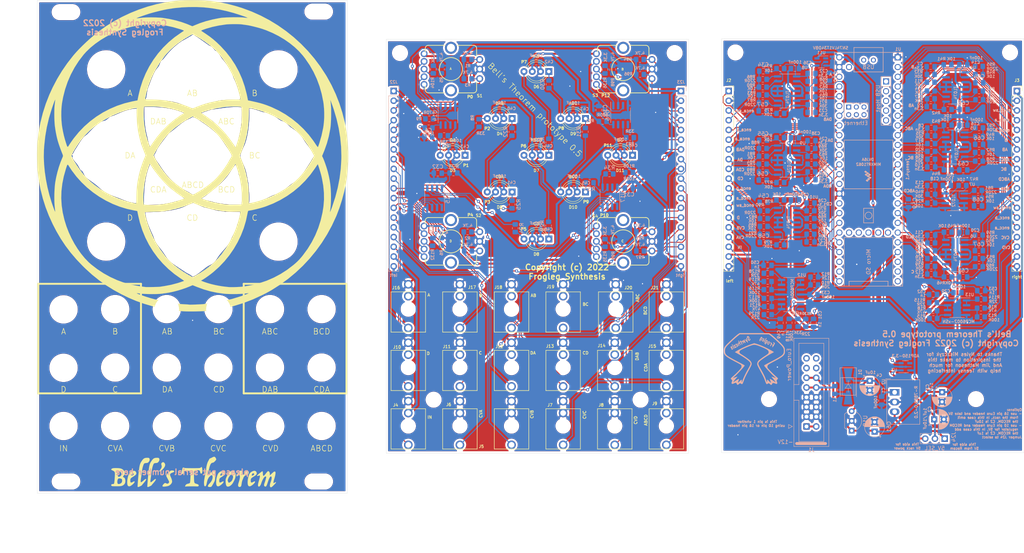
<source format=kicad_pcb>
(kicad_pcb (version 20211014) (generator pcbnew)
  (layers (0 "F.Cu" signal) (31 "B.Cu" signal) (34 "B.Paste" user) (35 "F.Paste" user) (36 "B.SilkS" user "B.Silkscreen") (37 "F.SilkS" user "F.Silkscreen") (38 "B.Mask" user) (39 "F.Mask" user) (44 "Edge.Cuts" user))
  (net 0 "")
  (net 1 "GND")
  (net 2 "+12V")
  (net 3 "Net-(D1-Pad2)")
  (net 4 "Net-(J1-Pad10)")
  (net 5 "/main/CVB")
  (net 6 "/main/CVA")
  (net 7 "/main/IN")
  (net 8 "/main/ENCC_SW")
  (net 9 "/main/ENCC_B")
  (net 10 "/main/ENCC_A")
  (net 11 "/main/ENCD_SW")
  (net 12 "/main/ENCD_B")
  (net 13 "/main/ENCD_A")
  (net 14 "/main/ENCB_SW")
  (net 15 "/main/ENCB_B")
  (net 16 "/main/ENCB_A")
  (net 17 "/main/ENCA_SW")
  (net 18 "/main/ENCA_B")
  (net 19 "/main/ENCA_A")
  (net 20 "+5V")
  (net 21 "/main/A")
  (net 22 "/main/B")
  (net 23 "/main/C")
  (net 24 "/main/D")
  (net 25 "/main/AB")
  (net 26 "/main/BC")
  (net 27 "/main/CD")
  (net 28 "/main/DA")
  (net 29 "/main/ABC")
  (net 30 "/main/BCD")
  (net 31 "/main/CDA")
  (net 32 "/main/DAB")
  (net 33 "/main/ABCD")
  (net 34 "/main/CVC")
  (net 35 "/main/CVD")
  (net 36 "Net-(D3-Pad4)")
  (net 37 "Net-(D4-Pad4)")
  (net 51 "Net-(R114-Pad2)")
  (net 54 "+10V")
  (net 62 "Net-(U1-Pad42)")
  (net 70 "+3V3")
  (net 71 "Net-(C62-Pad2)")
  (net 72 "Net-(C63-Pad2)")
  (net 73 "Net-(C64-Pad2)")
  (net 74 "Net-(C65-Pad2)")
  (net 75 "Net-(C66-Pad2)")
  (net 76 "Net-(C67-Pad2)")
  (net 77 "Net-(C68-Pad2)")
  (net 78 "Net-(C34-Pad1)")
  (net 79 "Net-(C54-Pad1)")
  (net 80 "Net-(C55-Pad1)")
  (net 81 "Net-(C56-Pad1)")
  (net 82 "Net-(C57-Pad1)")
  (net 83 "Net-(C30-Pad1)")
  (net 88 "/main/scaleright/CVC_out")
  (net 89 "/main/scaleright/CVD_out")
  (net 90 "/main/scaleleft/CVB_out")
  (net 91 "/main/scaleleft/IN_out")
  (net 92 "/main/scaleleft/CVA_out")
  (net 93 "Net-(C7-Pad2)")
  (net 94 "Net-(C7-Pad1)")
  (net 95 "Net-(C8-Pad2)")
  (net 96 "Net-(C8-Pad1)")
  (net 97 "Net-(C9-Pad1)")
  (net 98 "Net-(C9-Pad2)")
  (net 99 "Net-(C10-Pad1)")
  (net 100 "Net-(C10-Pad2)")
  (net 101 "Net-(C11-Pad2)")
  (net 102 "Net-(C11-Pad1)")
  (net 103 "Net-(C12-Pad1)")
  (net 104 "Net-(C12-Pad2)")
  (net 105 "Net-(C13-Pad2)")
  (net 106 "Net-(C13-Pad1)")
  (net 107 "Net-(C22-Pad1)")
  (net 108 "Net-(C22-Pad2)")
  (net 109 "Net-(C23-Pad2)")
  (net 110 "Net-(C23-Pad1)")
  (net 111 "Net-(C24-Pad1)")
  (net 112 "Net-(C24-Pad2)")
  (net 113 "Net-(C25-Pad2)")
  (net 114 "Net-(C25-Pad1)")
  (net 115 "Net-(C26-Pad1)")
  (net 116 "Net-(C26-Pad2)")
  (net 117 "Net-(C27-Pad1)")
  (net 118 "Net-(C27-Pad2)")
  (net 119 "Net-(D5-Pad4)")
  (net 120 "Net-(D7-Pad1)")
  (net 121 "/main/right outs/AB_in")
  (net 122 "/main/right outs/ABC_in")
  (net 123 "/main/right outs/BC_in")
  (net 124 "/main/right outs/BCD_in")
  (net 125 "/main/right outs/ABCD_in")
  (net 126 "Net-(R55-Pad2)")
  (net 127 "Net-(R56-Pad2)")
  (net 128 "Net-(R57-Pad2)")
  (net 129 "Net-(R58-Pad2)")
  (net 130 "Net-(R59-Pad2)")
  (net 131 "Net-(R60-Pad2)")
  (net 132 "Net-(R61-Pad2)")
  (net 133 "/main/left outs/DA_in")
  (net 134 "/main/left outs/DAB_in")
  (net 135 "/main/left outs/D_in")
  (net 136 "/main/left outs/A_in")
  (net 137 "Net-(R86-Pad2)")
  (net 138 "Net-(R87-Pad2)")
  (net 139 "Net-(R88-Pad2)")
  (net 140 "Net-(R89-Pad2)")
  (net 141 "Net-(R90-Pad2)")
  (net 142 "Net-(R91-Pad2)")
  (net 144 "/main/right outs/B_in")
  (net 145 "/main/right outs/C_in")
  (net 146 "/main/left outs/CD_in")
  (net 147 "/main/left outs/CDA_in")
  (net 150 "Net-(C58-Pad1)")
  (net 151 "Net-(R13-Pad1)")
  (net 155 "Net-(R104-Pad1)")
  (net 156 "Net-(R132-Pad1)")
  (net 157 "Net-(R135-Pad1)")
  (net 158 "Net-(R136-Pad1)")
  (net 159 "/main/np_ctl")
  (net 160 "Net-(D3-Pad1)")
  (net 161 "Net-(D4-Pad1)")
  (net 162 "Net-(D5-Pad1)")
  (net 163 "Net-(D6-Pad1)")
  (net 164 "Net-(D6-Pad4)")
  (net 165 "Net-(D7-Pad4)")
  (net 166 "Net-(D10-Pad4)")
  (net 167 "Net-(D10-Pad1)")
  (net 172 "Net-(R115-Pad2)")
  (net 173 "Net-(R117-Pad1)")
  (net 174 "Net-(J1-Pad1)")
  (net 175 "Net-(R118-Pad1)")
  (net 176 "/main/3Venable")
  (net 177 "Net-(R128-Pad2)")
  (net 179 "Net-(R129-Pad2)")
  (net 180 "Net-(R10-Pad2)")
  (net 181 "Net-(C59-Pad2)")
  (net 182 "Net-(R15-Pad1)")
  (net 183 "Net-(R116-Pad1)")
  (net 184 "Net-(D8-Pad1)")
  (net 185 "Net-(D8-Pad4)")
  (net 186 "Net-(D9-Pad1)")
  (net 187 "Net-(D9-Pad4)")
  (net 188 "Net-(D11-Pad1)")
  (net 189 "Net-(D11-Pad4)")
  (net 190 "Net-(R7-Pad1)")
  (net 191 "Net-(R9-Pad2)")
  (net 192 "Net-(C31-Pad1)")
  (net 193 "Net-(R24-Pad2)")
  (net 194 "Net-(R25-Pad1)")
  (net 195 "Net-(R33-Pad2)")
  (net 196 "Net-(R34-Pad2)")
  (net 197 "Net-(C32-Pad1)")
  (net 198 "Net-(R93-Pad1)")
  (net 199 "Net-(S1-Pad1)")
  (net 200 "Net-(S1-Pad2)")
  (net 201 "Net-(S1-Pad4)")
  (net 202 "Net-(S2-Pad1)")
  (net 203 "Net-(S2-Pad2)")
  (net 204 "Net-(S2-Pad4)")
  (net 205 "Net-(S3-Pad1)")
  (net 206 "Net-(S3-Pad2)")
  (net 207 "Net-(S3-Pad4)")
  (net 208 "Net-(S4-Pad1)")
  (net 209 "Net-(S4-Pad2)")
  (net 210 "Net-(S4-Pad4)")
  (net 216 "Net-(C6-Pad1)")
  (net 217 "Net-(J24-Pad1)")
  (net 218 "Net-(J1-Pad11)")
  (net 223 "Net-(R120-Pad2)")
  (net 224 "Net-(C60-Pad1)")
  (net 225 "Net-(U12-Pad1)")
  (footprint "My Library:thonkiconn" (layer "F.Cu") (at 130.556 128.778 180)
    (fp_text reference "J5")
    (fp_text value "CVA")
  )
  (footprint "My Library:thonkiconn" (layer "F.Cu") (at 157.48 128.778 180)
    (fp_text reference "J7")
    (fp_text value "CVC")
  )
  (footprint "My Library:thonkiconn" (layer "F.Cu") (at 170.942 128.778 180)
    (fp_text reference "J8")
    (fp_text value "CVD")
  )
  (footprint "My Library:thonkiconn" (layer "F.Cu") (at 130.556 113.538 180)
    (fp_text reference "J11")
    (fp_text value "C")
  )
  (footprint "My Library:thonkiconn" (layer "F.Cu") (at 144.018 113.538 180)
    (fp_text reference "J12")
    (fp_text value "DA")
  )
  (footprint "My Library:thonkiconn" (layer "F.Cu") (at 157.48 113.538 180)
    (fp_text reference "J13")
    (fp_text value "CD")
  )
  (footprint "My Library:thonkiconn" (layer "F.Cu") (at 170.942 113.538 180)
    (fp_text reference "J14")
    (fp_text value "DAB")
  )
  (footprint "My Library:thonkiconn" (layer "F.Cu") (at 184.404 113.538 180)
    (fp_text reference "J15")
    (fp_text value "CDA")
  )
  (footprint "My Library:thonkiconn" (layer "F.Cu") (at 130.556 98.298 180)
    (fp_text reference "J17")
    (fp_text value "B")
  )
  (footprint "My Library:thonkiconn" (layer "F.Cu") (at 144.018 98.298 180)
    (fp_text reference "J18")
    (fp_text value "AB")
  )
  (footprint "My Library:thonkiconn" (layer "F.Cu") (at 157.48 98.298 180)
    (fp_text reference "J19")
    (fp_text value "BC")
  )
  (footprint "My Library:thonkiconn" (layer "F.Cu") (at 171.196 98.298 180)
    (fp_text reference "J20")
    (fp_text value "ABC")
  )
  (footprint "My Library:thonkiconn" (layer "F.Cu") (at 184.404 98.298 180)
    (fp_text reference "J21")
    (fp_text value "BCD")
  )
  (footprint "My Library:thonkiconn" (layer "F.Cu") (at 184.404 128.778 180)
    (fp_text reference "J9")
    (fp_text value "ABCD")
  )
  (footprint "MountingHole:MountingHole_3.2mm_M3" (layer "F.Cu") (at 123.698 121.92)
    (fp_text reference "REF**" hide)
    (fp_text value "MountingHole_3.2mm_M3" hide)
  )
  (footprint "MountingHole:MountingHole_3.2mm_M3" (layer "F.Cu") (at 177.673 121.92)
    (fp_text reference "REF**" hide)
    (fp_text value "MountingHole_3.2mm_M3" hide)
  )
  (footprint "MountingHole:MountingHole_3.2mm_M3" (layer "F.Cu") (at 114.935 31.496)
    (fp_text reference "REF**" hide)
    (fp_text value "MountingHole_3.2mm_M3" hide)
  )
  (footprint "MountingHole:MountingHole_3.2mm_M3" (layer "F.Cu") (at 186.563 31.496)
    (fp_text reference "REF**" hide)
    (fp_text value "MountingHole_3.2mm_M3" hide)
  )
  (footprint "MountingHole:MountingHole_6.4mm_M6" (layer "F.Cu") (at 40.64 98.298)
    (fp_text reference "REF**" hide)
    (fp_text value "MountingHole_6.4mm_M6" hide)
  )
  (footprint "MountingHole:MountingHole_6.4mm_M6" (layer "F.Cu") (at 54.102 98.298)
    (fp_text reference "REF**" hide)
    (fp_text value "MountingHole_6.4mm_M6" hide)
  )
  (footprint "MountingHole:MountingHole_6.4mm_M6" (layer "F.Cu") (at 81.026 98.298)
    (fp_text reference "REF**" hide)
    (fp_text value "MountingHole_6.4mm_M6" hide)
  )
  (footprint "MountingHole:MountingHole_6.4mm_M6" (layer "F.Cu") (at 67.564 98.298)
    (fp_text reference "REF**" hide)
    (fp_text value "MountingHole_6.4mm_M6" hide)
  )
  (footprint "MountingHole:MountingHole_6.4mm_M6" (layer "F.Cu") (at 81.026 113.538)
    (fp_text reference "REF**" hide)
    (fp_text value "MountingHole_6.4mm_M6" hide)
  )
  (footprint "MountingHole:MountingHole_6.4mm_M6" (layer "F.Cu") (at 27.178 113.6015)
    (fp_text reference "REF**" hide)
    (fp_text value "MountingHole_6.4mm_M6" hide)
  )
  (footprint "MountingHole:MountingHole_6.4mm_M6" (layer "F.Cu") (at 40.64 113.538)
    (fp_text reference "REF**" hide)
    (fp_text value "MountingHole_6.4mm_M6" hide)
  )
  (footprint "MountingHole:MountingHole_6.4mm_M6" (layer "F.Cu") (at 67.564 113.538)
    (fp_text reference "REF**" hide)
    (fp_text value "MountingHole_6.4mm_M6" hide)
  )
  (footprint "MountingHole:MountingHole_6.4mm_M6" (layer "F.Cu") (at 54.102 113.538)
    (fp_text reference "REF**" hide)
    (fp_text value "MountingHole_6.4mm_M6" hide)
  )
  (footprint "MountingHole:MountingHole_6.4mm_M6" (layer "F.Cu") (at 94.488 113.538)
    (fp_text reference "REF**" hide)
    (fp_text value "MountingHole_6.4mm_M6" hide)
  )
  (footprint "MountingHole:MountingHole_6.4mm_M6" (layer "F.Cu") (at 81.0895 128.8415)
    (fp_text reference "REF**" hide)
    (fp_text value "MountingHole_6.4mm_M6" hide)
  )
  (footprint "MountingHole:MountingHole_6.4mm_M6" (layer "F.Cu") (at 67.564 128.778)
    (fp_text reference "REF**" hide)
    (fp_text value "MountingHole_6.4mm_M6" hide)
  )
  (footprint "MountingHole:MountingHole_6.4mm_M6" (layer "F.Cu") (at 54.102 128.778)
    (fp_text reference "REF**" hide)
    (fp_text value "MountingHole_6.4mm_M6" hide)
  )
  (footprint "MountingHole:MountingHole_6.4mm_M6" (layer "F.Cu") (at 94.488 128.778)
    (fp_text reference "REF**" hide)
    (fp_text value "MountingHole_6.4mm_M6" hide)
  )
  (footprint "MountingHole:MountingHole_6.4mm_M6" (layer "F.Cu") (at 27.178 128.778)
    (fp_text reference "REF**" hide)
    (fp_text value "MountingHole_6.4mm_M6" hide)
  )
  (footprint "MountingHole:MountingHole_6.4mm_M6" (layer "F.Cu") (at 40.64 128.778)
    (fp_text reference "REF**" hide)
    (fp_text value "MountingHole_6.4mm_M6" hide)
  )
  (footprint "MountingHole:MountingHole_3.2mm_M3" (layer "F.Cu") (at 202.4126 31.3436)
    (fp_text reference "REF**" hide)
    (fp_text value "MountingHole_3.2mm_M3" hide)
  )
  (footprint "MountingHole:MountingHole_3.2mm_M3" (layer "F.Cu") (at 211.1756 121.7676)
    (fp_text reference "REF**" hide)
    (fp_text value "MountingHole_3.2mm_M3" hide)
  )
  (footprint "MountingHole:MountingHole_3.2mm_M3" (layer "F.Cu") (at 274.0406 31.3436)
    (fp_text reference "REF**" hide)
    (fp_text value "MountingHole_3.2mm_M3" hide)
  )
  (footprint "MountingHole:MountingHole_3.2mm_M3" (layer "F.Cu") (at 265.1506 121.7676)
    (fp_text reference "REF**" hide)
    (fp_text value "MountingHole_3.2mm_M3" hide)
  )
  (footprint "Connector_PinSocket_2.54mm:PinSocket_1x19_P2.54mm_Vertical" (layer "F.Cu") (at 200.66 41.402)
    (fp_text reference "J2")
    (fp_text value "left")
  )
  (footprint "Connector_PinSocket_2.54mm:PinSocket_1x19_P2.54mm_Vertical" (layer "F.Cu") (at 275.844 41.402)
    (fp_text reference "J3")
    (fp_text value "right")
  )
  (footprint "My Library:bells-theorem1" (layer "F.Cu") (at 61.087 141.224)
    (fp_text reference "G***" hide)
    (fp_text value "LOGO" hide)
  )
  (footprint "My Library:stitch-via-0.6mm" (layer "F.Cu") (at 203.073 131.064)
    (fp_text reference "REF**" hide)
    (fp_text value "stitch-via-0.6mm" hide)
  )
  (footprint "My Library:stitch-via-0.6mm" (layer "F.Cu") (at 200.914 89.789)
    (fp_text reference "REF**" hide)
    (fp_text value "stitch-via-0.6mm" hide)
  )
  (footprint "My Library:stitch-via-0.6mm" (layer "F.Cu") (at 60.833 101.219)
    (fp_text reference "REF**" hide)
    (fp_text value "stitch-via-0.6mm" hide)
  )
  (footprint "My Library:EuroMountingSlot" (layer "F.Cu") (at 27.813 143.256)
    (fp_text reference "REF**" hide)
    (fp_text value "EuroMountingSlot" hide)
  )
  (footprint "My Library:EuroMountingSlot" (layer "F.Cu") (at 27.813 20.828)
    (fp_text reference "REF**" hide)
    (fp_text value "EuroMountingSlot" hide)
  )
  (footprint "My Library:EuroMountingSlot" (layer "F.Cu") (at 93.726 20.701)
    (fp_text reference "REF**" hide)
    (fp_text value "EuroMountingSlot" hide)
  )
  (footprint "My Library:EuroMountingSlot" (layer "F.Cu") (at 93.726 143.256)
    (fp_text reference "REF**" hide)
    (fp_text value "EuroMountingSlot" hide)
  )
  (footprint "My Library:stitch-via-0.6mm" (layer "F.Cu") (at 117.5258 80.0862)
    (fp_text reference "REF**" hide)
    (fp_text value "stitch-via-0.6mm" hide)
  )
  (footprint "MountingHole:MountingHole_6.4mm_M6" (layer "F.Cu") (at 94.488 98.298)
    (fp_text reference "REF**" hide)
    (fp_text value "MountingHole_6.4mm_M6" hide)
  )
  (footprint "My Library:ENCODER_LED_3_KIT" (layer "F.Cu") (at 128.2192 35.687 90)
    (fp_text reference "S1")
    (fp_text value "ENCODER-RGB-SWITCH" hide)
  )
  (footprint "My Library:ENCODER_LED_3_KIT" (layer "F.Cu") (at 173.1518 35.687 90)
    (fp_text reference "S3")
    (fp_text value "ENCODER-RGB-SWITCH" hide)
  )
  (footprint "My Library:ENCODER_LED_3_KIT" (layer "F.Cu") (at 173.1518 80.6196 90)
    (fp_text reference "S4")
    (fp_text value "ENCODER-RGB-SWITCH" hide)
  )
  (footprint "My Library:thonkiconn" (layer "F.Cu") (at 117.094 113.538 180)
    (fp_text reference "J10")
    (fp_text value "D")
  )
  (footprint "My Library:thonkiconn" (layer "F.Cu") (at 117.094 128.778 180)
    (fp_text reference "J4")
    (fp_text value "IN")
  )
  (footprint "My Library:thonkiconn" (layer "F.Cu") (at 144.018 128.778 180)
    (fp_text reference "J6")
    (fp_text value "CVB")
  )
  (footprint "My Library:MountingHole_9mm_dia" (layer "F.Cu") (at 83.2358 80.6958)
    (fp_text reference "REF**" hide)
    (fp_text value "MountingHole_9mm_dia" hide)
  )
  (footprint "My Library:MountingHole_9mm_dia" (layer "F.Cu") (at 83.2358 35.7632)
    (fp_text reference "REF**" hide)
    (fp_text value "MountingHole_9mm_dia" hide)
  )
  (footprint "My Library:MountingHole_9mm_dia" (layer "F.Cu") (at 38.3032 35.7632)
    (fp_text reference "REF**" hide)
    (fp_text value "MountingHole_9mm_dia" hide)
  )
  (footprint "MountingHole:MountingHole_6.4mm_M6" (layer "F.Cu") (at 27.178 98.3615)
    (fp_text reference "REF**" hide)
    (fp_text value "MountingHole_6.4mm_M6" hide)
  )
  (footprint "My Library:MountingHole_9mm_dia" (layer "F.Cu") (at 38.3032 80.6831)
    (fp_text reference "REF**" hide)
    (fp_text value "MountingHole_9mm_dia" hide)
  )
  (footprint "My Library:thonkiconn" (layer "F.Cu") (at 117.094 98.298 180)
    (fp_text reference "J16")
    (fp_text value "A")
  )
  (footprint "My Library:ENCODER_LED_3_KIT" (layer "F.Cu") (at 128.2192 80.6196 90)
    (fp_text reference "S2")
    (fp_text value "ENCODER-RGB-SWITCH" hide)
  )
  (footprint "My Library:stitch-via-0.6mm" (layer "F.Cu") (at 119.3292 68.1228)
    (fp_text reference "REF**" hide)
    (fp_text value "stitch-via-0.6mm" hide)
  )
  (footprint "My Library:stitch-via-0.6mm" (layer "F.Cu") (at 181.61 46.99)
    (fp_text reference "REF**" hide)
    (fp_text value "stitch-via-0.6mm" hide)
  )
  (footprint "My Library:stitch-via-0.6mm" (layer "F.Cu") (at 173.228 90.7796)
    (fp_text reference "REF**" hide)
    (fp_text value "stitch-via-0.6mm" hide)
  )
  (footprint "My Library:stitch-via-0.6mm" (layer "F.Cu") (at 178.6382 84.8106)
    (fp_text reference "REF**" hide)
    (fp_text value "stitch-via-0.6mm" hide)
  )
  (footprint "My Library:stitch-via-0.6mm" (layer "F.Cu") (at 115.9002 47.2948)
    (fp_text reference "REF**" hide)
    (fp_text value "stitch-via-0.6mm" hide)
  )
  (footprint "My Library:stitch-via-0.6mm" (layer "F.Cu") (at 161.544 84.4804)
    (fp_text reference "REF**" hide)
    (fp_text value "stitch-via-0.6mm" hide)
  )
  (footprint "My Library:stitch-via-0.6mm" (layer "F.Cu") (at 258.953 39.116)
    (fp_text reference "REF**" hide)
    (fp_text value "stitch-via-0.6mm" hide)
  )
  (footprint "My Library:stitch-via-0.6mm" (layer "F.Cu") (at 262.89 48.26)
    (fp_text reference "REF**" hide)
    (fp_text value "stitch-via-0.6mm" hide)
  )
  (footprint "My Library:stitch-via-0.6mm" (layer "F.Cu") (at 262.89 64.008)
    (fp_text reference "REF**" hide)
    (fp_text value "stitch-via-0.6mm" hide)
  )
  (footprint "My Library:stitch-via-0.6mm" (layer "F.Cu") (at 262.89 32.766)
    (fp_text reference "REF**" hide)
    (fp_text value "stitch-via-0.6mm" hide)
  )
  (footprint "My Library:stitch-via-0.6mm" (layer "F.Cu") (at 258.572 73.914)
    (fp_text reference "REF**" hide)
    (fp_text value "stitch-via-0.6mm" hide)
  )
  (footprint "My Library:stitch-via-0.6mm" (layer "F.Cu") (at 258.572 82.804)
    (fp_text reference "REF**" hide)
    (fp_text value "stitch-via-0.6mm" hide)
  )
  (footprint "My Library:stitch-via-0.6mm" (layer "F.Cu") (at 214.63 40.132)
    (fp_text reference "REF**" hide)
    (fp_text value "stitch-via-0.6mm" hide)
  )
  (footprint "My Library:stitch-via-0.6mm" (layer "F.Cu") (at 218.948 48.768)
    (fp_text reference "REF**" hide)
    (fp_text value "stitch-via-0.6mm" hide)
  )
  (footprint "My Library:stitch-via-0.6mm" (layer "F.Cu") (at 220.218 66.04)
    (fp_text reference "REF**" hide)
    (fp_text value "stitch-via-0.6mm" hide)
  )
  (footprint "My Library:stitch-via-0.6mm" (layer "F.Cu") (at 214.63 74.422)
    (fp_text reference "REF**" hide)
    (fp_text value "stitch-via-0.6mm" hide)
  )
  (footprint "My Library:stitch-via-0.6mm" (layer "F.Cu") (at 220.1418 53.0098)
    (fp_text reference "REF**" hide)
    (fp_text value "stitch-via-0.6mm" hide)
  )
  (footprint "My Library:stitch-via-0.6mm" (layer "F.Cu") (at 234.061 86.614)
    (fp_text reference "REF**" hide)
    (fp_text value "stitch-via-0.6mm" hide)
  )
  (footprint "My Library:stitch-via-0.6mm" (layer "F.Cu") (at 215.3666 60.198)
    (fp_text reference "REF**" hide)
    (fp_text value "stitch-via-0.6mm" hide)
  )
  (footprint "My Library:stitch-via-0.6mm" (layer "F.Cu") (at 205.994 55.118)
    (fp_text reference "REF**" hide)
    (fp_text value "stitch-via-0.6mm" hide)
  )
  (footprint "My Library:stitch-via-0.6mm" (layer "F.Cu") (at 206.248 64.262)
    (fp_text reference "REF**" hide)
    (fp_text value "stitch-via-0.6mm" hide)
  )
  (footprint "My Library:stitch-via-0.6mm" (layer "F.Cu") (at 214.122 66.548)
    (fp_text reference "REF**" hide)
    (fp_text value "stitch-via-0.6mm" hide)
  )
  (footprint "My Library:stitch-via-0.6mm" (layer "F.Cu") (at 205.486 74.422)
    (fp_text reference "REF**" hide)
    (fp_text value "stitch-via-0.6mm" hide)
  )
  (footprint "My Library:stitch-via-0.6mm" (layer "F.Cu") (at 246.888 32.512)
    (fp_text reference "REF**" hide)
    (fp_text value "stitch-via-0.6mm" hide)
  )
  (footprint "My Library:stitch-via-0.6mm" (layer "F.Cu") (at 213.36 113.411)
    (fp_text reference "REF**" hide)
    (fp_text value "stitch-via-0.6mm" hide)
  )
  (footprint "My Library:stitch-via-0.6mm" (layer "F.Cu") (at 260.858 122.047)
    (fp_text reference "REF**" hide)
    (fp_text value "stitch-via-0.6mm" hide)
  )
  (footprint "My Library:bells-theorem-trefoil" (layer "F.Cu") (at 60.833 58.293)
    (fp_text reference "G***" hide)
    (fp_text value "LOGO" hide)
  )
  (footprint "My Library:stitch-via-0.6mm" (layer "F.Cu") (at 178.181 91.6686)
    (fp_text reference "REF**" hide)
    (fp_text value "stitch-via-0.6mm" hide)
  )
  (footprint "LED_THT:LED_D5.0mm-4_RGB_Wide_Pins" (layer "F.Cu") (at 144.1704 48.5902 180)
    (fp_text reference "D4")
    (fp_text value "DAB")
  )
  (footprint "LED_THT:LED_D5.0mm-4_RGB_Wide_Pins" (layer "F.Cu") (at 144.1704 67.7418 180)
    (fp_text reference "D5")
    (fp_text value "CDA")
  )
  (footprint "LED_THT:LED_D5.0mm-4_RGB_Wide_Pins" (layer "F.Cu") (at 153.7462 58.166 180)
    (fp_text reference "D7")
    (fp_text value "ABCD")
  )
  (footprint "LED_THT:LED_D5.0mm-4_RGB_Wide_Pins" (layer "F.Cu") (at 153.7462 80.01 180)
    (fp_text reference "D8")
    (fp_text value "CD")
  )
  (footprint "LED_THT:LED_D5.0mm-4_RGB_Wide_Pins" (layer "F.Cu") (at 163.322 48.5902 180)
    (fp_text reference "D9")
    (fp_text value "ABC")
  )
  (footprint "LED_THT:LED_D5.0mm-4_RGB_Wide_Pins" (layer "F.Cu") (at 163.322 67.7418 180)
    (fp_text reference "D10")
    (fp_text value "BCD")
  )
  (footprint "LED_THT:LED_D5.0mm-4_RGB_Wide_Pins" (layer "F.Cu") (at 175.5902 58.166 180)
    (fp_text reference "D11")
    (fp_text value "BC")
  )
  (footprint "LED_THT:LED_D5.0mm-4_RGB_Wide_Pins" (layer "F.Cu") (at 153.7462 36.322 180)
    (fp_text reference "D6")
    (fp_text value "AB")
  )
  (footprint "LED_THT:LED_D5.0mm-4_RGB_Wide_Pins" (layer "F.Cu") (at 131.9022 58.166 180)
    (fp_text reference "D3")
    (fp_text value "DA")
  )
  (footprint "My Library:stitch-via-0.6mm" (layer "F.Cu") (at 125.1204 41.148)
    (fp_text reference "REF**" hide)
    (fp_text value "stitch-via-0.6mm" hide)
  )
  (footprint "My Library:stitch-via-0.6mm" (layer "F.Cu") (at 162.052 36.322)
    (fp_text reference "REF**" hide)
    (fp_text value "stitch-via-0.6mm" hide)
  )
  (footprint "My Library:stitch-via-0.6mm" (layer "F.Cu") (at 171.7548 35.56)
    (fp_text reference "REF**" hide)
    (fp_text value "stitch-via-0.6mm" hide)
  )
  (footprint "My Library:stitch-via-0.6mm" (layer "F.Cu") (at 177.5206 70.1548)
    (fp_text reference "REF**" hide)
    (fp_text value "stitch-via-0.6mm" hide)
  )
  (footprint "My Library:stitch-via-0.6mm" (layer "F.Cu") (at 159.2326 40.132)
    (fp_text reference "REF**" hide)
    (fp_text value "stitch-via-0.6mm" hide)
  )
  (footprint "My Library:stitch-via-0.6mm" (layer "F.Cu") (at 129.6162 53.594)
    (fp_text reference "REF**" hide)
    (fp_text value "stitch-via-0.6mm" hide)
  )
  (footprint "My Library:stitch-via-0.6mm" (layer "F.Cu") (at 119.7864 53.4924)
    (fp_text reference "REF**" hide)
    (fp_text value "stitch-via-0.6mm" hide)
  )
  (footprint "" (layer "F.Cu") (at 273.812 63.119)
    (fp_text reference "")
    (fp_text value "")
  )
  (footprint "" (layer "F.Cu") (at 211.3026 101.9048)
    (fp_text reference "")
    (fp_text value "")
  )
  (footprint "" (layer "F.Cu") (at 219.075 83.058)
    (fp_text reference "")
    (fp_text value "")
  )
  (footprint "" (layer "F.Cu") (at 227.6602 32.4358)
    (fp_text reference "")
    (fp_text value "")
  )
  (footprint "" (layer "F.Cu") (at 218.9988 70.5104)
    (fp_text reference "")
    (fp_text value "")
  )
  (footprint "" (layer "F.Cu") (at 216.0524 95.0722)
    (fp_text reference "")
    (fp_text value "")
  )
  (footprint "" (layer "F.Cu") (at 211.9376 85.09)
    (fp_text reference "")
    (fp_text value "")
  )
  (footprint "My Library:stitch-via-0.6mm" (layer "F.Cu") (at 262.89 101.854)
    (fp_text reference "REF**" hide)
    (fp_text value "stitch-via-0.6mm" hide)
  )
  (footprint "" (layer "F.Cu") (at 265.2522 90.043)
    (fp_text reference "")
    (fp_text value "")
  )
  (footprint "Capacitor_THT:CP_Radial_D5.0mm_P2.50mm" (layer "B.Cu") (at 237.4392 116.9816 -90)
    (fp_text reference "C4")
    (fp_text value "10uF")
  )
  (footprint "Diode_SMD:D_SMA-SMB_Universal_Handsoldering" (layer "B.Cu") (at 231.8258 118.4612 -90)
    (fp_text reference "D1")
    (fp_text value "CDBM140-G" hide)
  )
  (footprint "Connector_IDC:IDC-Header_2x08_P2.54mm_Vertical" (layer "B.Cu") (at 220.9546 128.905)
    (fp_text reference "J1")
    (fp_text value "Euro_Power")
  )
  (footprint "Inductor_SMD:L_0805_2012Metric_Pad1.15x1.40mm_HandSolder" (layer "B.Cu") (at 228.346 119.38 90)
    (fp_text reference "L1")
    (fp_text value "BLM21PG220SH1D" hide)
  )
  (footprint "Connector_PinHeader_2.54mm:PinHeader_1x19_P2.54mm_Vertical" (layer "B.Cu") (at 113.284 41.402 180)
    (fp_text reference "J22")
    (fp_text value "left")
  )
  (footprint "Connector_PinHeader_2.54mm:PinHeader_1x19_P2.54mm_Vertical" (layer "B.Cu") (at 188.214 41.402 180)
    (fp_text reference "J23")
    (fp_text value "right")
  )
  (footprint "teensy:Teensy41" (layer "B.Cu") (at 237.1344 61.8236 -90)
    (fp_text reference "U1")
    (fp_text value "Teensy4.1")
  )
  (footprint "Capacitor_SMD:C_0805_2012Metric_Pad1.18x1.45mm_HandSolder" (layer "B.Cu") (at 240.538 122.165 -90)
    (fp_text reference "C1")
    (fp_text value "100nF")
  )
  (footprint "Capacitor_THT:CP_Radial_D5.0mm_P2.50mm" (layer "B.Cu") (at 254.268088 127.0508)
    (fp_text reference "C2")
    (fp_text value "1uF/10uF")
  )
  (footprint "Capacitor_THT:CP_Radial_D5.0mm_P2.50mm" (layer "B.Cu") (at 256.3114 119.9642 -90)
    (fp_text reference "C3")
    (fp_text value "1uF")
  )
  (footprint "My Library:frogleg" (layer "B.Cu") (at 207.365329 111.974686 180)
    (fp_text reference "G***" hide)
    (fp_text value "LOGO" hide)
  )
  (footprint "Resistor_SMD:R_0805_2012Metric_Pad1.20x1.40mm_HandSolder" (layer "B.Cu") (at 132.5589 78.1685)
    (fp_text reference "R2")
    (fp_text value "4.7K")
  )
  (footprint "Resistor_SMD:R_0805_2012Metric_Pad1.20x1.40mm_HandSolder" (layer "B.Cu") (at 132.673192 83.1215)
    (fp_text reference "R4")
    (fp_text value "4.7K")
  )
  (footprint "Resistor_SMD:R_0805_2012Metric_Pad1.20x1.40mm_HandSolder" (layer "B.Cu") (at 125.73 35.7796 90)
    (fp_text reference "R5")
    (fp_text value "4.7K")
  )
  (footprint "Resistor_SMD:R_0805_2012Metric_Pad1.20x1.40mm_HandSolder" (layer "B.Cu") (at 125.73 80.763 -90)
    (fp_text reference "R6")
    (fp_text value "4.7K")
  )
  (footprint "Resistor_SMD:R_0805_2012Metric_Pad1.20x1.40mm_HandSolder" (layer "B.Cu") (at 167.8084 49.3268)
    (fp_text reference "R92")
    (fp_text value "100R")
  )
  (footprint "Resistor_SMD:R_0805_2012Metric_Pad1.20x1.40mm_HandSolder" (layer "B.Cu") (at 177.5042 33.1851)
    (fp_text reference "R94")
    (fp_text value "4.7K")
  )
  (footprint "Resistor_SMD:R_0805_2012Metric_Pad1.20x1.40mm_HandSolder" (layer "B.Cu") (at 177.5677 78.1304)
    (fp_text reference "R95")
    (fp_text value "4.7K")
  )
  (footprint "Resistor_SMD:R_0805_2012Metric_Pad1.20x1.40mm_HandSolder" (layer "B.Cu") (at 177.537 37.084)
    (fp_text reference "R96")
    (fp_text value "4.7K")
  )
  (footprint "Resistor_SMD:R_0805_2012Metric_Pad1.20x1.40mm_HandSolder" (layer "B.Cu") (at 177.5677 83.1215)
    (fp_text reference "R97")
    (fp_text value "4.7K")
  )
  (footprint "Resistor_SMD:R_0805_2012Metric_Pad1.20x1.40mm_HandSolder" (layer "B.Cu") (at 170.434 35.805 90)
    (fp_text reference "R98")
    (fp_text value "4.7K")
  )
  (footprint "Resistor_SMD:R_0805_2012Metric_Pad1.20x1.40mm_HandSolder" (layer "B.Cu") (at 170.434 81.035 -90)
    (fp_text reference "R99")
    (fp_text value "4.7K")
  )
  (footprint "Resistor_SMD:R_0805_2012Metric_Pad1.20x1.40mm_HandSolder" (layer "B.Cu") (at 132.5843 33.1724)
    (fp_text reference "R1")
    (fp_text value "4.7K")
  )
  (footprint "Resistor_SMD:R_0805_2012Metric_Pad1.20x1.40mm_HandSolder" (layer "B.Cu") (at 132.597 38.2143)
    (fp_text reference "R3")
    (fp_text value "4.7K")
  )
  (footprint "Resistor_SMD:R_0805_2012Metric_Pad1.20x1.40mm_HandSolder" (layer "B.Cu") (at 257.801 46.228 180)
    (fp_text reference "R42")
    (fp_text value "10K")
  )
  (footprint "Package_SO:SOIC-14_3.9x8.7mm_P1.27mm" (layer "B.Cu") (at 259.842 40.3606 180)
    (fp_text reference "U4")
    (fp_text value "TL074")
  )
  (footprint "Capacitor_SMD:C_0805_2012Metric_Pad1.18x1.45mm_HandSolder" (layer "B.Cu") (at 253.3306 35.052 180)
    (fp_text reference "C7")
    (fp_text value "3.3n")
  )
  (footprint "Capacitor_SMD:C_0805_2012Metric_Pad1.18x1.45mm_HandSolder" (layer "B.Cu") (at 253.483 51.054 180)
    (fp_text reference "C8")
    (fp_text value "3.3n")
  )
  (footprint "Capacitor_SMD:C_0805_2012Metric_Pad1.18x1.45mm_HandSolder" (layer "B.Cu") (at 253.356 45.466 180)
    (fp_text reference "C9")
    (fp_text value "3.3n")
  )
  (footprint "Capacitor_SMD:C_0805_2012Metric_Pad1.18x1.45mm_HandSolder" (layer "B.Cu") (at 253.483 61.214 180)
    (fp_text reference "C10")
    (fp_text value "3.3n")
  )
  (footprint "Capacitor_SMD:C_0805_2012Metric_Pad1.18x1.45mm_HandSolder" (layer "B.Cu") (at 253.483 78.994 180)
    (fp_text reference "C11")
    (fp_text value "3.3n")
  )
  (footprint "Capacitor_SMD:C_0805_2012Metric_Pad1.18x1.45mm_HandSolder" (layer "B.Cu") (at 253.483 89.154 180)
    (fp_text reference "C12")
    (fp_text value "3.3n")
  )
  (footprint "Capacitor_SMD:C_0805_2012Metric_Pad1.18x1.45mm_HandSolder" (layer "B.Cu") (at 253.483 66.04 180)
    (fp_text reference "C13")
    (fp_text value "3.3n")
  )
  (footprint "Capacitor_SMD:C_0805_2012Metric_Pad1.18x1.45mm_HandSolder" (layer "B.Cu") (at 261.883 50.292)
    (fp_text reference "C16")
    (fp_text value "100nF")
  )
  (footprint "Capacitor_SMD:C_0805_2012Metric_Pad1.18x1.45mm_HandSolder" (layer "B.Cu") (at 257.556 66.04)
    (fp_text reference "C18")
    (fp_text value "100nF")
  )
  (footprint "Capacitor_SMD:C_0805_2012Metric_Pad1.18x1.45mm_HandSolder" (layer "B.Cu") (at 261.883 78.232)
    (fp_text reference "C20")
    (fp_text value "100nF")
  )
  (footprint "Capacitor_SMD:C_0805_2012Metric_Pad1.18x1.45mm_HandSolder" (layer "B.Cu") (at 222.259 36.83 180)
    (fp_text reference "C22")
    (fp_text value "3.3n")
  )
  (footprint "Capacitor_SMD:C_0805_2012Metric_Pad1.18x1.45mm_HandSolder" (layer "B.Cu") (at 222.25 54.356 180)
    (fp_text reference "C24")
    (fp_text value "3.3n")
  )
  (footprint "Capacitor_SMD:C_0805_2012Metric_Pad1.18x1.45mm_HandSolder" (layer "B.Cu") (at 222.259 64.516 180)
    (fp_text reference "C25")
    (fp_text value "3.3n")
  )
  (footprint "Capacitor_SMD:C_0805_2012Metric_Pad1.18x1.45mm_HandSolder" (layer "B.Cu") (at 221.996 70.612 180)
    (fp_text reference "C26")
    (fp_text value "3.3n")
  )
  (footprint "Capacitor_SMD:C_0805_2012Metric_Pad1.18x1.45mm_HandSolder" (layer "B.Cu") (at 222.005 80.772 180)
    (fp_text reference "C27")
    (fp_text value "3.3n")
  )
  (footprint "Capacitor_SMD:C_0805_2012Metric_Pad1.18x1.45mm_HandSolder" (layer "B.Cu") (at 217.941 69.85)
    (fp_text reference "C28")
    (fp_text value "100nF")
  )
  (footprint "Capacitor_SMD:C_0805_2012Metric_Pad1.18x1.45mm_HandSolder" (layer "B.Cu") (at 217.923 35.553601)
    (fp_text reference "C36")
    (fp_text value "100nF")
  )
  (footprint "Capacitor_SMD:C_0805_2012Metric_Pad1.18x1.45mm_HandSolder" (layer "B.Cu") (at 217.923 53.594)
    (fp_text reference "C38")
    (fp_text value "100nF")
  )
  (footprint "Resistor_SMD:R_0805_2012Metric_Pad1.20x1.40mm_HandSolder" (layer "B.Cu") (at 253.3904 41.402 180)
    (fp_text reference "R14")
    (fp_text value "10K")
  )
  (footprint "Resistor_SMD:R_0805_2012Metric_Pad1.20x1.40mm_HandSolder" (layer "B.Cu") (at 253.483 55.118 180)
    (fp_text reference "R17")
    (fp_text value "10K")
  )
  (footprint "Resistor_SMD:R_0805_2012Metric_Pad1.20x1.40mm_HandSolder" (layer "B.Cu") (at 253.483 57.15 180)
    (fp_text reference "R20")
    (fp_text value "10K")
  )
  (footprint "Resistor_SMD:R_0805_2012Metric_Pad1.20x1.40mm_HandSolder" (layer "B.Cu") (at 253.483 83.0834 180)
    (fp_text reference "R23")
    (fp_text value "10K")
  )
  (footprint "Resistor_SMD:R_0805_2012Metric_Pad1.20x1.40mm_HandSolder" (layer "B.Cu") (at 253.483 70.612 180)
    (fp_text reference "R29")
    (fp_text value "10K")
  )
  (footprint "Resistor_SMD:R_0805_2012Metric_Pad1.20x1.40mm_HandSolder" (layer "B.Cu") (at 253.356 37.084 180)
    (fp_text reference "R32")
    (fp_text value "30K")
  )
  (footprint "Resistor_SMD:R_0805_2012Metric_Pad1.20x1.40mm_HandSolder" (layer "B.Cu") (at 253.483 53.086 180)
    (fp_text reference "R35")
    (fp_text value "30K")
  )
  (footprint "Resistor_SMD:R_0805_2012Metric_Pad1.20x1.40mm_HandSolder" (layer "B.Cu") (at 253.483 81.026 180)
    (fp_text reference "R36")
    (fp_text value "30K")
  )
  (footprint "Resistor_SMD:R_0805_2012Metric_Pad1.20x1.40mm_HandSolder" (layer "B.Cu") (at 253.3814 43.434 180)
    (fp_text reference "R37")
    (fp_text value "30K")
  )
  (footprint "Resistor_SMD:R_0805_2012Metric_Pad1.20x1.40mm_HandSolder" (layer "B.Cu") (at 253.483 59.182 180)
    (fp_text reference "R38")
    (fp_text value "30K")
  )
  (footprint "Resistor_SMD:R_0805_2012Metric_Pad1.20x1.40mm_HandSolder" (layer "B.Cu") (at 253.483 87.122 180)
    (fp_text reference "R39")
    (fp_text value "30K")
  )
  (footprint "Resistor_SMD:R_0805_2012Metric_Pad1.20x1.40mm_HandSolder" (layer "B.Cu") (at 253.501 68.326 180)
    (fp_text reference "R40")
    (fp_text value "30K")
  )
  (footprint "Resistor_SMD:R_0805_2012Metric_Pad1.20x1.40mm_HandSolder" (layer "B.Cu") (at 257.7428 34.5694 180)
    (fp_text reference "R41")
    (fp_text value "10K")
  )
  (footprint "Resistor_SMD:R_0805_2012Metric_Pad1.20x1.40mm_HandSolder" (layer "B.Cu") (at 257.801 50.292 180)
    (fp_text reference "R43")
    (fp_text value "10K")
  )
  (footprint "Resistor_SMD:R_0805_2012Metric_Pad1.20x1.40mm_HandSolder" (layer "B.Cu") (at 257.801 61.976 180)
    (fp_text reference "R44")
    (fp_text value "10K")
  )
  (footprint "Resistor_SMD:R_0805_2012Metric_Pad1.20x1.40mm_HandSolder" (layer "B.Cu") (at 257.801 78.232 180)
    (fp_text reference "R45")
    (fp_text value "10K")
  )
  (footprint "Resistor_SMD:R_0805_2012Metric_Pad1.20x1.40mm_HandSolder" (layer "B.Cu") (at 257.819 89.916 180)
    (fp_text reference "R46")
    (fp_text value "10K")
  )
  (footprint "Resistor_SMD:R_0805_2012Metric_Pad1.20x1.40mm_HandSolder" (layer "B.Cu") (at 261.629 66.04 180)
    (fp_text reference "R47")
    (fp_text value "10K")
  )
  (footprint "Resistor_SMD:R_0805_2012Metric_Pad1.20x1.40mm_HandSolder" (layer "B.Cu") (at 265.9794 37.084 180)
    (fp_text reference "R48")
    (fp_text value "10K")
  )
  (footprint "Resistor_SMD:R_0805_2012Metric_Pad1.20x1.40mm_HandSolder" (layer "B.Cu") (at 265.9798 53.2384 180)
    (fp_text reference "R49")
    (fp_text value "10K")
  )
  (footprint "Resistor_SMD:R_0805_2012Metric_Pad1.20x1.40mm_HandSolder" (layer "B.Cu") (at 265.8946 81.0096 180)
    (fp_text reference "R50")
    (fp_text value "10K")
  )
  (footprint "Resistor_SMD:R_0805_2012Metric_Pad1.20x1.40mm_HandSolder" (layer "B.Cu") (at 265.9724 41.402 180)
    (fp_text reference "R51")
    (fp_text value "10K")
  )
  (footprint "Resistor_SMD:R_0805_2012Metric_Pad1.20x1.40mm_HandSolder" (layer "B.Cu") (at 265.947 57.404 180)
    (fp_text reference "R52")
    (fp_text value "10K")
  )
  (footprint "Resistor_SMD:R_0805_2012Metric_Pad1.20x1.40mm_HandSolder" (layer "B.Cu") (at 265.947 85.09 180)
    (fp_text reference "R53")
    (fp_text value "10K")
  )
  (footprint "Resistor_SMD:R_0805_2012Metric_Pad1.20x1.40mm_HandSolder" (layer "B.Cu") (at 265.693 69.342 180)
    (fp_text reference "R54")
    (fp_text value "10K")
  )
  (footprint "Resistor_SMD:R_0805_2012Metric_Pad1.20x1.40mm_HandSolder" (layer "B.Cu") (at 265.9286 34.9758 180)
    (fp_text reference "R55")
    (fp_text value "220R")
  )
  (footprint "Resistor_SMD:R_0805_2012Metric_Pad1.20x1.40mm_HandSolder" (layer "B.Cu") (at 266.0306 43.688 180)
    (fp_text reference "R56")
    (fp_text value "220R")
  )
  (footprint "Resistor_SMD:R_0805_2012Metric_Pad1.20x1.40mm_HandSolder" (layer "B.Cu") (at 265.9798 51.0032 180)
    (fp_text reference "R57")
    (fp_text value "220R")
  )
  (footprint "Resistor_SMD:R_0805_2012Metric_Pad1.20x1.40mm_HandSolder" (layer "B.Cu") (at 265.947 59.69 180)
    (fp_text reference "R58")
    (fp_text value "220R")
  )
  (footprint "Resistor_SMD:R_0805_2012Metric_Pad1.20x1.40mm_HandSolder" (layer "B.Cu") (at 265.9036 78.9776 180)
    (fp_text reference "R59")
    (fp_text value "220R")
  )
  (footprint "Resistor_SMD:R_0805_2012Metric_Pad1.20x1.40mm_HandSolder" (layer "B.Cu") (at 265.693 67.31 180)
    (fp_text reference "R61")
    (fp_text value "220R")
  )
  (footprint "Resistor_SMD:R_0805_2012Metric_Pad1.20x1.40mm_HandSolder" (layer "B.Cu") (at 222.259 40.894)
    (fp_text reference "R62")
    (fp_text value "10K")
  )
  (footprint "Resistor_SMD:R_0805_2012Metric_Pad1.20x1.40mm_HandSolder" (layer "B.Cu") (at 222.241 58.42)
    (fp_text reference "R63")
    (fp_text value "10K")
  )
  (footprint "Resistor_SMD:R_0805_2012Metric_Pad1.20x1.40mm_HandSolder" (layer "B.Cu") (at 222.241 42.926)
    (fp_text reference "R64")
    (fp_text value "10K")
  )
  (footprint "Resistor_SMD:R_0805_2012Metric_Pad1.20x1.40mm_HandSolder" (layer "B.Cu") (at 222.241 60.452)
    (fp_text reference "R65")
    (fp_text value "10K")
  )
  (footprint "Resistor_SMD:R_0805_2012Metric_Pad1.20x1.40mm_HandSolder" (layer "B.Cu") (at 222.005 74.676)
    (fp_text reference "R66")
    (fp_text value "10K")
  )
  (footprint "Resistor_SMD:R_0805_2012Metric_Pad1.20x1.40mm_HandSolder" (layer "B.Cu") (at 221.987 76.708)
    (fp_text reference "R67")
    (fp_text value "10K")
  )
  (footprint "Resistor_SMD:R_0805_2012Metric_Pad1.20x1.40mm_HandSolder" (layer "B.Cu") (at 222.241 38.862)
    (fp_text reference "R68")
    (fp_text value "30K")
  )
  (footprint "Resistor_SMD:R_0805_2012Metric_Pad1.20x1.40mm_HandSolder" (layer "B.Cu") (at 222.241 56.388)
    (fp_text reference "R69")
    (fp_text value "30K")
  )
  (footprint "Resistor_SMD:R_0805_2012Metric_Pad1.20x1.40mm_HandSolder" (layer "B.Cu") (at 221.987 72.644)
    (fp_text reference "R70")
    (fp_text value "30K")
  )
  (footprint "Resistor_SMD:R_0805_2012Metric_Pad1.20x1.40mm_HandSolder" (layer "B.Cu") (at 222.259 44.958)
    (fp_text reference "R71")
    (fp_text value "30K")
  )
  (footprint "Resistor_SMD:R_0805_2012Metric_Pad1.20x1.40mm_HandSolder" (layer "B.Cu") (at 222.241 62.484)
    (fp_text reference "R72")
    (fp_text value "30K")
  )
  (footprint "Resistor_SMD:R_0805_2012Metric_Pad1.20x1.40mm_HandSolder" (layer "B.Cu") (at 221.987 78.74)
    (fp_text reference "R73")
    (fp_text value "30K")
  )
  (footprint "Resistor_SMD:R_0805_2012Metric_Pad1.20x1.40mm_HandSolder" (layer "B.Cu") (at 214.131 35.56)
    (fp_text reference "R74")
    (fp_text value "10K")
  )
  (footprint "Resistor_SMD:R_0805_2012Metric_Pad1.20x1.40mm_HandSolder" (layer "B.Cu") (at 214.131 47.244)
    (fp_text reference "R75")
    (fp_text value "10K")
  )
  (footprint "Resistor_SMD:R_0805_2012Metric_Pad1.20x1.40mm_HandSolder" (layer "B.Cu") (at 214.113 53.594)
    (fp_text reference "R76")
    (fp_text value "10K")
  )
  (footprint "Resistor_SMD:R_0805_2012Metric_Pad1.20x1.40mm_HandSolder" (layer "B.Cu") (at 214.131 65.278)
    (fp_text reference "R77")
    (fp_text value "10K")
  )
  (footprint "Resistor_SMD:R_0805_2012Metric_Pad1.20x1.40mm_HandSolder" (layer "B.Cu") (at 214.113 69.85)
    (fp_text reference "R78")
    (fp_text value "10K")
  )
  (footprint "Resistor_SMD:R_0805_2012Metric_Pad1.20x1.40mm_HandSolder" (layer "B.Cu") (at 214.131 81.534)
    (fp_text reference "R79")
    (fp_text value "10K")
  )
  (footprint "Resistor_SMD:R_0805_2012Metric_Pad1.20x1.40mm_HandSolder" (layer "B.Cu") (at 209.541 40.386)
    (fp_text reference "R80")
    (fp_text value "10K")
  )
  (footprint "Resistor_SMD:R_0805_2012Metric_Pad1.20x1.40mm_HandSolder" (layer "B.Cu") (at 209.559 58.42)
    (fp_text reference "R81")
    (fp_text value "10K")
  )
  (footprint "Resistor_SMD:R_0805_2012Metric_Pad1.20x1.40mm_HandSolder" (layer "B.Cu") (at 209.813 74.676)
    (fp_text reference "R82")
    (fp_text value "10K")
  )
  (footprint "Resistor_SMD:R_0805_2012Metric_Pad1.20x1.40mm_HandSolder" (layer "B.Cu") (at 209.559 42.418)
    (fp_text reference "R83")
    (fp_text value "10K")
  )
  (footprint "Resistor_SMD:R_0805_2012Metric_Pad1.20x1.40mm_HandSolder" (layer "B.Cu") (at 209.559 60.452)
    (fp_text reference "R84")
    (fp_text value "10K")
  )
  (footprint "Resistor_SMD:R_0805_2012Metric_Pad1.20x1.40mm_HandSolder" (layer "B.Cu") (at 209.813 76.708)
    (fp_text reference "R85")
    (fp_text value "10K")
  )
  (footprint "Resistor_SMD:R_0805_2012Metric_Pad1.20x1.40mm_HandSolder" (layer "B.Cu") (at 209.559 38.354)
    (fp_text reference "R86")
    (fp_text value "220R")
  )
  (footprint "Resistor_SMD:R_0805_2012Metric_Pad1.20x1.40mm_HandSolder" (layer "B.Cu") (at 209.55 44.45)
    (fp_text reference "R87")
    (fp_text value "220R")
  )
  (footprint "Resistor_SMD:R_0805_2012Metric_Pad1.20x1.40mm_HandSolder" (layer "B.Cu") (at 209.541 56.388)
    (fp_text reference "R88")
    (fp_text value "220R")
  )
  (footprint "Resistor_SMD:R_0805_2012Metric_Pad1.20x1.40mm_HandSolder" (layer "B.Cu") (at 209.559 62.484)
    (fp_text reference "R89")
    (fp_text value "220R")
  )
  (footprint "Resistor_SMD:R_0805_2012Metric_Pad1.20x1.40mm_HandSolder" (layer "B.Cu") (at 209.795 72.644)
    (fp_text reference "R90")
    (fp_text value "220R")
  )
  (footprint "Resistor_SMD:R_0805_2012Metric_Pad1.20x1.40mm_HandSolder" (layer "B.Cu") (at 209.795 78.74)
    (fp_text reference "R91")
    (fp_text value "220R")
  )
  (footprint "Package_SO:SOIC-14_3.9x8.7mm_P1.27mm" (layer "B.Cu") (at 259.7404 56.007 180)
    (fp_text reference "U5")
    (fp_text value "TL074")
  )
  (footprint "Package_SO:SOIC-8_3.9x4.9mm_P1.27mm" (layer "B.Cu") (at 259.6134 70.0278 180)
    (fp_text reference "U7")
    (fp_text value "TL072")
  )
  (footprint "Package_SO:SOIC-14_3.9x8.7mm_P1.27mm" (layer "B.Cu") (at 215.9 41.402 180)
    (fp_text reference "U8")
    (fp_text value "TL074")
  )
  (footprint "Package_SO:SOIC-14_3.9x8.7mm_P1.27mm" (layer "B.Cu") (at 215.9 59.436 180)
    (fp_text reference "U9")
    (fp_text value "TL074")
  )
  (footprint "Package_SO:SOIC-14_3.9x8.7mm_P1.27mm" (layer "B.Cu") (at 215.9 75.692 180)
    (fp_text reference "U10")
    (fp_text value "TL074")
  )
  (footprint "Package_SO:SOIC-14_3.9x8.7mm_P1.27mm" (layer "B.Cu") (at 259.7546 84.0486 180)
    (fp_text reference "U6")
    (fp_text value "TL074")
  )
  (footprint "Resistor_SMD:R_0805_2012Metric_Pad1.20x1.40mm_HandSolder" (layer "B.Cu") (at 265.929 87.2236 180)
    (fp_text reference "R60")
    (fp_text value "220R")
  )
  (footprint "Resistor_SMD:R_0805_2012Metric_Pad1.20x1.40mm_HandSolder" (layer "B.Cu") (at 253.356 39.116 180)
    (fp_text reference "R11")
    (fp_text value "10K")
  )
  (footprint "Capacitor_SMD:C_0805_2012Metric_Pad1.18x1.45mm_HandSolder" (layer "B.Cu") (at 261.865 34.544)
    (fp_text reference "C14")
    (fp_text value "100nF")
  )
  (footprint "My Library:stitch-via-0.6mm" (layer "B.Cu") (at 258.572 54.864)
    (fp_text reference "REF**" hide)
    (fp_text value "stitch-via-0.6mm" hide)
  )
  (footprint "Resistor_SMD:R_0805_2012Metric_Pad1.20x1.40mm_HandSolder" (layer "B.Cu") (at 253.483 85.09 180)
    (fp_text reference "R26")
    (fp_text value "10K")
  )
  (footprint "Capacitor_SMD:C_0805_2012Metric_Pad1.18x1.45mm_HandSolder" (layer "B.Cu") (at 222.259 46.99 180)
    (fp_text reference "C23")
    (fp_text value "3.3n")
  )
  (footprint "Resistor_SMD:R_0805_2012Metric_Pad1.20x1.40mm_HandSolder" (layer "B.Cu") (at 123.6218 35.7976 90)
    (fp_text reference "R104")
    (fp_text value "3.3K")
  )
  (footprint "Resistor_SMD:R_0805_2012Metric_Pad1.20x1.40mm_HandSolder" (layer "B.Cu") (at 126.4412 53.0352 180)
    (fp_text reference "R7")
    (fp_text value "33R")
  )
  (footprint "Converter_DCDC:Converter_DCDC_RECOM_R-78B-2.0_THT" (layer "B.Cu") (at 243.9416 119.9896 -90)
    (fp_text reference "U2")
    (fp_text value "R-78B5.0-2.0")
  )
  (footprint "Resistor_SMD:R_0805_2012Metric_Pad1.20x1.40mm_HandSolder" (layer "B.Cu") (at 123.444 80.763 90)
    (fp_text reference "R132")
    (fp_text value "3.3K")
  )
  (footprint "Resistor_SMD:R_0805_2012Metric_Pad1.20x1.40mm_HandSolder" (layer "B.Cu") (at 168.402 81.035 90)
    (fp_text reference "R135")
    (fp_text value "3.3K")
  )
  (footprint "Resistor_SMD:R_0805_2012Metric_Pad1.20x1.40mm_HandSolder" (layer "B.Cu") (at 168.402 35.823 90)
    (fp_text reference "R136")
    (fp_text value "3.3K")
  )
  (footprint "Resistor_SMD:R_0805_2012Metric_Pad1.20x1.40mm_HandSolder" (layer "B.Cu") (at 135.5344 49.768 -90)
    (fp_text reference "R8")
    (fp_text value "33R")
  )
  (footprint "Resistor_SMD:R_0805_2012Metric_Pad1.20x1.40mm_HandSolder" (layer "B.Cu") (at 174.9204 53.5432)
    (fp_text reference "R93")
    (fp_text value "33R")
  )
  (footprint "Resistor_SMD:R_0805_2012Metric_Pad1.20x1.40mm_HandSolder" (layer "B.Cu") (at 174.6852 62.6364 180)
    (fp_text reference "R100")
    (fp_text value "100R")
  )
  (footprint "Capacitor_SMD:C_0805_2012Metric_Pad1.18x1.45mm_HandSolder" (layer "B.Cu") (at 140.834 46.1518)
    (fp_text reference "C40")
    (fp_text value "100nF")
  )
  (footprint "Capacitor_SMD:C_0805_2012Metric_Pad1.18x1.45mm_HandSolder" (layer "B.Cu") (at 140.8848 65.3034)
    (fp_text reference "C41")
    (fp_text value "100nF")
  )
  (footprint "Capacitor_SMD:C_0805_2012Metric_Pad1.18x1.45mm_HandSolder" (layer "B.Cu") (at 150.4606 33.8582)
    (fp_text reference "C42")
    (fp_text value "100nF")
  )
  (footprint "Capacitor_SMD:C_0805_2012Metric_Pad1.18x1.45mm_HandSolder" (layer "B.Cu") (at 128.6928 55.7784)
    (fp_text reference "C43")
    (fp_text value "100nF")
  )
  (footprint "Capacitor_SMD:C_0805_2012Metric_Pad1.18x1.45mm_HandSolder" (layer "B.Cu") (at 150.4532 55.7784)
    (fp_text reference "C44")
    (fp_text value "100nF")
  )
  (footprint "Capacitor_SMD:C_0805_2012Metric_Pad1.18x1.45mm_HandSolder" (layer "B.Cu") (at 160.265 65.3034)
    (fp_text reference "C45")
    (fp_text value "100nF")
  )
  (footprint "Capacitor_SMD:C_0805_2012Metric_Pad1.18x1.45mm_HandSolder" (layer "B.Cu") (at 172.4316 55.7022)
    (fp_text reference "C46")
    (fp_text value "100nF")
  )
  (footprint "Capacitor_SMD:C_0805_2012Metric_Pad1.18x1.45mm_HandSolder" (layer "B.Cu") (at 160.0872 46.2026)
    (fp_text reference "C47")
    (fp_text value "100nF")
  )
  (footprint "Capacitor_SMD:C_0805_2012Metric_Pad1.18x1.45mm_HandSolder" (layer "B.Cu") (at 150.504 77.597)
    (fp_text reference "C48")
    (fp_text value "100nF")
  )
  (footprint "Capacitor_SMD:C_0805_2012Metric_Pad1.18x1.45mm_HandSolder" (layer "B.Cu") (at 209.7747 70.4088 180)
    (fp_text reference "C54")
    (fp_text value "2n")
  )
  (footprint "Resistor_SMD:R_0805_2012Metric_Pad1.20x1.40mm_HandSolder" (layer "B.Cu") (at 210.9122 97.6376 180)
    (fp_text reference "R121")
    (fp_text value "47K")
  )
  (footprint "Package_SO:SOIC-8_3.9x4.9mm_P1.27mm" (layer "B.Cu") (at 127.4318 47.817 -90)
    (fp_text reference "U14")
    (fp_text value "WS2811")
  )
  (footprint "Capacitor_SMD:C_0805_2012Metric_Pad1.18x1.45mm_HandSolder" (layer "B.Cu") (at 166.7764 46.3804 90)
    (fp_text reference "C30")
    (fp_text value "100nF")
  )
  (footprint "Capacitor_SMD:C_0805_2012Metric_Pad1.18x1.45mm_HandSolder" (layer "B.Cu") (at 265.9849 55.3212 180)
    (fp_text reference "C66")
    (fp_text value "2n")
  )
  (footprint "Package_SO:SOIC-8_3.9x4.9mm_P1.27mm" (layer "B.Cu") (at 260.223 97.917 180)
    (fp_text reference "U13")
    (fp_text value "MCP6002-xSN")
  )
  (footprint "Capacitor_SMD:C_0805_2012Metric_Pad1.18x1.45mm_HandSolder" (layer "B.Cu") (at 253.9625 94.488 180)
    (fp_text reference "C52")
    (fp_text value "1n")
  )
  (footprint "Resistor_SMD:R_0805_2012Metric_Pad1.20x1.40mm_HandSolder" (layer "B.Cu") (at 128.8636 62.7888 180)
    (fp_text reference "R21")
    (fp_text value "100R")
  )
  (footprint "Package_SO:SOIC-8_3.9x4.9mm_P1.27mm" (layer "B.Cu") (at 172.466 47.7012 -90)
    (fp_text reference "U16")
    (fp_text value "WS2811")
  )
  (footprint "Capacitor_SMD:C_0805_2012Metric_Pad1.18x1.45mm_HandSolder" (layer "B.Cu") (at 226.9236 37.6721 90)
    (fp_text reference "C60")
    (fp_text value "100nF")
  )
  (footprint "Capacitor_SMD:C_0805_2012Metric_Pad1.18x1.45mm_HandSolder" (layer "B.Cu") (at 266.5222 93.472)
    (fp_text reference "C53")
    (fp_text value "1n")
  )
  (footprint "Resistor_SMD:R_0805_2012Metric_Pad1.20x1.40mm_HandSolder" (layer "B.Cu") (at 163.2712 52.0352 -90)
    (fp_text reference "R31")
    (fp_text value "33R")
  )
  (footprint "Resistor_SMD:R_0805_2012Metric_Pad1.20x1.40mm_HandSolder" (layer "B.Cu") (at 253.9586 96.6216)
    (fp_text reference "R115")
    (fp_text value "22R")
  )
  (footprint "Capacitor_SMD:C_0805_2012Metric_Pad1.18x1.45mm_HandSolder" (layer "B.Cu") (at 261.9209 46.228 180)
    (fp_text reference "C65")
    (fp_text value "2n")
  )
  (footprint "Capacitor_SMD:C_0805_2012Metric_Pad1.18x1.45mm_HandSolder" (layer "B.Cu") (at 209.5207 46.5836 180)
    (fp_text reference "C57")
    (fp_text value "2n")
  )
  (footprint "Capacitor_SMD:C_0805_2012Metric_Pad1.18x1.45mm_HandSolder" (layer "B.Cu") (at 266.0181 39.2684 180)
    (fp_text reference "C64")
    (fp_text value "2n")
  )
  (footprint "Resistor_SMD:R_0805_2012Metric_Pad1.20x1.40mm_HandSolder" (layer "B.Cu") (at 216.44 101.838 -90)
    (fp_text reference "R118")
    (fp_text value "100K")
  )
  (footprint "Capacitor_SMD:C_0805_2012Metric_Pad1.18x1.45mm_HandSolder" (layer "B.Cu") (at 209.8001 80.8736 180)
    (fp_text reference "C58")
    (fp_text value "2n")
  )
  (footprint "Capacitor_SMD:C_0805_2012Metric_Pad1.18x1.45mm_HandSolder" (layer "B.Cu") (at 209.6809 36.2204 180)
    (fp_text reference "C34")
    (fp_text value "2n")
  )
  (footprint "Package_SO:SOIC-8_3.9x4.9mm_P1.27mm" (layer "B.Cu") (at 169.672 68.9864 90)
    (fp_text reference "U17")
    (fp_text value "WS2811")
  )
  (footprint "Connector_PinHeader_2.54mm:PinHeader_1x03_P2.54mm_Vertical" (layer "B.Cu") (at 256.9972 132.08 90)
    (fp_text reference "J24")
    (fp_text value "5V_SEL")
  )
  (footprint "Capacitor_SMD:C_0805_2012Metric_Pad1.18x1.45mm_HandSolder" (layer "B.Cu") (at 260.3285 93.98 180)
    (fp_text reference "C29")
    (fp_text value "100nF")
  )
  (footprint "Capacitor_SMD:C_0805_2012Metric_Pad1.18x1.45mm_HandSolder" (layer "B.Cu") (at 265.9165 83.058 180)
    (fp_text reference "C67")
    (fp_text value "2n")
  )
  (footprint "Capacitor_THT:CP_Radial_D5.0mm_P2.50mm" (layer "B.Cu") (at 238.7092 130.237112 90)
    (fp_text reference "C61")
    (fp_text value "10uF")
  )
  (footprint "Package_SO:SO-14_3.9x8.65mm_P1.27mm" (layer "B.Cu") (at 216.916 94.488 180)
    (fp_text reference "U12")
    (fp_text value "MCP6004")
  )
  (footprint "Resistor_SMD:R_0805_2012Metric_Pad1.20x1.40mm_HandSolder" (layer "B.Cu") (at 266.4808 95.6818 180)
    (fp_text reference "R114")
    (fp_text value "22R")
  )
  (footprint "Resistor_SMD:R_0805_2012Metric_Pad1.20x1.40mm_HandSolder" (layer "B.Cu") (at 266.446 100.33)
    (fp_text reference "R13")
    (fp_text value "100K")
  )
  (footprint "Resistor_SMD:R_0805_2012Metric_Pad1.20x1.40mm_HandSolder" (layer "B.Cu") (at 220.758 101.87 90)
    (fp_text reference "R130")
    (fp_text value "22R")
  )
  (footprint "Resistor_SMD:R_0805_2012Metric_Pad1.20x1.40mm_HandSolder" (layer "B.Cu") (at 210.836 88.9508)
    (fp_text reference "R128")
    (fp_text value "22R")
  )
  (footprint "Capacitor_SMD:C_0805_2012Metric_Pad1.18x1.45mm_HandSolder" (layer "B.Cu") (at 261.8193 89.916 180)
    (fp_text reference "C62")
    (fp_text value "2n")
  )
  (footprint "Capacitor_SMD:C_0805_2012Metric_Pad1.18x1.45mm_HandSolder" (layer "B.Cu") (at 222.79 101.8755 -90)
    (fp_text reference "C51")
    (fp_text value "1n")
  )
  (footprint "Capacitor_SMD:C_0805_2012Metric_Pad1.18x1.45mm_HandSolder" (layer "B.Cu") (at 210.7985 86.868 180)
    (fp_text reference "C50")
    (fp_text value "1n")
  )
  (footprint "Resistor_SMD:R_0805_2012Metric_Pad1.20x1.40mm_HandSolder" (layer "B.Cu") (at 254.0414 100.7364 180)
    (fp_text reference "R15")
    (fp_text value "100K")
  )
  (footprint "Package_SO:SOIC-8_3.9x4.9mm_P1.27mm" (layer "B.Cu") (at 123.952 69.2912 90)
    (fp_text reference "U15")
    (fp_text value "WS2811")
  )
  (footprint "Capacitor_SMD:C_0805_2012Metric_Pad1.18x1.45mm_HandSolder" (layer "B.Cu") (at 209.5461 64.643 180)
    (fp_text reference "C56")
    (fp_text value "2n")
  )
  (footprint "Resistor_SMD:R_0805_2012Metric_Pad1.20x1.40mm_HandSolder" (layer "B.Cu") (at 210.8614 99.7458)
    (fp_text reference "R129")
    (fp_text value "22R")
  )
  (footprint "Resistor_SMD:R_0805_2012Metric_Pad1.20x1.40mm_HandSolder" (layer "B.Cu") (at 144.1196 52.054 -90)
    (fp_text reference "R22")
    (fp_text value "33R")
  )
  (footprint "Package_TO_SOT_SMD:TSOT-23-5" (layer "B.Cu") (at 246.761 113.3348)
    (fp_text reference "U3")
    (fp_text value "ADP150-3.3")
  )
  (footprint "Resistor_SMD:R_0805_2012Metric_Pad1.20x1.40mm_HandSolder" (layer "B.Cu") (at 153.6888 76.5208 -90)
    (fp_text reference "R28")
    (fp_text value "33R")
  )
  (footprint "Resistor_SMD:R_0805_2012Metric_Pad1.20x1.40mm_HandSolder" (layer "B.Cu") (at 153.7208 54.848 -90)
    (fp_text reference "R27")
    (fp_text value "33R")
  )
  (footprint "Capacitor_SMD:C_0805_2012Metric_Pad1.18x1.45mm_HandSolder" (layer "B.Cu") (at 265.6879 71.374 180)
    (fp_text reference "C68")
    (fp_text value "2n")
  )
  (footprint "Capacitor_SMD:C_0805_2012Metric_Pad1.18x1.45mm_HandSolder" (layer "B.Cu") (at 122.2971 53.34 180)
    (fp_text reference "C6")
    (fp_text value "100nF")
  )
  (footprint "Capacitor_SMD:C_0805_2012Metric_Pad1.18x1.45mm_HandSolder" (layer "B.Cu") (at 209.6223 54.229 180)
    (fp_text reference "C55")
    (fp_text value "2n")
  )
  (footprint "Resistor_SMD:R_0805_2012Metric_Pad1.20x1.40mm_HandSolder" (layer "B.Cu") (at 169.5544 63.0428 180)
    (fp_text reference "R34")
    (fp_text value "33R")
  )
  (footprint "Capacitor_SMD:C_0805_2012Metric_Pad1.18x1.45mm_HandSolder" (layer "B.Cu") (at 124.7863 62.8396 180)
    (fp_text reference "C32")
    (fp_text value "100nF")
  )
  (footprint "Resistor_SMD:R_0805_2012Metric_Pad1.20x1.40mm_HandSolder" (layer "B.Cu") (at 222.996 89.916)
    (fp_text reference "R12")
    (fp_text value "12K")
  )
  (footprint "Capacitor_SMD:C_0805_2012Metric_Pad1.18x1.45mm_HandSolder" (layer "B.Cu") (at 261.8447 62.0014 180)
    (fp_text reference "C63")
    (fp_text value "2n")
  )
  (footprint "Capacitor_SMD:C_0805_2012Metric_Pad1.18x1.45mm_HandSolder" (layer "B.Cu") (at 214.122 101.8755 -90)
    (fp_text reference "C49")
    (fp_text value "1n")
  )
  (footprint "Capacitor_SMD:C_0805_2012Metric_Pad1.18x1.45mm_HandSolder" (layer "B.Cu") (at 222.7795 94.488)
    (fp_text reference "C33")
    (fp_text value "100nF")
  )
  (footprint "Resistor_SMD:R_0805_2012Metric_Pad1.20x1.40mm_HandSolder" (layer "B.Cu") (at 164.4048 65.3288)
    (fp_text reference "R33")
    (fp_text value "33R")
  )
  (footprint "Resistor_SMD:R_0805_2012Metric_Pad1.20x1.40mm_HandSolder" (layer "B.Cu") (at 218.726 101.838 -90)
    (fp_text reference "R120")
    (fp_text value "33K")
  )
  (footprint "Resistor_SMD:R_0805_2012Metric_Pad1.20x1.40mm_HandSolder" (layer "B.Cu") (at 122.3932 51.0032)
    (fp_text reference "R19")
    (fp_text value "100R")
  )
  (footprint "Package_TO_SOT_SMD:SOT-23-5" (layer "B.Cu") (at 224.8099 33.8226 180)
    (fp_text reference "U11")
    (fp_text value "SN74LV1T34DBV")
  )
  (footprint "Resistor_SMD:R_0805_2012Metric_Pad1.20x1.40mm_HandSolder" (layer "B.Cu") (at 222.996 91.948 180)
    (fp_text reference "R10")
    (fp_text value "20K")
  )
  (footprint "Resistor_SMD:R_0805_2012Metric_Pad1.20x1.40mm_HandSolder" (layer "B.Cu") (at 210.836 93.218 180)
    (fp_text reference "R116")
    (fp_text value "100K")
  )
  (footprint "Resistor_SMD:R_0805_2012Metric_Pad1.20x1.40mm_HandSolder" (layer "B.Cu") (at 153.7716 39.6588 -90)
    (fp_text reference "R30")
    (fp_text value "33R")
  )
  (footprint "Capacitor_SMD:C_0805_2012Metric_Pad1.18x1.45mm_HandSolder" (layer "B.Cu") (at 174.6289 66.7004)
    (fp_text reference "C31")
    (fp_text value "100nF")
  )
  (footprint "Resistor_SMD:R_0805_2012Metric_Pad1.20x1.40mm_HandSolder" (layer "B.Cu") (at 254.0094 98.7044 180)
    (fp_text reference "R18")
    (fp_text value "47K")
  )
  (footprint "Resistor_SMD:R_0805_2012Metric_Pad1.20x1.40mm_HandSolder" (layer "B.Cu") (at 144.9832 77.2 90)
    (fp_text reference "R24")
    (fp_text value "33R")
  )
  (footprint "Resistor_SMD:R_0805_2012Metric_Pad1.20x1.40mm_HandSolder" (layer "B.Cu") (at 122.5644 48.6664)
    (fp_text reference "R9")
    (fp_text value "470R")
  )
  (footprint "Package_TO_SOT_THT:TO-92_Inline_Wide" (layer "B.Cu") (at 232.7358 129.9972 90)
    (fp_text reference "U18")
    (fp_text value "L78L10")
  )
  (footprint "Capacitor_SMD:C_0805_2012Metric_Pad1.18x1.45mm_HandSolder" (layer "B.Cu") (at 247.523 70.6589 90)
    (fp_text reference "C59")
    (fp_text value "100nF")
  )
  (footprint "Resistor_SMD:R_0805_2012Metric_Pad1.20x1.40mm_HandSolder" (layer "B.Cu") (at 266.446 98.044)
    (fp_text reference "R16")
    (fp_text value "47K")
  )
  (footprint "Resistor_SMD:R_0805_2012Metric_Pad1.20x1.40mm_HandSolder" (layer "B.Cu") (at 144.1704 71.0024 90)
    (fp_text reference "R25")
    (fp_text value "33R")
  )
  (footprint "Resistor_SMD:R_0805_2012Metric_Pad1.20x1.40mm_HandSolder" (layer "B.Cu") (at 210.836 91.0844 180)
    (fp_text reference "R119")
    (fp_text value "47K")
  )
  (footprint "Resistor_SMD:R_0805_2012Metric_Pad1.20x1.40mm_HandSolder" (layer "B.Cu") (at 210.8575 95.504 180)
    (fp_text reference "R117")
    (fp_text value "100K")
  )
  (gr_line (start 218.3892 133.35) (end 225.9076 133.35) (layer "B.SilkS") (width 0.762))
  (gr_line (start 20.574 120.269) (end 20.574 91.694) (layer "F.SilkS") (width 0.5))
  (gr_line (start 74.168 91.694) (end 100.965 91.694) (layer "F.SilkS") (width 0.5))
  (gr_line (start 100.965 91.694) (end 100.965 120.269) (layer "F.SilkS") (width 0.5))
  (gr_line (start 100.965 120.269) (end 74.168 120.269) (layer "F.SilkS") (width 0.5))
  (gr_line (start 74.168 120.269) (end 74.168 91.694) (layer "F.SilkS") (width 0.5))
  (gr_line (start 47.371 91.694) (end 47.371 120.269) (layer "F.SilkS") (width 0.5))
  (gr_line (start 47.371 120.269) (end 20.574 120.269) (layer "F.SilkS") (width 0.5))
  (gr_line (start 20.574 91.694) (end 47.371 91.694) (layer "F.SilkS") (width 0.5))
  (gr_line (start 20.32 146.2786) (end 20.32 17.78) (layer "Edge.Cuts") (width 0.05))
  (gr_line (start 111.3028 27.94) (end 190.1952 27.94) (layer "Edge.Cuts") (width 0.05))
  (gr_line (start 190.1952 27.94) (end 190.1952 135.8646) (layer "Edge.Cuts") (width 0.05))
  (gr_line (start 111.3028 135.8646) (end 111.3028 27.94) (layer "Edge.Cuts") (width 0.05))
  (gr_line (start 190.1952 135.8646) (end 111.3028 135.8646) (layer "Edge.Cuts") (width 0.05))
  (gr_line (start 277.6728 135.7122) (end 198.7804 135.7122) (layer "Edge.Cuts") (width 0.05))
  (gr_line (start 198.7804 135.7122) (end 198.7804 27.7876) (layer "Edge.Cuts") (width 0.05))
  (gr_line (start 277.6728 27.7876) (end 277.6728 135.7122) (layer "Edge.Cuts") (width 0.05))
  (gr_line (start 198.7804 27.7876) (end 277.6728 27.7876) (layer "Edge.Cuts") (width 0.05))
  (gr_line (start 101.219 146.2786) (end 20.32 146.2786) (layer "Edge.Cuts") (width 0.05))
  (gr_line (start 101.219 17.78) (end 101.219 146.2786) (layer "Edge.Cuts") (width 0.05))
  (gr_line (start 20.32 17.78) (end 101.219 17.78) (layer "Edge.Cuts") (width 0.05))
  (gr_text "Copyright (c) 2022\nFrogleg Synthesis" (at 43.18 24.892) (layer "B.SilkS") (effects (font (size 1.5 1.5) (thickness 0.3)) (justify mirror)))
  (gr_text "A\n" (at 203.073 49.0728) (layer "B.SilkS") (effects (font (size 0.75 0.75) (thickness 0.1875)) (justify mirror)))
  (gr_text "enca_b" (at 204.6224 51.4858) (layer "B.SilkS") (effects (font (size 0.75 0.75) (thickness 0.1875)) (justify mirror)))
  (gr_text "enca_a" (at 204.2414 53.848) (layer "B.SilkS") (effects (font (size 0.75 0.75) (thickness 0.1875)) (justify mirror)))
  (gr_text "DAB" (at 203.708 56.6928) (layer "B.SilkS") (effects (font (size 0.75 0.75) (thickness 0.1875)) (justify mirror)))
  (gr_text "DA\n" (at 203.6318 59.3344) (layer "B.SilkS") (effects (font (size 0.75 0.75) (thickness 0.1875)) (justify mirror)))
  (gr_text "CDA\n" (at 203.6572 61.9252) (layer "B.SilkS") (effects (font (size 0.75 0.75) (thickness 0.1875)) (justify mirror)))
  (gr_text "CD" (at 203.708 64.2366) (layer "B.SilkS") (effects (font (size 0.75 0.75) (thickness 0.1875)) (justify mirror)))
  (gr_text "encd_b" (at 204.5208 66.7766) (layer "B.SilkS") (effects (font (size 0.75 0.75) (thickness 0.1875)) (justify mirror)))
  (gr_text "encd_a" (at 204.5716 69.342) (layer "B.SilkS") (effects (font (size 0.75 0.75) (thickness 0.1875)) (justify mirror)))
  (gr_text "encd_sw" (at 204.9526 71.1962) (layer "B.SilkS") (effects (font (size 0.75 0.75) (thickness 0.1875)) (justify mirror)))
  (gr_text "D" (at 203.1492 74.4474) (layer "B.SilkS") (effects (font (size 0.75 0.75) (thickness 0.1875)) (justify mirror)))
  (gr_text "CVB" (at 203.7842 77.1398) (layer "B.SilkS") (effects (font (size 0.75 0.75) (thickness 0.1875)) (justify mirror)))
  (gr_text "CVA" (at 203.6572 79.6036) (layer "B.SilkS") (effects (font (size 0.75 0.75) (thickness 0.1875)) (justify mirror)))
  (gr_text "IN" (at 203.5556 82.1944) (layer "B.SilkS") (effects (font (size 0.75 0.75) (thickness 0.1875)) (justify mirror)))
  (gr_text "CVD" (at 273.0246 82.2198) (layer "B.SilkS") (effects (font (size 0.75 0.75) (thickness 0.1875)) (justify mirror)))
  (gr_text "CVC" (at 272.796 79.6544) (layer "B.SilkS") (effects (font (size 0.75 0.75) (thickness 0.1875)) (justify mirror)))
  (gr_text "encc_a" (at 271.9578 77.0636) (layer "B.SilkS") (effects (font (size 0.75 0.75) (thickness 0.1875)) (justify mirror)))
  (gr_text "encc_b" (at 272.0086 74.4474) (layer "B.SilkS") (effects (font (size 0.75 0.75) (thickness 0.1875)) (justify mirror)))
  (gr_text "encc_sw" (at 271.9832 71.8058) (layer "B.SilkS") (effects (font (size 0.75 0.75) (thickness 0.1875)) (justify mirror)))
  (gr_text "C" (at 273.4056 69.342) (layer "B.SilkS") (effects (font (size 0.75 0.75) (thickness 0.1875)) (justify mirror)))
  (gr_text "BCD" (at 272.7706 66.9544) (layer "B.SilkS") (effects (font (size 0.75 0.75) (thickness 0.1875)) (justify mirror)))
  (gr_text "ABCD" (at 272.4912 64.4144) (layer "B.SilkS") (effects (font (size 0.75 0.75) (thickness 0.1875)) (justify mirror)))
  (gr_text "BC" (at 272.415 61.7982) (layer "B.SilkS") (effects (font (size 0.75 0.75) (thickness 0.1875)) (justify mirror)))
  (gr_text "ABC" (at 272.796 59.3344) (layer "B.SilkS") (effects (font (size 0.75 0.75) (thickness 0.1875)) (justify mirror)))
  (gr_text "AB" (at 272.6944 56.6928) (layer "B.SilkS") (effects (font (size 0.75 0.75) (thickness 0.1875)) (justify mirror)))
  (gr_text "B" (at 272.9992 54.2544) (layer "B.SilkS") (effects (font (size 0.75 0.75) (thickness 0.1875)) (justify mirror)))
  (gr_text "encb_b" (at 272.034 51.6128) (layer "B.SilkS") (effects (font (size 0.75 0.75) (thickness 0.1875)) (justify mirror)))
  (gr_text "encb_a" (at 271.9324 48.9204) (layer "B.SilkS") (effects (font (size 0.75 0.75) (thickness 0.1875)) (justify mirror)))
  (gr_text "encb_sw" (at 271.8816 46.3804) (layer "B.SilkS") (effects (font (size 0.75 0.75) (thickness 0.1875)) (justify mirror)))
  (gr_text "B" (at 248.666 35.1282) (layer "B.SilkS") (effects (font (size 0.75 0.75) (thickness 0.1875)) (justify mirror)))
  (gr_text "AB" (at 248.2596 45.1866) (layer "B.SilkS") (effects (font (size 0.75 0.75) (thickness 0.1875)) (justify mirror)))
  (gr_text "ABC" (at 247.6754 51.2064) (layer "B.SilkS") (effects (font (size 0.75 0.75) (thickness 0.1875)) (justify mirror)))
  (gr_text "BC" (at 248.1326 58.8264) (layer "B.SilkS") (effects (font (size 0.75 0.75) (thickness 0.1875)) (justify mirror)))
  (gr_text "ABCD" (at 247.777 67.437) (layer "B.SilkS") (effects (font (size 0.75 0.75) (thickness 0.1875)) (justify mirror)))
  (gr_text "BCD" (at 247.9802 79.4258) (layer "B.SilkS") (effects (font (size 0.75 0.75) (thickness 0.1875)) (justify mirror)))
  (gr_text "C" (at 248.6406 88.5698) (layer "B.SilkS") (effects (font (size 0.75 0.75) (thickness 0.1875)) (justify mirror)))
  (gr_text "A\n" (at 227.2538 37.084) (layer "B.SilkS") (effects (font (size 0.75 0.75) (thickness 0.1875)) (justify mirror)))
  (gr_text "DAB" (at 226.4918 48.7934) (layer "B.SilkS") (effects (font (size 0.75 0.75) (thickness 0.1875)) (justify mirror)))
  (gr_text "DA\n" (at 227.203 54.2798) (layer "B.SilkS") (effects (font (size 0.75 0.75) (thickness 0.1875)) (justify mirror)))
  (gr_text "CDA\n" (at 226.441 66.2178) (layer "B.SilkS") (effects (font (size 0.75 0.75) (thickness 0.1875)) (justify mirror)))
  (gr_text "CD" (at 226.8728 70.866) (layer "B.SilkS") (effects (font (size 0.75 0.75) (thickness 0.1875)) (justify mirror)))
  (gr_text "D" (at 226.822 81.0768) (layer "B.SilkS") (effects (font (size 0.75 0.75) (thickness 0.1875)) (justify mirror)))
  (gr_text "This side for\n5V rack power" (at 247.2436 134.0612) (layer "B.SilkS") (effects (font (size 0.635 0.635)) (justify mirror)))
  (gr_text "Thanks to Nyles Miszczyk for\nthe inspiration to make this\nAnd Jim Matheson for much \nhelp with Teensy Interfacing" (at 262.128 112.2172) (layer "B.SilkS") (effects (font (size 0.889 0.889) (thickness 0.1905)) (justify mirror)))
  (gr_text "please put serial number here" (at 58.0644 140.7922) (layer "B.SilkS") (effects (font (size 1.5 1.5) (thickness 0.3)) (justify mirror)))
  (gr_text "Options: \n- use 16 pin Euro header and take 5V\n  from the rack. In this case omit \n  the RECOM, C2 is 10uF\n- use 10 pin Euro Header and RECOM \n  regulator for 5V. In this case add\n  the RECOM, C2 is 1uF\nJumper J24 to select\n" (at 277.2156 128.1176) (layer "B.SilkS") (effects (font (size 0.635 0.635)) (justify left mirror)))
  (gr_text "This is pin 1 whether \nusing 10 pin or 16 pin header" (at 207.8736 128.1684) (layer "B.SilkS") (effects (font (size 0.635 0.635)) (justify mirror)))
  (gr_text "Bell’s Theorem prototype 0.5\n\n" (at 257.556 106.045) (layer "B.SilkS") (effects (font (size 1.524 1.524) (thickness 0.3048)) (justify mirror)))
  (gr_text "-12V" (at 215.4428 132.9436) (layer "B.SilkS") (effects (font (size 1 1)) (justify mirror)))
  (gr_text "This side for\n5V from Recom" (at 262.128 134.112) (layer "B.SilkS") (effects (font (size 0.635 0.635)) (justify mirror)))
  (gr_text "enca_sw" (at 204.9272 46.5582) (layer "B.SilkS") (effects (font (size 0.75 0.75) (thickness 0.1875)) (justify mirror)))
  (gr_text "Copyright (c) 2022 Frogleg Synthesis" (at 254.762 107.188) (layer "B.SilkS") (effects (font (size 1.5 1.5) (thickness 0.3)) (justify mirror)))
  (gr_text "B" (at 40.64 104.14) (layer "F.SilkS") (effects (font (size 1.5 1.5))))
  (gr_text "C\n" (at 40.64 119.253) (layer "F.SilkS") (effects (font (size 1.5 1.5))))
  (gr_text "D" (at 27.178 119.253) (layer "F.SilkS") (effects (font (size 1.5 1.5))))
  (gr_text "DA\n" (at 54.229 119.253) (layer "F.SilkS") (effects (font (size 1.5 1.5))))
  (gr_text "AB" (at 54.229 104.14) (layer "F.SilkS") (effects (font (size 1.5 1.5))))
  (gr_text "CD" (at 67.691 119.253) (layer "F.SilkS") (effects (font (size 1.5 1.5))))
  (gr_text "BC" (at 67.691 104.14) (layer "F.SilkS") (effects (font (size 1.5 1.5))))
  (gr_text "ABC " (at 81.026 104.14) (layer "F.SilkS") (effects (font (size 1.5 1.5))))
  (gr_text "BCD\n" (at 94.488 104.14) (layer "F.SilkS") (effects (font (size 1.5 1.5))))
  (gr_text "DAB" (at 81.026 119.253) (layer "F.SilkS") (effects (font (size 1.5 1.5))))
  (gr_text "CDA" (at 94.488 119.253) (layer "F.SilkS") (effects (font (size 1.5 1.5))))
  (gr_text "D" (at 44.5135 74.4855) (layer "F.SilkS") (effects (font (size 1.5 1.5))))
  (gr_text "A" (at 44.5135 41.9735) (layer "F.SilkS") (effects (font (size 1.5 1.5))))
  (gr_text "C\n" (at 77.0255 74.4855) (layer "F.SilkS") (effects (font (size 1.5 1.5))))
  (gr_text "B" (at 77.0255 41.9735) (layer "F.SilkS") (effects (font (size 1.5 1.5))))
  (gr_text "AB" (at 60.7695 41.9735) (layer "F.SilkS") (effects (font (size 1.5 1.5))))
  (gr_text "BC" (at 77.0255 58.2295) (layer "F.SilkS") (effects (font (size 1.5 1.5))))
  (gr_text "CD" (at 60.7695 74.4855) (layer "F.SilkS") (effects (font (size 1.5 1.5))))
  (gr_text "DA" (at 44.5135 58.2295) (layer "F.SilkS") (effects (font (size 1.5 1.5))))
  (gr_text "DAB" (at 51.8795 49.3395) (layer "F.SilkS") (effects (font (size 1.5 1.5))))
  (gr_text "ABC" (at 69.6595 49.3395) (layer "F.SilkS") (effects (font (size 1.5 1.5))))
  (gr_text "BCD" (at 69.6595 67.1195) (layer "F.SilkS") (effects (font (size 1.5 1.5))))
  (gr_text "CDA" (at 51.8795 67.1195) (layer "F.SilkS") (effects (font (size 1.5 1.5))))
  (gr_text "ABCD" (at 60.8965 65.913) (layer "F.SilkS") (effects (font (size 1.5 1.5))))
  (gr_text "IN" (at 27.178 134.62) (layer "F.SilkS") (effects (font (size 1.5 1.5))))
  (gr_text "CVA" (at 40.64 134.62) (layer "F.SilkS") (effects (font (size 1.5 1.5))))
  (gr_text "CVB" (at 54.102 134.62) (layer "F.SilkS") (effects (font (size 1.5 1.5))))
  (gr_text "CVC" (at 67.564 134.62) (layer "F.SilkS") (effects (font (size 1.5 1.5))))
  (gr_text "CVD" (at 81.153 134.62) (layer "F.SilkS") (effects (font (size 1.5 1.5))))
  (gr_text "ABCD" (at 94.488 134.62) (layer "F.SilkS") (effects (font (size 1.5 1.5))))
  (gr_text "Bell’s Theorem prototype 0.5" (at 150.114 46.3296 315) (layer "F.SilkS") (effects (font (size 1.524 1.524))))
  (gr_text "Copyright (c) 2022\nFrogleg Synthesis" (at 158.496 88.5952) (layer "F.SilkS") (effects (font (size 1.5 1.5) (thickness 0.3))))
  (gr_text "P11" (at 169.164 55.6006) (layer "F.SilkS") (effects (font (size 0.762 0.762) (thickness 0.1905))))
  (gr_text "P4" (at 133.2738 73.7362) (layer "F.SilkS") (effects (font (size 0.762 0.762) (thickness 0.1905))))
  (gr_text "P0" (at 133.1976 42.926) (layer "F.SilkS") (effects (font (size 0.762 0.762) (thickness 0.1905))))
  (gr_text "P12" (at 168.5798 42.5958) (layer "F.SilkS") (effects (font (size 0.762 0.762) (thickness 0.1905))))
  (gr_text "A" (at 27.178 104.14) (layer "F.SilkS") (effects (font (size 1.5 1.5))))
  (gr_text "P10" (at 168.2242 73.8124) (layer "F.SilkS") (effects (font (size 0.762 0.762) (thickness 0.1905))))
  (gr_text "P7" (at 147.2692 33.8328) (layer "F.SilkS") (effects (font (size 0.762 0.762) (thickness 0.1905))))
  (gr_text "P3" (at 137.7188 70.358) (layer "F.SilkS") (effects (font (size 0.762 0.762) (thickness 0.1905))))
  (gr_text "P5" (at 147.1676 77.4192) (layer "F.SilkS") (effects (font (size 0.762 0.762) (thickness 0.1905))))
  (gr_text "P8" (at 156.972 51.1302) (layer "F.SilkS") (effects (font (size 0.762 0.762) (thickness 0.1905))))
  (gr_text "P9" (at 163.4236 70.3072) (layer "F.SilkS") (effects (font (size 0.762 0.762) (thickness 0.1905))))
  (gr_text "P6\n" (at 147.1422 55.753) (layer "F.SilkS") (effects (font (size 0.762 0.762) (thickness 0.1905))))
  (gr_text "P1" (at 132.1308 60.8076) (layer "F.SilkS") (effects (font (size 0.762 0.762) (thickness 0.1905))))
  (gr_text "P2" (at 137.6934 51.2064) (layer "F.SilkS") (effects (font (size 0.762 0.762) (thickness 0.1905))))
  (segment (start 261.112 41.656) (end 258.572 39.116) (width 0.508) (layer "B.Cu") (net 1))
  (segment (start 263.74601 39.46401) (end 263.74601 41.17659) (width 0.508) (layer "B.Cu") (net 1))
  (segment (start 218.375 40.132) (end 219.35 40.132) (width 0.508) (layer "B.Cu") (net 1))
  (segment (start 263.292 41.6306) (end 262.317 41.6306) (width 0.508) (layer "B.Cu") (net 1))
  (segment (start 151.5872 80.01) (end 151.5872 77.6552) (width 0.508) (layer "B.Cu") (net 1))
  (segment (start 219.80401 40.58601) (end 219.80401 42.21799) (width 0.508) (layer "B.Cu") (net 1))
  (segment (start 151.5872 36.322) (end 151.5872 33.9598) (width 0.508) (layer "B.Cu") (net 1))
  (segment (start 167.5677 45.3429) (end 168.8084 46.5836) (width 0.508) (layer "B.Cu") (net 1))
  (segment (start 263.64441 56.73059) (end 263.64441 55.19101) (width 0.508) (layer "B.Cu") (net 1))
  (segment (start 219.5447 53.0098) (end 218.9605 53.594) (width 0.508) (layer "B.Cu") (net 1))
  (segment (start 258.572 39.116) (end 257.81 39.116) (width 0.508) (layer "B.Cu") (net 1))
  (segment (start 129.7178 55.7784) (end 129.7178 58.1406) (width 0.508) (layer "B.Cu") (net 1))
  (segment (start 219.80401 42.21799) (end 219.35 42.672) (width 0.508) (layer "B.Cu") (net 1))
  (segment (start 263.144 82.804) (end 263.65861 83.31861) (width 0.508) (layer "B.Cu") (net 1))
  (segment (start 213.425 40.132) (end 214.63 40.132) (width 0.508) (layer "B.Cu") (net 1))
  (segment (start 216.044631 66.548) (end 218.9785 69.481869) (width 0.508) (layer "B.Cu") (net 1))
  (segment (start 219.35 42.672) (end 218.375 42.672) (width 0.508) (layer "B.Cu") (net 1))
  (segment (start 263.2046 85.3186) (end 262.2296 85.3186) (width 0.508) (layer "B.Cu") (net 1))
  (segment (start 211.836 40.746) (end 211.836 42.058) (width 0.508) (layer "B.Cu") (net 1))
  (segment (start 263.64441 55.19101) (end 263.1904 54.737) (width 0.508) (layer "B.Cu") (net 1))
  (segment (start 217.17 60.706) (end 217.4 60.706) (width 0.508) (layer "B.Cu") (net 1))
  (segment (start 220.1418 53.0098) (end 219.5447 53.0098) (width 0.508) (layer "B.Cu") (net 1))
  (segment (start 263.65861 83.31861) (end 263.65861 84.86459) (width 0.508) (layer "B.Cu") (net 1))
  (segment (start 262.2154 57.277) (end 262.3424 57.15) (width 0.508) (layer "B.Cu") (net 1))
  (segment (start 263.1904 54.737) (end 262.2154 54.737) (width 0.508) (layer "B.Cu") (net 1))
  (segment (start 257.2654 54.737) (end 257.3924 54.61) (width 0.508) (layer "B.Cu") (net 1))
  (segment (start 219.728 66.04) (end 218.966 65.278) (width 0.508) (layer "B.Cu") (net 1))
  (segment (start 217.17 76.962) (end 219.35 76.962) (width 0.508) (layer "B.Cu") (net 1))
  (segment (start 173.4691 55.7022) (end 173.4691 58.1281) (width 0.508) (layer "B.Cu") (net 1))
  (segment (start 218.375 58.166) (end 219.202 58.166) (width 0.508) (layer "B.Cu") (net 1))
  (segment (start 214.63 58.166) (end 217.17 60.706) (width 0.508) (layer "B.Cu") (net 1))
  (segment (start 218.375 74.422) (end 219.205689 74.422) (width 0.508) (layer "B.Cu") (net 1))
  (segment (start 213.425 40.132) (end 212.45 40.132) (width 0.508) (layer "B.Cu") (net 1))
  (segment (start 213.425 41.402) (end 214.1801 41.402) (width 0.508) (layer "B.Cu") (net 1))
  (segment (start 217.4 60.706) (end 218.375 60.706) (width 0.508) (layer "B.Cu") (net 1))
  (segment (start 257.1384 54.61) (end 256.54 54.61) (width 0.508) (layer "B.Cu") (net 1))
  (segment (start 219.205689 74.422) (end 219.80401 75.020321) (width 0.508) (layer "B.Cu") (net 1))
  (segment (start 214.63 74.422) (end 217.17 76.962) (width 0.508) (layer "B.Cu") (net 1))
  (segment (start 262.255 82.804) (end 263.144 82.804) (width 0.508) (layer "B.Cu") (net 1))
  (segment (start 151.5872 58.166) (end 151.5872 55.8874) (width 0.508) (layer "B.Cu") (net 1))
  (segment (start 257.2654 54.737) (end 257.1384 54.61) (width 0.508) (layer "B.Cu") (net 1))
  (segment (start 161.163 67.7418) (end 161.163 65.4304) (width 0.508) (layer "B.Cu") (net 1))
  (segment (start 220.218 66.04) (end 219.728 66.04) (width 0.508) (layer "B.Cu") (net 1))
  (segment (start 219.35 40.132) (end 219.80401 40.58601) (width 0.508) (layer "B.Cu") (net 1))
  (segment (start 258.529 82.804) (end 261.0436 85.3186) (width 0.508) (layer "B.Cu") (net 1))
  (segment (start 261.112 57.277) (end 262.2154 57.277) (width 0.508) (layer "B.Cu") (net 1))
  (segment (start 166.7764 45.3429) (end 167.5677 45.3429) (width 0.508) (layer "B.Cu") (net 1))
  (segment (start 262.2916 41.656) (end 261.112 41.656) (width 0.508) (layer "B.Cu") (net 1))
  (segment (start 263.398 39.116) (end 263.74601 39.46401) (width 0.508) (layer "B.Cu") (net 1))
  (segment (start 262.3424 57.15) (end 263.225 57.15) (width 0.508) (layer "B.Cu") (net 1))
  (segment (start 258.064 84.074) (end 257.305 84.074) (width 0.508) (layer "B.Cu") (net 1))
  (segment (start 257.305 82.804) (end 258.529 82.804) (width 0.508) (layer "B.Cu") (net 1))
  (segment (start 142.0114 48.5902) (end 142.0114 46.3042) (width 0.508) (layer "B.Cu") (net 1))
  (segment (start 261.0436 85.3186) (end 262.2296 85.3186) (width 0.508) (layer "B.Cu") (net 1))
  (segment (start 257.3924 54.61) (end 258.445 54.61) (width 0.508) (layer "B.Cu") (net 1))
  (segment (start 213.425 76.962) (end 212.598 76.962) (width 0.508) (layer "B.Cu") (net 1))
  (segment (start 212.6049 74.422) (end 214.63 74.422) (width 0.508) (layer "B.Cu") (net 1))
  (segment (start 219.80401 75.020321) (end 219.80401 76.50799) (width 0.508) (layer "B.Cu") (net 1))
  (segment (start 212.45 42.672) (end 213.425 42.672) (width 0.508) (layer "B.Cu") (net 1))
  (segment (start 218.9785 69.481869) (end 218.9785 69.85) (width 0.508) (layer "B.Cu") (net 1))
  (segment (start 263.74601 41.17659) (end 263.292 41.6306) (width 0.508) (layer "B.Cu") (net 1))
  (segment (start 212.45 40.132) (end 211.836 40.746) (width 0.508) (layer "B.Cu") (net 1))
  (segment (start 262.3424 39.116) (end 263.398 39.116) (width 0.508) (layer "B.Cu") (net 1))
  (segment (start 213.425 58.166) (end 214.63 58.166) (width 0.508) (layer "B.Cu") (net 1))
  (segment (start 161.163 48.5902) (end 161.163 46.2534) (width 0.508) (layer "B.Cu") (net 1))
  (segment (start 142.0114 67.7418) (end 142.0114 65.405) (width 0.508) (layer "B.Cu") (net 1))
  (segment (start 219.80401 76.50799) (end 219.35 76.962) (width 0.508) (layer "B.Cu") (net 1))
  (segment (start 211.836 42.058) (end 212.45 42.672) (width 0.508) (layer "B.Cu") (net 1))
  (segment (start 214.122 66.548) (end 216.044631 66.548) (width 0.508) (layer "B.Cu") (net 1))
  (segment (start 263.65861 84.86459) (end 263.2046 85.3186) (width 0.508) (layer "B.Cu") (net 1))
  (segment (start 263.225 57.15) (end 263.64441 56.73059) (width 0.508) (layer "B.Cu") (net 1))
  (segment (start 235.3056 118.3132) (end 236.6372 116.9816) (width 0.508) (layer "F.Cu") (net 2))
  (segment (start 232.7358 124.9172) (end 235.3056 122.3474) (width 0.508) (layer "F.Cu") (net 2))
  (segment (start 235.3056 122.3474) (end 235.3056 118.3132) (width 0.508) (layer "F.Cu") (net 2))
  (segment (start 236.6372 116.9816) (end 237.4392 116.9816) (width 0.508) (layer "F.Cu") (net 2))
  (segment (start 237.4392 116.9816) (end 238.7472 116.9816) (width 0.508) (layer "B.Cu") (net 2))
  (segment (start 237.4392 116.9816) (end 233.2462 116.9816) (width 0.508) (layer "B.Cu") (net 2))
  (segment (start 241.6759 119.9896) (end 240.538 121.1275) (width 0.508) (layer "B.Cu") (net 2))
  (segment (start 240.538 120.565) (end 240.538 121.14) (width 0.508) (layer "B.Cu") (net 2))
  (segment (start 240.538 118.7724) (end 240.538 120.565) (width 0.508) (layer "B.Cu") (net 2))
  (segment (start 233.2462 116.9816) (end 231.8258 115.5612) (width 0.508) (layer "B.Cu") (net 2))
  (segment (start 243.9416 119.9896) (end 241.6759 119.9896) (width 0.508) (layer "B.Cu") (net 2))
  (segment (start 238.7472 116.9816) (end 240.538 118.7724) (width 0.508) (layer "B.Cu") (net 2))
  (segment (start 228.346 120.405) (end 230.8696 120.405) (width 0.508) (layer "B.Cu") (net 3))
  (segment (start 230.8696 120.405) (end 231.8258 121.3612) (width 0.508) (layer "B.Cu") (net 3))
  (segment (start 220.9546 118.745) (end 223.4946 118.745) (width 0.508) (layer "F.Cu") (net 4))
  (segment (start 223.4946 118.745) (end 227.956 118.745) (width 0.508) (layer "B.Cu") (net 4))
  (segment (start 227.956 118.745) (end 228.346 118.355) (width 0.508) (layer "B.Cu") (net 4))
  (segment (start 122.682 88.4936) (end 114.6556 80.4672) (width 0.25) (layer "B.Cu") (net 5))
  (segment (start 114.6556 78.3336) (end 113.284 76.962) (width 0.25) (layer "B.Cu") (net 5))
  (segment (start 200.66 76.962) (end 205.871333 82.173333) (width 0.25) (layer "B.Cu") (net 5))
  (segment (start 138.183689 127.863689) (end 138.183689 91.447689) (width 0.25) (layer "B.Cu") (net 5))
  (segment (start 144.018 133.698) (end 138.183689 127.863689) (width 0.25) (layer "B.Cu") (net 5))
  (segment (start 114.6556 80.4672) (end 114.6556 78.3336) (width 0.25) (layer "B.Cu") (net 5))
  (segment (start 205.871333 90.656933) (end 208.4324 93.218) (width 0.25) (layer "B.Cu") (net 5))
  (segment (start 135.2296 88.4936) (end 122.682 88.4936) (width 0.25) (layer "B.Cu") (net 5))
  (segment (start 208.4324 93.218) (end 209.836 93.218) (width 0.25) (layer "B.Cu") (net 5))
  (segment (start 138.183689 91.447689) (end 135.2296 88.4936) (width 0.25) (layer "B.Cu") (net 5))
  (segment (start 205.871333 82.173333) (end 205.871333 90.656933) (width 0.25) (layer "B.Cu") (net 5))
  (segment (start 205.421822 84.263822) (end 205.421822 90.843126) (width 0.25) (layer "B.Cu") (net 6))
  (segment (start 206.443511 92.090011) (end 209.8575 95.504) (width 0.25) (layer "B.Cu") (net 6))
  (segment (start 122.495807 88.943111) (end 135.043407 88.943111) (width 0.25) (layer "B.Cu") (net 6))
  (segment (start 205.421822 90.843126) (end 206.443511 91.864815) (width 0.25) (layer "B.Cu") (net 6))
  (segment (start 137.734178 126.519822) (end 130.556 133.698) (width 0.25) (layer "B.Cu") (net 6))
  (segment (start 137.734178 91.633882) (end 137.734178 126.519822) (width 0.25) (layer "B.Cu") (net 6))
  (segment (start 200.66 79.502) (end 205.421822 84.263822) (width 0.25) (layer "B.Cu") (net 6))
  (segment (start 113.284 79.731304) (end 122.495807 88.943111) (width 0.25) (layer "B.Cu") (net 6))
  (segment (start 206.443511 91.864815) (end 206.443511 92.090011) (width 0.25) (layer "B.Cu") (net 6))
  (segment (start 135.043407 88.943111) (end 137.734178 91.633882) (width 0.25) (layer "B.Cu") (net 6))
  (segment (start 114.5286 131.1326) (end 117.094 133.698) (width 0.25) (layer "F.Cu") (net 7))
  (segment (start 113.284 82.042) (end 114.5286 83.2866) (width 0.25) (layer "F.Cu") (net 7))
  (segment (start 114.5286 83.2866) (end 114.5286 131.1326) (width 0.25) (layer "F.Cu") (net 7))
  (segment (start 210.4136 104.0638) (end 215.2142 104.0638) (width 0.25) (layer "B.Cu") (net 7))
  (segment (start 200.66 82.042) (end 204.972311 86.354311) (width 0.25) (layer "B.Cu") (net 7))
  (segment (start 204.972311 86.354311) (end 204.972311 98.622511) (width 0.25) (layer "B.Cu") (net 7))
  (segment (start 204.972311 98.622511) (end 210.4136 104.0638) (width 0.25) (layer "B.Cu") (net 7))
  (segment (start 215.2142 104.0638) (end 216.44 102.838) (width 0.25) (layer "B.Cu") (net 7))
  (segment (start 244.7544 42.7736) (end 248.5644 42.7736) (width 0.25) (layer "F.Cu") (net 8))
  (segment (start 256.170022 35.167978) (end 263.0088 35.167978) (width 0.25) (layer "F.Cu") (net 8))
  (segment (start 174.498 82.042) (end 171.704 82.042) (width 0.25) (layer "F.Cu") (net 8))
  (segment (start 183.808001 72.731999) (end 174.498 82.042) (width 0.25) (layer "F.Cu") (net 8))
  (segment (start 248.5644 42.7736) (end 256.170022 35.167978) (width 0.25) (layer "F.Cu") (net 8))
  (segment (start 272.796 44.955178) (end 272.796 68.834) (width 0.25) (layer "F.Cu") (net 8))
  (segment (start 263.0088 35.167978) (end 272.796 44.955178) (width 0.25) (layer "F.Cu") (net 8))
  (segment (start 187.364001 72.731999) (end 183.808001 72.731999) (width 0.25) (layer "F.Cu") (net 8))
  (segment (start 188.214 71.882) (end 187.364001 72.731999) (width 0.25) (layer "F.Cu") (net 8))
  (segment (start 272.796 68.834) (end 275.844 71.882) (width 0.25) (layer "F.Cu") (net 8))
  (via (at 171.704 82.042) (size 0.8) (drill 0.4) (layers "F.Cu" "B.Cu") (net 8))
  (segment (start 168.402 80.028) (end 170.434 82.06) (width 0.25) (layer "B.Cu") (net 8))
  (segment (start 171.704 82.042) (end 170.452 82.042) (width 0.25) (layer "B.Cu") (net 8))
  (segment (start 184.3494 74.422) (end 180.6518 78.1196) (width 0.25) (layer "F.Cu") (net 9))
  (segment (start 188.214 74.422) (end 184.3494 74.422) (width 0.25) (layer "F.Cu") (net 9))
  (segment (start 272.34649 70.92449) (end 275.844 74.422) (width 0.25) (layer "F.Cu") (net 9))
  (segment (start 244.7544 45.3136) (end 246.66081 45.3136) (width 0.25) (layer "F.Cu") (net 9))
  (segment (start 262.8224 35.617989) (end 272.346489 45.142078) (width 0.25) (layer "F.Cu") (net 9))
  (segment (start 256.356421 35.617989) (end 262.8224 35.617989) (width 0.25) (layer "F.Cu") (net 9))
  (segment (start 246.66081 45.3136) (end 256.356421 35.617989) (width 0.25) (layer "F.Cu") (net 9))
  (segment (start 272.346489 45.142078) (end 272.34649 70.92449) (width 0.25) (layer "F.Cu") (net 9))
  (segment (start 178.5927 78.1304) (end 180.641 78.1304) (width 0.25) (layer "B.Cu") (net 9))
  (segment (start 182.0564 83.1196) (end 188.214 76.962) (width 0.25) (layer "F.Cu") (net 10))
  (segment (start 245.88577 47.8536) (end 257.67137 36.068) (width 0.25) (layer "F.Cu") (net 10))
  (segment (start 244.7544 47.8536) (end 245.88577 47.8536) (width 0.25) (layer "F.Cu") (net 10))
  (segment (start 257.67137 36.068) (end 262.636 36.068) (width 0.25) (layer "F.Cu") (net 10))
  (segment (start 262.636 36.068) (end 271.896978 45.328978) (width 0.25) (layer "F.Cu") (net 10))
  (segment (start 271.89698 73.01498) (end 275.844 76.962) (width 0.25) (layer "F.Cu") (net 10))
  (segment (start 271.896978 45.328978) (end 271.89698 73.01498) (width 0.25) (layer "F.Cu") (net 10))
  (segment (start 180.6518 83.1196) (end 182.0564 83.1196) (width 0.25) (layer "F.Cu") (net 10))
  (segment (start 178.5927 83.1215) (end 180.6499 83.1215) (width 0.25) (layer "B.Cu") (net 10))
  (segment (start 217.59098 68.483652) (end 217.57135 68.464022) (width 0.25) (layer "F.Cu") (net 11))
  (segment (start 218.955584 68.464022) (end 218.935951 68.483654) (width 0.25) (layer "F.Cu") (net 11))
  (segment (start 218.935951 68.483654) (end 217.59098 68.483652) (width 0.25) (layer "F.Cu") (net 11))
  (segment (start 229.5144 63.0936) (end 224.143978 68.464022) (width 0.25) (layer "F.Cu") (net 11))
  (segment (start 114.313301 70.852699) (end 118.439891 70.852699) (width 0.25) (layer "F.Cu") (net 11))
  (segment (start 118.439891 70.852699) (end 123.331718 75.744526) (width 0.25) (layer "F.Cu") (net 11))
  (segment (start 204.077978 68.464022) (end 200.66 71.882) (width 0.25) (layer "F.Cu") (net 11))
  (segment (start 123.331731 75.758235) (end 124.2822 76.708704) (width 0.25) (layer "F.Cu") (net 11))
  (segment (start 217.57135 68.464022) (end 204.077978 68.464022) (width 0.25) (layer "F.Cu") (net 11))
  (segment (start 123.331718 75.744545) (end 123.331731 75.744558) (width 0.25) (layer "F.Cu") (net 11))
  (segment (start 124.2822 76.708704) (end 124.2822 78.3844) (width 0.25) (layer "F.Cu") (net 11))
  (segment (start 224.143978 68.464022) (end 218.955584 68.464022) (width 0.25) (layer "F.Cu") (net 11))
  (segment (start 113.284 71.882) (end 114.313301 70.852699) (width 0.25) (layer "F.Cu") (net 11))
  (segment (start 123.331718 75.744526) (end 123.331718 75.744545) (width 0.25) (layer "F.Cu") (net 11))
  (segment (start 123.331731 75.744558) (end 123.331731 75.758235) (width 0.25) (layer "F.Cu") (net 11))
  (via (at 124.2822 78.3844) (size 0.8) (drill 0.4) (layers "F.Cu" "B.Cu") (net 11))
  (segment (start 123.68 79.738) (end 125.73 81.788) (width 0.25) (layer "B.Cu") (net 11))
  (segment (start 124.2822 79.5998) (end 124.2822 78.3844) (width 0.25) (layer "B.Cu") (net 11))
  (segment (start 124.144 79.738) (end 124.2822 79.5998) (width 0.25) (layer "B.Cu") (net 11))
  (segment (start 123.444 79.738) (end 124.144 79.738) (width 0.25) (layer "B.Cu") (net 11))
  (segment (start 218.563566 67.584632) (end 217.963368 67.584632) (width 0.25) (layer "F.Cu") (net 12))
  (segment (start 218.584198 67.564) (end 218.563566 67.584632) (width 0.25) (layer "F.Cu") (net 12))
  (segment (start 113.284 66.802) (end 125.0696 66.802) (width 0.25) (layer "F.Cu") (net 12))
  (segment (start 201.422 67.564) (end 200.66 66.802) (width 0.25) (layer "F.Cu") (net 12))
  (segment (start 217.963368 67.584632) (end 217.942736 67.564) (width 0.25) (layer "F.Cu") (net 12))
  (segment (start 125.0696 66.802) (end 135.7192 77.4516) (width 0.25) (layer "F.Cu") (net 12))
  (segment (start 229.5144 58.0136) (end 219.964 67.564) (width 0.25) (layer "F.Cu") (net 12))
  (segment (start 219.964 67.564) (end 218.584198 67.564) (width 0.25) (layer "F.Cu") (net 12))
  (segment (start 217.942736 67.564) (end 201.422 67.564) (width 0.25) (layer "F.Cu") (net 12))
  (segment (start 133.5839 78.1685) (end 135.6703 78.1685) (width 0.25) (layer "B.Cu") (net 12))
  (segment (start 132.9544 83.1196) (end 135.7192 83.1196) (width 0.25) (layer "F.Cu") (net 13))
  (segment (start 229.5144 60.5536) (end 222.05399 68.014011) (width 0.25) (layer "F.Cu") (net 13))
  (segment (start 218.74976 68.034142) (end 217.777174 68.034142) (width 0.25) (layer "F.Cu") (net 13))
  (segment (start 125.0696 76.1492) (end 125.984 76.1492) (width 0.25) (layer "F.Cu") (net 13))
  (segment (start 118.1608 69.2404) (end 125.0696 76.1492) (width 0.25) (layer "F.Cu") (net 13))
  (segment (start 201.987989 68.014011) (end 200.66 69.342) (width 0.25) (layer "F.Cu") (net 13))
  (segment (start 218.769891 68.014011) (end 218.74976 68.034142) (width 0.25) (layer "F.Cu") (net 13))
  (segment (start 217.777174 68.034142) (end 217.757043 68.014011) (width 0.25) (layer "F.Cu") (net 13))
  (segment (start 217.757043 68.014011) (end 201.987989 68.014011) (width 0.25) (layer "F.Cu") (net 13))
  (segment (start 125.984 76.1492) (end 132.9544 83.1196) (width 0.25) (layer "F.Cu") (net 13))
  (segment (start 222.05399 68.014011) (end 218.769891 68.014011) (width 0.25) (layer "F.Cu") (net 13))
  (segment (start 113.3856 69.2404) (end 118.1608 69.2404) (width 0.25) (layer "F.Cu") (net 13))
  (segment (start 133.6982 83.1215) (end 135.7173 83.1215) (width 0.25) (layer "B.Cu") (net 13))
  (segment (start 174.3964 37.7444) (end 171.8564 37.7444) (width 0.25) (layer "F.Cu") (net 14))
  (segment (start 188.214 51.562) (end 174.3964 37.7444) (width 0.25) (layer "F.Cu") (net 14))
  (via (at 171.8564 37.7444) (size 0.8) (drill 0.4) (layers "F.Cu" "B.Cu") (net 14))
  (segment (start 265.311202 30.872022) (end 271.387978 36.948798) (width 0.25) (layer "B.Cu") (net 14))
  (segment (start 168.402 34.798) (end 170.434 36.83) (width 0.25) (layer "B.Cu") (net 14))
  (segment (start 252.591978 30.872022) (end 265.311202 30.872022) (width 0.25) (layer "B.Cu") (net 14))
  (segment (start 271.387978 47.105978) (end 275.844 51.562) (width 0.25) (layer "B.Cu") (net 14))
  (segment (start 244.7544 40.2336) (end 246.126 38.862) (width 0.25) (layer "B.Cu") (net 14))
  (segment (start 246.126 38.862) (end 246.126 37.338) (width 0.25) (layer "B.Cu") (net 14))
  (segment (start 246.126 37.338) (end 252.591978 30.872022) (width 0.25) (layer "B.Cu") (net 14))
  (segment (start 170.815 36.703) (end 171.8564 37.7444) (width 0.25) (layer "B.Cu") (net 14))
  (segment (start 271.387978 36.948798) (end 271.387978 47.105978) (width 0.25) (layer "B.Cu") (net 14))
  (segment (start 182.2958 34.831) (end 182.2958 43.561) (width 0.25) (layer "F.Cu") (net 15))
  (segment (start 180.6518 33.187) (end 182.2958 34.831) (width 0.25) (layer "F.Cu") (net 15))
  (segment (start 182.2958 43.561) (end 185.3438 46.609) (width 0.25) (layer "F.Cu") (net 15))
  (segment (start 185.3438 46.609) (end 188.087 46.609) (width 0.25) (layer "F.Cu") (net 15))
  (segment (start 272.288 43.688) (end 275.082 46.482) (width 0.25) (layer "B.Cu") (net 15))
  (segment (start 178.5292 33.1851) (end 180.6499 33.1851) (width 0.25) (layer "B.Cu") (net 15))
  (segment (start 265.684 29.972) (end 272.288 36.576) (width 0.25) (layer "B.Cu") (net 15))
  (segment (start 246.2784 35.1536) (end 251.46 29.972) (width 0.25) (layer "B.Cu") (net 15))
  (segment (start 275.082 46.482) (end 275.844 46.482) (width 0.25) (layer "B.Cu") (net 15))
  (segment (start 244.7544 35.1536) (end 246.2784 35.1536) (width 0.25) (layer "B.Cu") (net 15))
  (segment (start 272.288 36.576) (end 272.288 43.688) (width 0.25) (layer "B.Cu") (net 15))
  (segment (start 251.46 29.972) (end 265.684 29.972) (width 0.25) (layer "B.Cu") (net 15))
  (segment (start 180.6518 38.187) (end 180.6518 42.661881) (width 0.25) (layer "F.Cu") (net 16))
  (segment (start 180.6518 42.661881) (end 187.011919 49.022) (width 0.25) (layer "F.Cu") (net 16))
  (segment (start 187.011919 49.022) (end 188.214 49.022) (width 0.25) (layer "F.Cu") (net 16))
  (segment (start 244.7544 37.6936) (end 252.025989 30.422011) (width 0.25) (layer "B.Cu") (net 16))
  (segment (start 271.837989 45.015989) (end 275.844 49.022) (width 0.25) (layer "B.Cu") (net 16))
  (segment (start 252.025989 30.422011) (end 265.497601 30.422011) (width 0.25) (layer "B.Cu") (net 16))
  (segment (start 178.5673 37.084) (end 179.5488 37.084) (width 0.25) (layer "B.Cu") (net 16))
  (segment (start 271.837989 36.762399) (end 271.837989 45.015989) (width 0.25) (layer "B.Cu") (net 16))
  (segment (start 265.497601 30.422011) (end 271.837989 36.762399) (width 0.25) (layer "B.Cu") (net 16))
  (segment (start 179.5488 37.084) (end 180.6518 38.187) (width 0.25) (layer "B.Cu") (net 16))
  (segment (start 113.284 46.482) (end 118.1608 41.6052) (width 0.25) (layer "F.Cu") (net 17))
  (segment (start 218.838122 50.445769) (end 218.842365 50.450012) (width 0.25) (layer "F.Cu") (net 17))
  (segment (start 200.66 46.482) (end 204.623769 50.445769) (width 0.25) (layer "F.Cu") (net 17))
  (segment (start 218.842365 50.450012) (end 229.457988 50.450012) (width 0.25) (layer "F.Cu") (net 17))
  (segment (start 204.623769 50.445769) (end 218.838122 50.445769) (width 0.25) (layer "F.Cu") (net 17))
  (segment (start 118.1608 41.6052) (end 118.1608 34.9504) (width 0.25) (layer "F.Cu") (net 17))
  (via (at 118.1608 34.9504) (size 0.8) (drill 0.4) (layers "F.Cu" "B.Cu") (net 17))
  (segment (start 123.7996 34.5948) (end 123.7996 31.9532) (width 0.25) (layer "B.Cu") (net 17))
  (segment (start 123.698 34.7726) (end 125.73 36.8046) (width 0.25) (layer "B.Cu") (net 17))
  (segment (start 118.1608 32.8422) (end 118.1608 34.9504) (width 0.25) (layer "B.Cu") (net 17))
  (segment (start 120.65 30.353) (end 118.1608 32.8422) (width 0.25) (layer "B.Cu") (net 17))
  (segment (start 123.7996 31.9532) (end 122.1994 30.353) (width 0.25) (layer "B.Cu") (net 17))
  (segment (start 122.1994 30.353) (end 120.65 30.353) (width 0.25) (layer "B.Cu") (net 17))
  (segment (start 227.480323 50.899523) (end 229.5144 52.9336) (width 0.25) (layer "F.Cu") (net 18))
  (segment (start 133.3246 35.5816) (end 135.7192 33.187) (width 0.25) (layer "F.Cu") (net 18))
  (segment (start 202.528779 50.895302) (end 217.524427 50.895301) (width 0.25) (layer "F.Cu") (net 18))
  (segment (start 200.66 51.562) (end 201.862081 51.562) (width 0.25) (layer "F.Cu") (net 18))
  (segment (start 113.284 51.562) (end 120.5484 44.2976) (width 0.25) (layer "F.Cu") (net 18))
  (segment (start 133.3246 39.52099) (end 133.3246 35.5816) (width 0.25) (layer "F.Cu") (net 18))
  (segment (start 120.5484 44.2976) (end 128.54799 44.2976) (width 0.25) (layer "F.Cu") (net 18))
  (segment (start 201.862081 51.562) (end 202.528779 50.895302) (width 0.25) (layer "F.Cu") (net 18))
  (segment (start 218.651929 50.89528) (end 218.656172 50.899523) (width 0.25) (layer "F.Cu") (net 18))
  (segment (start 218.656172 50.899523) (end 227.480323 50.899523) (width 0.25) (layer "F.Cu") (net 18))
  (segment (start 217.524448 50.89528) (end 218.651929 50.89528) (width 0.25) (layer "F.Cu") (net 18))
  (segment (start 217.524427 50.895301) (end 217.524448 50.89528) (width 0.25) (layer "F.Cu") (net 18))
  (segment (start 128.54799 44.2976) (end 133.3246 39.52099) (width 0.25) (layer "F.Cu") (net 18))
  (segment (start 133.6093 33.1724) (end 135.7046 33.1724) (width 0.25) (layer "B.Cu") (net 18))
  (segment (start 128.5748 44.9072) (end 134.022208 39.459792) (width 0.25) (layer "F.Cu") (net 19))
  (segment (start 122.4788 44.9072) (end 128.5748 44.9072) (width 0.25) (layer "F.Cu") (net 19))
  (segment (start 225.389834 51.349034) (end 229.5144 55.4736) (width 0.25) (layer "F.Cu") (net 19))
  (segment (start 218.465736 51.344791) (end 218.469979 51.349034) (width 0.25) (layer "F.Cu") (net 19))
  (segment (start 135.7192 39.459792) (end 135.7192 38.187) (width 0.25) (layer "F.Cu") (net 19))
  (segment (start 200.66 54.102) (end 203.417187 51.344813) (width 0.25) (layer "F.Cu") (net 19))
  (segment (start 218.469979 51.349034) (end 225.389834 51.349034) (width 0.25) (layer "F.Cu") (net 19))
  (segment (start 217.724816 51.344813) (end 217.724838 51.344791) (width 0.25) (layer "F.Cu") (net 19))
  (segment (start 113.284 54.102) (end 122.4788 44.9072) (width 0.25) (layer "F.Cu") (net 19))
  (segment (start 134.022208 39.459792) (end 135.7192 39.459792) (width 0.25) (layer "F.Cu") (net 19))
  (segment (start 217.724838 51.344791) (end 218.465736 51.344791) (width 0.25) (layer "F.Cu") (net 19))
  (segment (start 203.417187 51.344813) (end 217.724816 51.344813) (width 0.25) (layer "F.Cu") (net 19))
  (segment (start 133.622 38.2143) (end 135.6919 38.2143) (width 0.25) (layer "B.Cu") (net 19))
  (segment (start 125.222 55.7276) (end 120.1928 50.6984) (width 0.508) (layer "F.Cu") (net 20))
  (segment (start 188.214 84.582) (end 185.6232 84.582) (width 0.508) (layer "F.Cu") (net 20))
  (segment (start 238.397999 70.751421) (end 238.397999 110.128001) (width 0.508) (layer "F.Cu") (net 20))
  (segment (start 185.6232 84.582) (end 184.531 83.4898) (width 0.508) (layer "F.Cu") (net 20))
  (segment (start 238.397999 110.128001) (end 243.332 115.062002) (width 0.508) (layer "F.Cu") (net 20))
  (segment (start 121.841 32.3088) (end 129.286 32.3088) (width 0.508) (layer "F.Cu") (net 20))
  (segment (start 254.268088 126.099688) (end 243.332 115.1636) (width 0.508) (layer "F.Cu") (net 20))
  (segment (start 254.268088 127.0508) (end 254.268088 126.099688) (width 0.508) (layer "F.Cu") (net 20))
  (segment (start 126.238 55.7276) (end 125.222 55.7276) (width 0.508) (layer "F.Cu") (net 20))
  (segment (start 129.9078 31.687) (end 166.1518 31.687) (width 0.508) (layer "F.Cu") (net 20))
  (segment (start 166.1518 76.6196) (end 157.3258 85.4456) (width 0.508) (layer "F.Cu") (net 20))
  (segment (start 121.2192 31.687) (end 121.841 32.3088) (width 0.508) (layer "F.Cu") (net 20))
  (segment (start 243.332 115.1636) (end 243.332 115.062) (width 0.508) (layer "F.Cu") (net 20))
  (segment (start 129.286 32.3088) (end 129.9078 31.687) (width 0.508) (layer "F.Cu") (net 20))
  (segment (start 149.4282 80.01) (end 149.4282 85.3948) (width 0.508) (layer "F.Cu") (net 20))
  (segment (start 134.255802 85.4456) (end 126.189551 77.379349) (width 0.508) (layer "F.Cu") (net 20))
  (segment (start 157.3258 85.4456) (end 134.255802 85.4456) (width 0.508) (layer "F.Cu") (net 20))
  (segment (start 238.3181 70.671522) (end 238.397999 70.751421) (width 0.508) (layer "F.Cu") (net 20))
  (via (at 120.1928 50.6984) (size 0.8) (drill 0.4) (layers "F.Cu" "B.Cu") (net 20))
  (via (at 243.332 115.062002) (size 0.8) (drill 0.4) (layers "F.Cu" "B.Cu") (net 20))
  (via (at 238.3028 70.612) (size 0.8) (drill 0.4) (layers "F.Cu" "B.Cu") (net 20))
  (via (at 126.238 55.7276) (size 0.8) (drill 0.4) (layers "F.Cu" "B.Cu") (net 20))
  (via (at 152.2476 31.6738) (size 0.8) (drill 0.4) (layers "F.Cu" "B.Cu") (net 20))
  (via (at 184.531 83.4898) (size 0.8) (drill 0.4) (layers "F.Cu" "B.Cu") (net 20))
  (via (at 126.189551 77.379349) (size 0.8) (drill 0.4) (layers "F.Cu" "B.Cu") (net 20))
  (segment (start 255.559372 118.0846) (end 257.5814 118.0846) (width 0.508) (layer "B.Cu") (net 20))
  (segment (start 223.6724 32.8726) (end 225.2268 31.3182) (width 0.508) (layer "B.Cu") (net 20))
  (segment (start 151.2824 81.8642) (end 149.4282 80.01) (width 0.508) (layer "B.Cu") (net 20))
  (segment (start 225.2268 31.3182) (end 228.219 31.3182) (width 0.508) (layer "B.Cu") (net 20))
  (segment (start 125.429802 76.6196) (end 126.189551 77.379349) (width 0.508) (layer "B.Cu") (net 20))
  (segment (start 145.8976 81.8134) (end 147.6248 81.8134) (width 0.508) (layer "B.Cu") (net 20))
  (segment (start 127.5842 58.166) (end 127.5842 60.4012) (width 0.508) (layer "B.Cu") (net 20))
  (segment (start 137.922 69.6722) (end 139.8524 67.7418) (width 0.508) (layer "B.Cu") (net 20))
  (segment (start 229.5144 32.6136) (end 231.302372 32.6136) (width 0.508) (layer "B.Cu") (net 20))
  (segment (start 127.6553 55.7784) (end 126.2888 55.7784) (width 0.508) (layer "B.Cu") (net 20))
  (segment (start 159.0622 45.5026) (end 159.0622 46.2026) (width 0.508) (layer "B.Cu") (net 20))
  (segment (start 184.531 71.4248) (end 184.531 83.4898) (width 0.508) (layer "B.Cu") (net 20))
  (segment (start 149.4356 33.1582) (end 149.4356 33.8582) (width 0.508) (layer "B.Cu") (net 20))
  (segment (start 150.92 31.6738) (end 149.4356 33.1582) (width 0.508) (layer "B.Cu") (net 20))
  (segment (start 155.8036 70.9422) (end 155.8036 81.0768) (width 0.508) (layer "B.Cu") (net 20))
  (segment (start 121.2192 76.6196) (end 125.429802 76.6196) (width 0.508) (layer "B.Cu") (net 20))
  (segment (start 141.5796 43.8912) (end 139.809 45.6618) (width 0.508) (layer "B.Cu") (net 20))
  (segment (start 168.1412 55.7022) (end 171.4066 55.7022) (width 0.508) (layer "B.Cu") (net 20))
  (segment (start 171.2722 58.166) (end 171.2722 55.8366) (width 0.508) (layer "B.Cu") (net 20))
  (segment (start 156.195079 69.095801) (end 157.649999 69.095801) (width 0.508) (layer "B.Cu") (net 20))
  (segment (start 155.8036 70.9422) (end 159.004 67.7418) (width 0.508) (layer "B.Cu") (net 20))
  (segment (start 126.2888 55.7784) (end 126.238 55.7276) (width 0.508) (layer "B.Cu") (net 20))
  (segment (start 139.8524 67.7418) (end 139.8524 65.3108) (width 0.508) (layer "B.Cu") (net 20))
  (segment (start 161.3408 38.47021) (end 154.54439 31.6738) (width 0.508) (layer "B.Cu") (net 20))
  (segment (start 254.268088 127.0508) (end 254.268088 119.375884) (width 0.508) (layer "B.Cu") (net 20))
  (segment (start 139.8524 48.5902) (end 139.8524 46.1952) (width 0.508) (layer "B.Cu") (net 20))
  (segment (start 127.5842 60.4012) (end 136.8552 69.6722) (width 0.508) (layer "B.Cu") (net 20))
  (segment (start 245.6235 114.2848) (end 244.1092 114.2848) (width 0.508) (layer "B.Cu") (net 20))
  (segment (start 147.6248 81.8134) (end 149.4282 80.01) (width 0.508) (layer "B.Cu") (net 20))
  (segment (start 149.4028 48.006) (end 145.288 43.8912) (width 0.508) (layer "B.Cu") (net 20))
  (segment (start 159.24 65.3034) (end 159.24 64.6034) (width 0.508) (layer "B.Cu") (net 20))
  (segment (start 257.5814 118.0846) (end 273.218121 102.447879) (width 0.508) (layer "B.Cu") (net 20))
  (segment (start 238.252 39.563228) (end 238.252 70.605422) (width 0.508) (layer "B.Cu") (net 20))
  (segment (start 228.219 31.3182) (end 229.5144 32.6136) (width 0.508) (layer "B.Cu") (net 20))
  (segment (start 273.218121 87.207879) (end 275.844 84.582) (width 0.508) (layer "B.Cu") (net 20))
  (segment (start 155.0162 81.8642) (end 151.2824 81.8642) (width 0.508) (layer "B.Cu") (net 20))
  (segment (start 244.1092 114.2848) (end 243.332 115.062) (width 0.508) (layer "B.Cu") (net 20))
  (segment (start 155.8036 81.0768) (end 155.0162 81.8642) (width 0.508) (layer "B.Cu") (net 20))
  (segment (start 136.8552 69.6722) (end 136.8552 72.771) (width 0.508) (layer "B.Cu") (net 20))
  (segment (start 254.4572 132.08) (end 254.4572 127.239912) (width 0.508) (layer "B.Cu") (net 20))
  (segment (start 273.218121 102.447879) (end 273.218121 87.207879) (width 0.508) (layer "B.Cu") (net 20))
  (segment (start 149.4028 58.1406) (end 149.4028 48.006) (width 0.508) (layer "B.Cu") (net 20))
  (segment (start 149.4282 58.166) (end 149.4282 59.4106) (width 0.508) (layer "B.Cu") (net 20))
  (segment (start 127.5842 58.166) (end 127.5842 55.862) (width 0.508) (layer "B.Cu") (net 20))
  (segment (start 120.1928 50.6984) (end 121.0884 50.6984) (width 0.508) (layer "B.Cu") (net 20))
  (segment (start 149.4282 80.01) (end 149.4282 77.6478) (width 0.508) (layer "B.Cu") (net 20))
  (segment (start 139.809 45.6618) (end 139.809 46.1518) (width 0.508) (layer "B.Cu") (net 20))
  (segment (start 161.3408 41.4782) (end 161.3408 38.47021) (width 0.508) (layer "B.Cu") (net 20))
  (segment (start 150.92 31.6738) (end 154.54439 31.6738) (width 0.508) (layer "B.Cu") (net 20))
  (segment (start 136.8552 69.6722) (end 137.922 69.6722) (width 0.508) (layer "B.Cu") (net 20))
  (segment (start 145.288 43.8912) (end 141.5796 43.8912) (width 0.508) (layer "B.Cu") (net 20))
  (segment (start 171.4066 54.1094) (end 164.2872 46.99) (width 0.508) (layer "B.Cu") (net 20))
  (segment (start 164.2872 44.4246) (end 160.1402 44.4246) (width 0.508) (layer "B.Cu") (net 20))
  (segment (start 171.4066 55.7022) (end 171.4066 54.1094) (width 0.508) (layer "B.Cu") (net 20))
  (segment (start 149.4282 36.322) (end 149.4282 33.8656) (width 0.508) (layer "B.Cu") (net 20))
  (segment (start 136.8552 72.771) (end 145.8976 81.8134) (width 0.508) (layer "B.Cu") (net 20))
  (segment (start 159.24 64.6034) (end 168.1412 55.7022) (width 0.508) (layer "B.Cu") (net 20))
  (segment (start 159.004 67.7418) (end 159.004 65.5394) (width 0.508) (layer "B.Cu") (net 20))
  (segment (start 159.004 48.5902) (end 159.004 46.2608) (width 0.508) (layer "B.Cu") (net 20))
  (segment (start 149.4282 59.4106) (end 152.267311 62.249711) (width 0.508) (layer "B.Cu") (net 20))
  (segment (start 152.267311 65.168033) (end 156.195079 69.095801) (width 0.508) (layer "B.Cu") (net 20))
  (segment (start 152.267311 62.249711) (end 152.267311 65.168033) (width 0.508) (layer "B.Cu") (net 20))
  (segment (start 160.1402 44.4246) (end 159.0622 45.5026) (width 0.508) (layer "B.Cu") (net 20))
  (segment (start 164.2872 46.99) (end 164.2872 44.4246) (width 0.508) (layer "B.Cu") (net 20))
  (segment (start 254.268088 119.375884) (end 255.559372 118.0846) (width 0.508) (layer "B.Cu") (net 20))
  (segment (start 164.2872 44.4246) (end 161.3408 41.4782) (width 0.508) (layer "B.Cu") (net 20))
  (segment (start 171.2722 58.166) (end 184.531 71.4248) (width 0.508) (layer "B.Cu") (net 20))
  (segment (start 231.302372 32.6136) (end 238.252 39.563228) (width 0.508) (layer "B.Cu") (net 20))
  (segment (start 208.559 36.3048) (end 208.6434 36.2204) (width 0.25) (layer "B.Cu") (net 21))
  (segment (start 207.941 40.386) (end 208.516 40.386) (width 0.25) (layer "B.Cu") (net 21))
  (segment (start 200.66 49.022) (end 207.264 42.418) (width 0.25) (layer "B.Cu") (net 21))
  (segment (start 207.264 41.063) (end 207.941 40.386) (width 0.25) (layer "B.Cu") (net 21))
  (segment (start 113.284 49.022) (end 112.108999 50.197001) (width 0.25) (layer "B.Cu") (net 21))
  (segment (start 112.108999 98.232999) (end 117.094 103.218) (width 0.25) (layer "B.Cu") (net 21))
  (segment (start 112.108999 50.197001) (end 112.108999 98.232999) (width 0.25) (layer "B.Cu") (net 21))
  (segment (start 208.516 40.386) (end 208.516 38.372) (width 0.25) (layer "B.Cu") (net 21))
  (segment (start 207.264 42.418) (end 207.264 41.063) (width 0.25) (layer "B.Cu") (net 21))
  (segment (start 208.559 38.354) (end 208.559 36.3048) (width 0.25) (layer "B.Cu") (net 21))
  (segment (start 145.3388 88.3412) (end 139.2936 88.3412) (width 0.25) (layer "F.Cu") (net 22))
  (segment (start 188.214 54.102) (end 185.117144 54.102) (width 0.25) (layer "F.Cu") (net 22))
  (segment (start 139.2936 88.3412) (end 136.2456 91.3892) (width 0.25) (layer "F.Cu") (net 22))
  (segment (start 136.2456 91.3892) (end 136.2456 92.1512) (width 0.25) (layer "F.Cu") (net 22))
  (segment (start 185.117144 54.102) (end 160.176492 79.042652) (width 0.25) (layer "F.Cu") (net 22))
  (via (at 136.2456 92.1512) (size 0.8) (drill 0.4) (layers "F.Cu" "B.Cu") (net 22))
  (via (at 160.176492 79.042652) (size 0.8) (drill 0.4) (layers "F.Cu" "B.Cu") (net 22))
  (via (at 145.3388 88.3412) (size 0.8) (drill 0.4) (layers "F.Cu" "B.Cu") (net 22))
  (segment (start 130.556 103.218) (end 136.2456 97.5284) (width 0.25) (layer "B.Cu") (net 22))
  (segment (start 136.2456 97.5284) (end 136.2456 92.1512) (width 0.25) (layer "B.Cu") (net 22))
  (segment (start 267.0556 39.2684) (end 267.0556 37.1602) (width 0.25) (layer "B.Cu") (net 22))
  (segment (start 266.9794 37.084) (end 266.9794 35.0266) (width 0.25) (layer "B.Cu") (net 22))
  (segment (start 267.0556 37.1602) (end 266.9794 37.084) (width 0.25) (layer "B.Cu") (net 22))
  (segment (start 267.0556 39.2684) (end 267.6906 39.2684) (width 0.25) (layer "B.Cu") (net 22))
  (segment (start 268.732 48.006) (end 274.828 54.102) (width 0.25) (layer "B.Cu") (net 22))
  (segment (start 274.828 54.102) (end 275.844 54.102) (width 0.25) (layer "B.Cu") (net 22))
  (segment (start 266.9794 35.0266) (end 266.9286 34.9758) (width 0.25) (layer "B.Cu") (net 22))
  (segment (start 145.5928 88.5952) (end 145.3388 88.3412) (width 0.25) (layer "B.Cu") (net 22))
  (segment (start 150.623944 88.5952) (end 145.5928 88.5952) (width 0.25) (layer "B.Cu") (net 22))
  (segment (start 160.176492 79.042652) (end 150.623944 88.5952) (width 0.25) (layer "B.Cu") (net 22))
  (segment (start 267.6906 39.2684) (end 268.732 40.3098) (width 0.25) (layer "B.Cu") (net 22))
  (segment (start 268.732 40.301) (end 268.732 48.006) (width 0.25) (layer "B.Cu") (net 22))
  (segment (start 173.4058 92.73399) (end 185.272791 80.866999) (width 0.25) (layer "F.Cu") (net 23))
  (segment (start 173.4058 99.695) (end 173.4058 92.73399) (width 0.25) (layer "F.Cu") (net 23))
  (segment (start 141.2494 107.315) (end 130.556 118.0084) (width 0.25) (layer "F.Cu") (net 23))
  (segment (start 185.272791 80.866999) (end 188.588003 80.866999) (width 0.25) (layer "F.Cu") (net 23))
  (segment (start 188.588003 80.866999) (end 189.389001 80.066001) (width 0.25) (layer "F.Cu") (net 23))
  (segment (start 189.389001 70.517001) (end 188.214 69.342) (width 0.25) (layer "F.Cu") (net 23))
  (segment (start 171.7802 101.3206) (end 173.4058 99.695) (width 0.25) (layer "F.Cu") (net 23))
  (segment (start 189.389001 80.066001) (end 189.389001 70.517001) (width 0.25) (layer "F.Cu") (net 23))
  (via (at 141.2494 107.315) (size 0.8) (drill 0.4) (layers "F.Cu" "B.Cu") (net 23))
  (via (at 171.7802 101.3206) (size 0.8) (drill 0.4) (layers "F.Cu" "B.Cu") (net 23))
  (segment (start 266.929 87.2236) (end 264.2366 89.916) (width 0.25) (layer "B.Cu") (net 23))
  (segment (start 266.972 85.09) (end 266.972 87.2056) (width 0.25) (layer "B.Cu") (net 23))
  (segment (start 169.9768 101.3206) (end 171.7802 101.3206) (width 0.25) (layer "B.Cu") (net 23))
  (segment (start 143.4592 105.1052) (end 166.1922 105.1052) (width 0.25) (layer "B.Cu") (net 23))
  (segment (start 264.2366 89.916) (end 262.8568 89.916) (width 0.25) (layer "B.Cu") (net 23))
  (segment (start 267.547 85.09) (end 266.972 85.09) (width 0.25) (layer "B.Cu") (net 23))
  (segment (start 268.224 84.413) (end 267.547 85.09) (width 0.25) (layer "B.Cu") (net 23))
  (segment (start 268.224 75.692) (end 268.224 84.413) (width 0.25) (layer "B.Cu") (net 23))
  (segment (start 274.574 69.342) (end 268.224 75.692) (width 0.25) (layer "B.Cu") (net 23))
  (segment (start 166.1922 105.1052) (end 169.9768 101.3206) (width 0.25) (layer "B.Cu") (net 23))
  (segment (start 141.2494 107.315) (end 143.4592 105.1052) (width 0.25) (layer "B.Cu") (net 23))
  (segment (start 275.844 69.342) (end 274.574 69.342) (width 0.25) (layer "B.Cu") (net 23))
  (segment (start 114.9858 116.3498) (end 114.9858 76.1238) (width 0.25) (layer "F.Cu") (net 24))
  (segment (start 117.094 118.458) (end 114.9858 116.3498) (width 0.25) (layer "F.Cu") (net 24))
  (segment (start 114.9858 76.1238) (end 113.284 74.422) (width 0.25) (layer "F.Cu") (net 24))
  (segment (start 204.978 78.74) (end 208.77 78.74) (width 0.25) (layer "B.Cu") (net 24))
  (segment (start 208.77 78.74) (end 208.77 76.726) (width 0.25) (layer "B.Cu") (net 24))
  (segment (start 200.66 74.422) (end 204.978 78.74) (width 0.25) (layer "B.Cu") (net 24))
  (segment (start 208.7626 78.7724) (end 208.795 78.74) (width 0.25) (layer "B.Cu") (net 24))
  (segment (start 208.7626 80.8736) (end 208.7626 78.7724) (width 0.25) (layer "B.Cu") (net 24))
  (segment (start 183.9468 56.642) (end 161.036 79.5528) (width 0.25) (layer "F.Cu") (net 25))
  (segment (start 188.214 56.642) (end 183.9468 56.642) (width 0.25) (layer "F.Cu") (net 25))
  (via (at 161.036 79.5528) (size 0.8) (drill 0.4) (layers "F.Cu" "B.Cu") (net 25))
  (segment (start 268.224 44.8564) (end 268.224 48.514) (width 0.25) (layer "B.Cu") (net 25))
  (segment (start 146.1516 94.4372) (end 161.036 79.5528) (width 0.25) (layer "B.Cu") (net 25))
  (segment (start 264.4906 46.228) (end 267.0306 43.688) (width 0.25) (layer "B.Cu") (net 25))
  (segment (start 262.9584 46.228) (end 264.4906 46.228) (width 0.25) (layer "B.Cu") (net 25))
  (segment (start 146.1516 101.0844) (end 146.1516 94.4372) (width 0.25) (layer "B.Cu") (net 25))
  (segment (start 144.018 103.218) (end 146.1516 101.0844) (width 0.25) (layer "B.Cu") (net 25))
  (segment (start 267.0556 43.688) (end 267.0556 41.4602) (width 0.25) (layer "B.Cu") (net 25))
  (segment (start 267.0556 43.688) (end 268.224 44.8564) (width 0.25) (layer "B.Cu") (net 25))
  (segment (start 268.224 48.514) (end 275.844 56.134) (width 0.25) (layer "B.Cu") (net 25))
  (segment (start 181.294178 92.340022) (end 173.038601 100.595599) (width 0.25) (layer "B.Cu") (net 26))
  (segment (start 273.812 59.69) (end 275.844 61.722) (width 0.25) (layer "B.Cu") (net 26))
  (segment (start 173.038601 100.595599) (end 169.635001 100.595599) (width 0.25) (layer "B.Cu") (net 26))
  (segment (start 181.294178 90.483) (end 181.294178 92.340022) (width 0.25) (layer "B.Cu") (net 26))
  (segment (start 169.635001 100.595599) (end 165.7604 104.4702) (width 0.25) (layer "B.Cu") (net 26))
  (segment (start 187.011919 61.722) (end 185.256001 63.477918) (width 0.25) (layer "B.Cu") (net 26))
  (segment (start 266.972 59.69) (end 273.812 59.69) (width 0.25) (layer "B.Cu") (net 26))
  (segment (start 158.7322 104.4702) (end 157.48 103.218) (width 0.25) (layer "B.Cu") (net 26))
  (segment (start 264.6356 62.0014) (end 266.947 59.69) (width 0.25) (layer "B.Cu") (net 26))
  (segment (start 266.972 59.69) (end 266.972 57.404) (width 0.25) (layer "B.Cu") (net 26))
  (segment (start 185.256001 63.477918) (end 185.256001 86.521179) (width 0.25) (layer "B.Cu") (net 26))
  (segment (start 262.8822 62.0014) (end 264.6356 62.0014) (width 0.25) (layer "B.Cu") (net 26))
  (segment (start 185.256001 86.521179) (end 181.294178 90.483) (width 0.25) (layer "B.Cu") (net 26))
  (segment (start 188.214 61.722) (end 187.011919 61.722) (width 0.25) (layer "B.Cu") (net 26))
  (segment (start 165.7604 104.4702) (end 158.7322 104.4702) (width 0.25) (layer "B.Cu") (net 26))
  (segment (start 116.0272 72.644) (end 115.9764 72.6948) (width 0.25) (layer "F.Cu") (net 27))
  (segment (start 143.1798 101.5746) (end 134.780089 93.174889) (width 0.25) (layer "F.Cu") (net 27))
  (segment (start 127.856411 83.787411) (end 122.432711 78.363711) (width 0.25) (layer "F.Cu") (net 27))
  (segment (start 118.959765 72.644) (end 116.0272 72.644) (width 0.25) (layer "F.Cu") (net 27))
  (segment (start 146.05 103.103998) (end 144.520602 101.5746) (width 0.25) (layer "F.Cu") (net 27))
  (segment (start 146.05 107.028) (end 146.05 103.103998) (width 0.25) (layer "F.Cu") (net 27))
  (segment (start 134.780089 89.187089) (end 129.380411 83.787411) (width 0.25) (layer "F.Cu") (net 27))
  (segment (start 157.48 118.458) (end 146.05 107.028) (width 0.25) (layer "F.Cu") (net 27))
  (segment (start 122.432711 76.116946) (end 118.959765 72.644) (width 0.25) (layer "F.Cu") (net 27))
  (segment (start 144.520602 101.5746) (end 143.1798 101.5746) (width 0.25) (layer "F.Cu") (net 27))
  (segment (start 129.380411 83.787411) (end 127.856411 83.787411) (width 0.25) (layer "F.Cu") (net 27))
  (segment (start 134.780089 93.174889) (end 134.780089 89.187089) (width 0.25) (layer "F.Cu") (net 27))
  (segment (start 122.432711 78.363711) (end 122.432711 76.116946) (width 0.25) (layer "F.Cu") (net 27))
  (via (at 115.9764 72.6948) (size 0.8) (drill 0.4) (layers "F.Cu" "B.Cu") (net 27))
  (segment (start 113.284 64.262) (end 114.5794 65.5574) (width 0.25) (layer "B.Cu") (net 27))
  (segment (start 208.7372 72.5862) (end 208.795 72.644) (width 0.25) (layer "B.Cu") (net 27))
  (segment (start 208.77 72.644) (end 208.77 74.658) (width 0.25) (layer "B.Cu") (net 27))
  (segment (start 114.5794 65.5574) (end 114.5794 71.2978) (width 0.25) (layer "B.Cu") (net 27))
  (segment (start 208.7372 70.4088) (end 208.7372 72.5862) (width 0.25) (layer "B.Cu") (net 27))
  (segment (start 114.5794 71.2978) (end 115.9764 72.6948) (width 0.25) (layer "B.Cu") (net 27))
  (segment (start 200.66 64.262) (end 208.77 72.372) (width 0.25) (layer "B.Cu") (net 27))
  (segment (start 113.284 59.2328) (end 119.9896 65.9384) (width 0.25) (layer "F.Cu") (net 28))
  (segment (start 137.7696 77.5208) (end 137.7696 79.4512) (width 0.25) (layer "F.Cu") (net 28))
  (segment (start 119.9896 65.9384) (end 126.1872 65.9384) (width 0.25) (layer "F.Cu") (net 28))
  (segment (start 126.1872 65.9384) (end 137.7696 77.5208) (width 0.25) (layer "F.Cu") (net 28))
  (via (at 137.7696 79.4512) (size 0.8) (drill 0.4) (layers "F.Cu" "B.Cu") (net 28))
  (segment (start 144.018 118.458) (end 138.6332 113.0732) (width 0.25) (layer "B.Cu") (net 28))
  (segment (start 138.6332 113.0732) (end 138.6332 80.3148) (width 0.25) (layer "B.Cu") (net 28))
  (segment (start 138.6332 80.3148) (end 137.7696 79.4512) (width 0.25) (layer "B.Cu") (net 28))
  (segment (start 201.422 59.944) (end 200.66 59.182) (width 0.25) (layer "B.Cu") (net 28))
  (segment (start 208.541 54.2728) (end 208.5848 54.229) (width 0.25) (layer "B.Cu") (net 28))
  (segment (start 208.541 56.388) (end 208.541 54.2728) (width 0.25) (layer "B.Cu") (net 28))
  (segment (start 207.01 59.944) (end 201.422 59.944) (width 0.25) (layer "B.Cu") (net 28))
  (segment (start 208.516 56.388) (end 208.516 58.402) (width 0.25) (layer "B.Cu") (net 28))
  (segment (start 208.534 58.42) (end 207.01 59.944) (width 0.25) (layer "B.Cu") (net 28))
  (segment (start 181.744189 90.6694) (end 181.744189 92.669811) (width 0.25) (layer "B.Cu") (net 29))
  (segment (start 270.3868 59.182) (end 275.844 59.182) (width 0.25) (layer "B.Cu") (net 29))
  (segment (start 266.9798 55.2786) (end 267.0224 55.3212) (width 0.25) (layer "B.Cu") (net 29))
  (segment (start 186.436 85.97759) (end 181.744189 90.6694) (width 0.25) (layer "B.Cu") (net 29))
  (segment (start 267.0224 55.3212) (end 267.0224 55.796) (width 0.25) (layer "B.Cu") (net 29))
  (segment (start 171.196 103.218) (end 181.744189 92.669811) (width 0.25) (layer "B.Cu") (net 29))
  (segment (start 189.389001 60.357001) (end 189.389001 62.286001) (width 0.25) (layer "B.Cu") (net 29))
  (segment (start 187.407801 63.086999) (end 186.436 64.0588) (width 0.25) (layer "B.Cu") (net 29))
  (segment (start 267.0224 55.796) (end 270.383 59.1566) (width 0.25) (layer "B.Cu") (net 29))
  (segment (start 266.9798 53.2384) (end 266.9798 55.2786) (width 0.25) (layer "B.Cu") (net 29))
  (segment (start 189.389001 62.286001) (end 188.588003 63.086999) (width 0.25) (layer "B.Cu") (net 29))
  (segment (start 188.214 59.182) (end 189.389001 60.357001) (width 0.25) (layer "B.Cu") (net 29))
  (segment (start 188.588003 63.086999) (end 187.407801 63.086999) (width 0.25) (layer "B.Cu") (net 29))
  (segment (start 186.436 64.0588) (end 186.436 85.97759) (width 0.25) (layer "B.Cu") (net 29))
  (segment (start 267.0048 51.0032) (end 267.0048 53.2384) (width 0.25) (layer "B.Cu") (net 29))
  (segment (start 184.404 103.218) (end 189.83901 97.78299) (width 0.25) (layer "F.Cu") (net 30))
  (segment (start 189.83901 68.42701) (end 189.83901 97.78299) (width 0.25) (layer "F.Cu") (net 30))
  (segment (start 188.214 66.802) (end 189.83901 68.42701) (width 0.25) (layer "F.Cu") (net 30))
  (segment (start 266.8946 82.9986) (end 266.954 83.058) (width 0.25) (layer "B.Cu") (net 30))
  (segment (start 266.9036 76.2504) (end 266.9036 78.9776) (width 0.25) (layer "B.Cu") (net 30))
  (segment (start 266.9286 78.9776) (end 266.9286 81.0006) (width 0.25) (layer "B.Cu") (net 30))
  (segment (start 275.844 67.31) (end 266.9036 76.2504) (width 0.25) (layer "B.Cu") (net 30))
  (segment (start 266.8946 81.0096) (end 266.8946 82.9986) (width 0.25) (layer "B.Cu") (net 30))
  (segment (start 122.882222 75.94443) (end 122.882221 75.930752) (width 0.25) (layer "F.Cu") (net 31))
  (segment (start 160.570198 119.3292) (end 146.5326 105.291602) (width 0.25) (layer "F.Cu") (net 31))
  (segment (start 119.132282 72.19449) (end 118.514992 71.5772) (width 0.25) (layer "F.Cu") (net 31))
  (segment (start 135.2296 88.983812) (end 129.583188 83.3374) (width 0.25) (layer "F.Cu") (net 31))
  (segment (start 146.5326 102.950188) (end 144.707003 101.124591) (width 0.25) (layer "F.Cu") (net 31))
  (segment (start 143.390191 101.124591) (end 135.2296 92.964) (width 0.25) (layer "F.Cu") (net 31))
  (segment (start 119.145958 72.194489) (end 119.132282 72.19449) (width 0.25) (layer "F.Cu") (net 31))
  (segment (start 129.583188 83.3374) (end 128.162198 83.3374) (width 0.25) (layer "F.Cu") (net 31))
  (segment (start 123.557199 76.619407) (end 122.882222 75.94443) (width 0.25) (layer "F.Cu") (net 31))
  (segment (start 163.8554 119.3292) (end 160.570198 119.3292) (width 0.25) (layer "F.Cu") (net 31))
  (segment (start 122.882221 75.930752) (end 119.145958 72.194489) (width 0.25) (layer "F.Cu") (net 31))
  (segment (start 128.162198 83.3374) (end 123.557199 78.732401) (width 0.25) (layer "F.Cu") (net 31))
  (segment (start 118.514992 71.5772) (end 116.078 71.5772) (width 0.25) (layer "F.Cu") (net 31))
  (segment (start 146.5326 105.291602) (end 146.5326 102.950188) (width 0.25) (layer "F.Cu") (net 31))
  (segment (start 144.707003 101.124591) (end 143.390191 101.124591) (width 0.25) (layer "F.Cu") (net 31))
  (segment (start 135.2296 92.964) (end 135.2296 88.983812) (width 0.25) (layer "F.Cu") (net 31))
  (segment (start 123.557199 78.732401) (end 123.557199 76.619407) (width 0.25) (layer "F.Cu") (net 31))
  (via (at 116.078 71.5772) (size 0.8) (drill 0.4) (layers "F.Cu" "B.Cu") (net 31))
  (via (at 163.8554 119.3292) (size 0.8) (drill 0.4) (layers "F.Cu" "B.Cu") (net 31))
  (segment (start 200.66 61.722) (end 201.93 60.452) (width 0.25) (layer "B.Cu") (net 31))
  (segment (start 208.534 60.452) (end 208.534 62.484) (width 0.25) (layer "B.Cu") (net 31))
  (segment (start 182.953999 117.007999) (end 184.404 118.458) (width 0.25) (layer "B.Cu") (net 31))
  (segment (start 201.93 60.452) (end 207.834 60.452) (width 0.25) (layer "B.Cu") (net 31))
  (segment (start 115.02941 70.52861) (end 116.078 71.5772) (width 0.25) (layer "B.Cu") (net 31))
  (segment (start 113.284 61.722) (end 115.02941 63.46741) (width 0.25) (layer "B.Cu") (net 31))
  (segment (start 208.559 62.484) (end 208.559 64.5926) (width 0.25) (layer "B.Cu") (net 31))
  (segment (start 207.834 60.452) (end 208.534 61.152) (width 0.25) (layer "B.Cu") (net 31))
  (segment (start 166.176601 117.007999) (end 182.953999 117.007999) (width 0.25) (layer "B.Cu") (net 31))
  (segment (start 115.02941 63.46741) (end 115.02941 70.52861) (width 0.25) (layer "B.Cu") (net 31))
  (segment (start 208.559 64.5926) (end 208.5086 64.643) (width 0.25) (layer "B.Cu") (net 31))
  (segment (start 163.8554 119.3292) (end 166.176601 117.007999) (width 0.25) (layer "B.Cu") (net 31))
  (segment (start 134.258198 87.376) (end 124.931001 78.048803) (width 0.25) (layer "F.Cu") (net 32))
  (segment (start 167.3352 114.8512) (end 167.3352 98.139398) (width 0.25) (layer "F.Cu") (net 32))
  (segment (start 170.942 118.458) (end 167.3352 114.8512) (width 0.25) (layer "F.Cu") (net 32))
  (segment (start 124.931001 76.708105) (end 118.276096 70.0532) (width 0.25) (layer "F.Cu") (net 32))
  (segment (start 156.571802 87.376) (end 134.258198 87.376) (width 0.25) (layer "F.Cu") (net 32))
  (segment (start 167.3352 98.139398) (end 156.571802 87.376) (width 0.25) (layer "F.Cu") (net 32))
  (segment (start 124.931001 78.048803) (end 124.931001 76.708105) (width 0.25) (layer "F.Cu") (net 32))
  (segment (start 118.276096 70.0532) (end 116.1034 70.0532) (width 0.25) (layer "F.Cu") (net 32))
  (via (at 116.1034 70.0532) (size 0.8) (drill 0.4) (layers "F.Cu" "B.Cu") (net 32))
  (segment (start 208.4832 44.5168) (end 208.55 44.45) (width 0.25) (layer "B.Cu") (net 32))
  (segment (start 113.284 56.642) (end 115.5192 58.8772) (width 0.25) (layer "B.Cu") (net 32))
  (segment (start 202.692 50.283) (end 208.525 44.45) (width 0.25) (layer "B.Cu") (net 32))
  (segment (start 200.66 56.642) (end 202.692 54.61) (width 0.25) (layer "B.Cu") (net 32))
  (segment (start 202.692 54.61) (end 202.692 50.283) (width 0.25) (layer "B.Cu") (net 32))
  (segment (start 115.5192 69.469) (end 116.1034 70.0532) (width 0.25) (layer "B.Cu") (net 32))
  (segment (start 115.5192 58.8772) (end 115.5192 69.469) (width 0.25) (layer "B.Cu") (net 32))
  (segment (start 208.525 44.45) (end 208.525 42.427) (width 0.25) (layer "B.Cu") (net 32))
  (segment (start 208.4832 46.5836) (end 208.4832 44.5168) (width 0.25) (layer "B.Cu") (net 32))
  (segment (start 266.693 69.342) (end 266.693 71.3416) (width 0.25) (layer "B.Cu") (net 33))
  (segment (start 266.693 71.3416) (end 266.7254 71.374) (width 0.25) (layer "B.Cu") (net 33))
  (segment (start 266.718 69.342) (end 266.718 67.31) (width 0.25) (layer "B.Cu") (net 33))
  (segment (start 189.5348 128.5672) (end 184.404 133.698) (width 0.25) (layer "B.Cu") (net 33))
  (segment (start 188.214 64.262) (end 189.5348 65.5828) (width 0.25) (layer "B.Cu") (net 33))
  (segment (start 272.796 67.31) (end 275.844 64.262) (width 0.25) (layer "B.Cu") (net 33))
  (segment (start 189.5348 65.5828) (end 189.5348 128.5672) (width 0.25) (layer "B.Cu") (net 33))
  (segment (start 266.718 67.31) (end 272.796 67.31) (width 0.25) (layer "B.Cu") (net 33))
  (segment (start 170.221025 111.608001) (end 171.638001 111.608001) (width 0.25) (layer "B.Cu") (net 34))
  (segment (start 271.272 84.074) (end 271.272 96.504) (width 0.25) (layer "B.Cu") (net 34))
  (segment (start 171.638001 111.608001) (end 182.1942 101.051802) (width 0.25) (layer "B.Cu") (net 34))
  (segment (start 159.893 131.285) (end 159.893 121.936026) (width 0.25) (layer "B.Cu") (net 34))
  (segment (start 182.1942 101.051802) (end 182.1942 90.8558) (width 0.25) (layer "B.Cu") (net 34))
  (segment (start 186.886011 80.829989) (end 188.214 79.502) (width 0.25) (layer "B.Cu") (net 34))
  (segment (start 157.48 133.698) (end 159.893 131.285) (width 0.25) (layer "B.Cu") (net 34))
  (segment (start 159.893 121.936026) (end 170.221025 111.608001) (width 0.25) (layer "B.Cu") (net 34))
  (segment (start 186.886011 86.163989) (end 186.886011 80.829989) (width 0.25) (layer "B.Cu") (net 34))
  (segment (start 182.1942 90.8558) (end 186.886011 86.163989) (width 0.25) (layer "B.Cu") (net 34))
  (segment (start 271.272 96.504) (end 267.446 100.33) (width 0.25) (layer "B.Cu") (net 34))
  (segment (start 275.844 79.502) (end 271.272 84.074) (width 0.25) (layer "B.Cu") (net 34))
  (segment (start 173.9392 92.837) (end 184.7342 82.042) (width 0.25) (layer "F.Cu") (net 35))
  (segment (start 173.9392 130.7008) (end 173.9392 92.837) (width 0.25) (layer "F.Cu") (net 35))
  (segment (start 184.7342 82.042) (end 188.214 82.042) (width 0.25) (layer "F.Cu") (net 35))
  (segment (start 170.942 133.698) (end 173.9392 130.7008) (width 0.25) (layer "F.Cu") (net 35))
  (segment (start 253.1364 100.7364) (end 255.27 102.87) (width 0.25) (layer "B.Cu") (net 35))
  (segment (start 275.844 82.042) (end 271.78 86.106) (width 0.25) (layer "B.Cu") (net 35))
  (segment (start 271.78 97.87) (end 266.78 102.87) (width 0.25) (layer "B.Cu") (net 35))
  (segment (start 253.0414 100.7364) (end 253.1364 100.7364) (width 0.25) (layer "B.Cu") (net 35))
  (segment (start 266.78 102.87) (end 255.286 102.87) (width 0.25) (layer "B.Cu") (net 35))
  (segment (start 271.78 86.106) (end 271.78 97.87) (width 0.25) (layer "B.Cu") (net 35))
  (segment (start 125.4252 53.0512) (end 125.4252 58.166) (width 0.25) (layer "B.Cu") (net 36))
  (segment (start 137.6934 48.5902) (end 135.7122 48.5902) (width 0.25) (layer "B.Cu") (net 37))
  (segment (start 262.698 97.282) (end 262.698 96.012) (width 0.25) (layer "B.Cu") (net 51))
  (segment (start 262.698 96.012) (end 265.1506 96.012) (width 0.25) (layer "B.Cu") (net 51))
  (segment (start 265.1506 96.012) (end 265.4808 95.6818) (width 0.25) (layer "B.Cu") (net 51))
  (segment (start 217.0938 48.490209) (end 217.805 49.201409) (width 0.508) (layer "F.Cu") (net 54))
  (segment (start 227.9396 125.201) (end 232.7358 129.9972) (width 0.508) (layer "F.Cu") (net 54))
  (segment (start 217.0938 40.9702) (end 217.0938 48.490209) (width 0.508) (layer "F.Cu") (net 54))
  (segment (start 216.805911 84.090911) (end 216.805911 98.822911) (width 0.508) (layer "F.Cu") (net 54))
  (segment (start 260.604 55.619922) (end 260.604 55.372) (width 0.508) (layer "F.Cu") (net 54))
  (segment (start 201.151089 84.090911) (end 200.66 84.582) (width 0.508) (layer "F.Cu") (net 54))
  (segment (start 260.858 39.878) (end 260.858 50.882313) (width 0.508) (layer "F.Cu") (net 54))
  (segment (start 224.917 102.9462) (end 227.9396 105.9688) (width 0.508) (layer "F.Cu") (net 54))
  (segment (start 257.048 67.31) (end 258.318 66.04) (width 0.508) (layer "F.Cu") (net 54))
  (segment (start 258.318 57.905922) (end 260.604 55.619922) (width 0.508) (layer "F.Cu") (net 54))
  (segment (start 216.408 71.374) (end 219.4306 71.374) (width 0.508) (layer "F.Cu") (net 54))
  (segment (start 220.472 70.3326) (end 220.472 69.189022) (width 0.508) (layer "F.Cu") (net 54))
  (segment (start 216.805911 98.822911) (end 220.9292 102.9462) (width 0.508) (layer "F.Cu") (net 54))
  (segment (start 216.408 71.374) (end 216.805911 71.771911) (width 0.508) (layer "F.Cu") (net 54))
  (segment (start 257.447999 69.233999) (end 260.35 72.136) (width 0.508) (layer "F.Cu") (net 54))
  (segment (start 232.7358 129.9972) (end 238.469288 129.9972) (width 0.508) (layer "F.Cu") (net 54))
  (segment (start 216.3064 54.991) (end 216.706399 54.591001) (width 0.508) (layer "F.Cu") (net 54))
  (segment (start 216.805911 71.771911) (end 216.805911 84.090911) (width 0.508) (layer "F.Cu") (net 54))
  (segment (start 216.805911 84.090911) (end 201.151089 84.090911) (width 0.508) (layer "F.Cu") (net 54))
  (segment (start 260.35 72.136) (end 260.35 79.465219) (width 0.508) (layer "F.Cu") (net 54))
  (segment (start 216.3064 40.1828) (end 217.0938 40.9702) (width 0.508) (layer "F.Cu") (net 54))
  (segment (start 217.3986 59.4106) (end 217.3986 65.9892) (width 0.508) (layer "F.Cu") (net 54))
  (segment (start 260.32801 79.487209) (end 260.32801 106.39719) (width 0.508) (layer "F.Cu") (net 54))
  (segment (start 257.447999 67.709999) (end 257.447999 69.233999) (width 0.508) (layer "F.Cu") (net 54))
  (segment (start 258.318 66.04) (end 258.318 57.905922) (width 0.508) (layer "F.Cu") (net 54))
  (segment (start 218.263467 66.854067) (end 218.263467 66.860131) (width 0.508) (layer "F.Cu") (net 54))
  (segment (start 219.4306 71.374) (end 220.472 70.3326) (width 0.508) (layer "F.Cu") (net 54))
  (segment (start 238.469288 129.9972) (end 238.7092 130.237112) (width 0.508) (layer "F.Cu") (net 54))
  (segment (start 216.706399 52.635201) (end 217.272309 52.069291) (width 0.508) (layer "F.Cu") (net 54))
  (segment (start 260.35 79.465219) (end 260.32801 79.487209) (width 0.508) (layer "F.Cu") (net 54))
  (segment (start 220.9292 102.9462) (end 224.917 102.9462) (width 0.508) (layer "F.Cu") (net 54))
  (segment (start 227.9396 105.9688) (end 227.9396 125.201) (width 0.508) (layer "F.Cu") (net 54))
  (segment (start 260.32801 106.39719) (end 257.8608 108.8644) (width 0.508) (layer "F.Cu") (net 54))
  (segment (start 216.662 58.674) (end 217.3986 59.4106) (width 0.508) (layer "F.Cu") (net 54))
  (segment (start 217.3986 65.9892) (end 218.263467 66.854067) (width 0.508) (layer "F.Cu") (net 54))
  (segment (start 217.272309 52.069291) (end 218.095287 52.069291) (width 0.508) (layer "F.Cu") (net 54))
  (segment (start 260.858 50.882313) (end 260.442001 51.298312) (width 0.508) (layer "F.Cu") (net 54))
  (segment (start 216.706399 54.591001) (end 216.706399 52.635201) (width 0.508) (layer "F.Cu") (net 54))
  (segment (start 257.048 67.31) (end 257.447999 67.709999) (width 0.508) (layer "F.Cu") (net 54))
  (via (at 218.095287 52.069291) (size 0.8) (drill 0.4) (layers "F.Cu" "B.Cu") (net 54))
  (via (at 260.32801 79.487209) (size 0.8) (drill 0.4) (layers "F.Cu" "B.Cu") (net 54))
  (via (at 220.472 69.189022) (size 0.8) (drill 0.4) (layers "F.Cu" "B.Cu") (net 54))
  (via (at 260.858 39.878) (size 0.8) (drill 0.4) (layers "F.Cu" "B.Cu") (net 54))
  (via (at 216.3064 54.991) (size 0.8) (drill 0.4) (layers "F.Cu" "B.Cu") (net 54))
  (via (at 257.8608 108.8644) (size 0.8) (drill 0.4) (layers "F.Cu" "B.Cu") (net 54))
  (via (at 260.604 55.372) (size 0.8) (drill 0.4) (layers "F.Cu" "B.Cu") (net 54))
  (via (at 257.048 67.31) (size 0.8) (drill 0.4) (layers "F.Cu" "B.Cu") (net 54))
  (via (at 217.805 49.201409) (size 0.8) (drill 0.4) (layers "F.Cu" "B.Cu") (net 54))
  (via (at 216.3064 40.1828) (size 0.8) (drill 0.4) (layers "F.Cu" "B.Cu") (net 54))
  (via (at 216.408 71.374) (size 0.8) (drill 0.4) (layers "F.Cu" "B.Cu") (net 54))
  (via (at 218.263467 66.860131) (size 0.8) (drill 0.4) (layers "F.Cu" "B.Cu") (net 54))
  (via (at 260.442001 51.298312) (size 0.8) (drill 0.4) (layers "F.Cu" "B.Cu") (net 54))
  (via (at 216.662 58.674) (size 0.8) (drill 0.4) (layers "F.Cu" "B.Cu") (net 54))
  (segment (start 257.1384 68.1228) (end 257.1384 67.2196) (width 0.508) (layer "B.Cu") (net 54))
  (segment (start 114.588001 85.936801) (end 119.2784 90.6272) (width 0.508) (layer "B.Cu") (net 54))
  (segment (start 217.4 59.436) (end 218.375 59.436) (width 0.508) (layer "B.Cu") (net 54))
  (segment (start 113.284 84.582) (end 114.588001 85.886001) (width 0.508) (layer "B.Cu") (net 54))
  (segment (start 114.588001 85.886001) (end 114.588001 85.936801) (width 0.508) (layer "B.Cu") (net 54))
  (segment (start 261.2546 84.0486) (end 262.2296 84.0486) (width 0.508) (layer "B.Cu") (net 54))
  (segment (start 216.898 53.594) (end 216.898 54.294) (width 0.508) (layer "B.Cu") (net 54))
  (segment (start 261.2404 56.007) (end 262.2154 56.007) (width 0.508) (layer "B.Cu") (net 54))
  (segment (start 220.072001 68.789023) (end 220.072001 68.668665) (width 0.508) (layer "B.Cu") (net 54))
  (segment (start 259.842 38.8606) (end 260.8587 39.8773) (width 0.508) (layer "B.Cu") (net 54))
  (segment (start 216.916 70.612) (end 216.408 71.12) (width 0.508) (layer "B.Cu") (net 54))
  (segment (start 260.32801 79.487209) (end 260.342801 79.502) (width 0.508) (layer "B.Cu") (net 54))
  (segment (start 217.4 41.402) (end 218.375 41.402) (width 0.508) (layer "B.Cu") (net 54))
  (segment (start 260.35058 79.43942) (end 260.35058 83.14458) (width 0.508) (layer "B.Cu") (net 54))
  (segment (start 260.8587 39.8773) (end 261.342 40.3606) (width 0.508) (layer "B.Cu") (net 54))
  (segment (start 216.898 54.294) (end 216.154 55.038) (width 0.508) (layer "B.Cu") (net 54))
  (segment (start 257.1384 67.2196) (end 257.1384 66.6474) (width 0.508) (layer "B.Cu") (net 54))
  (segment (start 117.094 125.398) (end 119.2784 123.2136) (width 0.508) (layer "B.Cu") (net 54))
  (segment (start 260.096 51.562) (end 260.096 54.8626) (width 0.508) (layer "B.Cu") (net 54))
  (segment (start 260.342801 79.502) (end 260.35 79.502) (width 0.508) (layer "B.Cu") (net 54))
  (segment (start 216.2594 55.038) (end 216.3064 54.991) (width 0.508) (layer "B.Cu") (net 54))
  (segment (start 220.472 69.189022) (end 220.072001 68.789023) (width 0.508) (layer "B.Cu") (net 54))
  (segment (start 216.6874 55.5714) (end 216.6874 58.7234) (width 0.508) (layer "B.Cu") (net 54))
  (segment (start 257.8608 114.7826) (end 242.406288 130.237112) (width 0.508) (layer "B.Cu") (net 54))
  (segment (start 260.858 78.232) (end 260.858 78.932) (width 0.508) (layer "B.Cu") (net 54))
  (segment (start 260.096 54.8626) (end 261.2404 56.007) (width 0.508) (layer "B.Cu") (net 54))
  (segment (start 119.2784 90.6272) (end 119.2784 123.2136) (width 0.508) (layer "B.Cu") (net 54))
  (segment (start 216.154 55.038) (end 216.2594 55.038) (width 0.508) (layer "B.Cu") (net 54))
  (segment (start 216.154 55.038) (end 216.6874 55.5714) (width 0.508) (layer "B.Cu") (net 54))
  (segment (start 216.154 40.156) (end 217.4 41.402) (width 0.508) (layer "B.Cu") (net 54))
  (segment (start 216.3064 40.1828) (end 217.5256 41.402) (width 0.508) (layer "B.Cu") (net 54))
  (segment (start 260.35058 83.14458) (end 261.2546 84.0486) (width 0.508) (layer "B.Cu") (net 54))
  (segment (start 220.072001 68.668665) (end 218.263467 66.860131) (width 0.508) (layer "B.Cu") (net 54))
  (segment (start 259.842 35.542) (end 259.842 38.8606) (width 0.508) (layer "B.Cu") (net 54))
  (segment (start 260.096 51.308) (end 260.604 51.308) (width 0.508) (layer "B.Cu") (net 54))
  (segment (start 260.8587 39.8773) (end 260.858 39.878) (width 0.508) (layer "B.Cu") (net 54))
  (segment (start 260.858 51.054) (end 260.858 50.292) (width 0.508) (layer "B.Cu") (net 54))
  (segment (start 216.898 35.553601) (end 216.154 36.297601) (width 0.508) (layer "B.Cu") (net 54))
  (segment (start 260.858 78.932) (end 260.35058 79.43942) (width 0.508) (layer "B.Cu") (net 54))
  (segment (start 216.154 36.297601) (end 216.154 40.156) (width 0.508) (layer "B.Cu") (net 54))
  (segment (start 242.406288 130.237112) (end 238.7092 130.237112) (width 0.508) (layer "B.Cu") (net 54))
  (segment (start 260.35 51.308) (end 260.096 51.562) (width 0.508) (layer "B.Cu") (net 54))
  (segment (start 217.9066 49.303009) (end 217.9066 51.880604) (width 0.508) (layer "B.Cu") (net 54))
  (segment (start 257.1384 67.2196) (end 257.048 67.31) (width 0.508) (layer "B.Cu") (net 54))
  (segment (start 257.8608 108.8644) (end 257.8608 114.7826) (width 0.508) (layer "B.Cu") (net 54))
  (segment (start 217.9066 51.880604) (end 218.095287 52.069291) (width 0.508) (layer "B.Cu") (net 54))
  (segment (start 260.84 34.544) (end 259.842 35.542) (width 0.508) (layer "B.Cu") (net 54))
  (segment (start 216.916 69.85) (end 216.916 70.612) (width 0.508) (layer "B.Cu") (net 54))
  (segment (start 257.1384 66.6474) (end 256.531 66.04) (width 0.508) (layer "B.Cu") (net 54))
  (segment (start 216.408 71.12) (end 216.408 71.374) (width 0.508) (layer "B.Cu") (net 54))
  (segment (start 217.4 75.692) (end 218.375 75.692) (width 0.508) (layer "B.Cu") (net 54))
  (segment (start 260.604 51.308) (end 260.858 51.054) (width 0.508) (layer "B.Cu") (net 54))
  (segment (start 217.805 49.201409) (end 217.9066 49.303009) (width 0.508) (layer "B.Cu") (net 54))
  (segment (start 216.408 74.7) (end 217.4 75.692) (width 0.508) (layer "B.Cu") (net 54))
  (segment (start 216.408 71.374) (end 216.408 74.7) (width 0.508) (layer "B.Cu") (net 54))
  (segment (start 261.342 40.3606) (end 262.317 40.3606) (width 0.508) (layer "B.Cu") (net 54))
  (segment (start 216.6874 58.7234) (end 217.4 59.436) (width 0.508) (layer "B.Cu") (net 54))
  (segment (start 230.759 46.609) (end 230.759 39.7256) (width 0.25) (layer "B.Cu") (net 62))
  (segment (start 228.222084 39.62162) (end 226.210627 39.62162) (width 0.25) (layer "B.Cu") (net 62))
  (segment (start 230.759 39.7256) (end 229.9716 38.9382) (width 0.25) (layer "B.Cu") (net 62))
  (segment (start 224.9424 34.444028) (end 225.563828 33.8226) (width 0.25) (layer "B.Cu") (net 62))
  (segment (start 226.210627 39.62162) (end 224.9424 38.353393) (width 0.25) (layer "B.Cu") (net 62))
  (segment (start 228.905504 38.9382) (end 228.222084 39.62162) (width 0.25) (layer "B.Cu") (net 62))
  (segment (start 224.9424 38.353393) (end 224.9424 34.444028) (width 0.25) (layer "B.Cu") (net 62))
  (segment (start 229.5144 47.8536) (end 230.759 46.609) (width 0.25) (layer "B.Cu") (net 62))
  (segment (start 229.9716 38.9382) (end 228.905504 38.9382) (width 0.25) (layer "B.Cu") (net 62))
  (segment (start 176.2252 76.3016) (end 176.3268 76.4032) (width 0.508) (layer "F.Cu") (net 70))
  (segment (start 253.0602 119.888) (end 249.1486 115.9764) (width 0.508) (layer "F.Cu") (net 70))
  (segment (start 169.4434 86.4362) (end 169.9768 85.9028) (width 0.508) (layer "F.Cu") (net 70))
  (segment (start 183.9214 58.7502) (end 176.2252 66.4464) (width 0.508) (layer "F.Cu") (net 70))
  (segment (start 249.428 102.362) (end 249.0978 102.362) (width 0.508) (layer "F.Cu") (net 70))
  (segment (start 176.2252 66.4464) (end 176.2252 76.3016) (width 0.508) (layer "F.Cu") (net 70))
  (segment (start 257.048 94.742) (end 249.428 102.362) (width 0.508) (layer "F.Cu") (net 70))
  (segment (start 256.246 119.888) (end 253.0602 119.888) (width 0.508) (layer "F.Cu") (net 70))
  (segment (start 135.1026 86.4362) (end 169.4434 86.4362) (width 0.508) (layer "F.Cu") (net 70))
  (via (at 135.1026 86.4362) (size 0.8) (drill 0.4) (layers "F.Cu" "B.Cu") (net 70))
  (via (at 183.9214 58.7502) (size 0.8) (drill 0.4) (layers "F.Cu" "B.Cu") (net 70))
  (via (at 169.9768 85.9028) (size 0.8) (drill 0.4) (layers "F.Cu" "B.Cu") (net 70))
  (via (at 249.1486 115.9764) (size 0.8) (drill 0.4) (layers "F.Cu" "B.Cu") (net 70))
  (via (at 249.0978 102.362) (size 0.8) (drill 0.4) (layers "F.Cu" "B.Cu") (net 70))
  (via (at 257.048 94.742) (size 0.8) (drill 0.4) (layers "F.Cu" "B.Cu") (net 70))
  (via (at 176.3268 76.4032) (size 0.8) (drill 0.4) (layers "F.Cu" "B.Cu") (net 70))
  (segment (start 180.13 41.402) (end 176.512 37.784) (width 0.508) (layer "B.Cu") (net 70))
  (segment (start 257.594 119.928) (end 277.1648 100.3572) (width 0.508) (layer "B.Cu") (net 70))
  (segment (start 221.742 94.488) (end 223.996 92.234) (width 0.508) (layer "B.Cu") (net 70))
  (segment (start 221.742 94.488) (end 219.391 94.488) (width 0.508) (layer "B.Cu") (net 70))
  (segment (start 131.5593 38.2016) (end 131.5593 32.4724) (width 0.508) (layer "B.Cu") (net 70))
  (segment (start 242.47852 95.66652) (end 249.1486 102.3366) (width 0.508) (layer "B.Cu") (net 70))
  (segment (start 256.286 119.928) (end 257.594 119.928) (width 0.508) (layer "B.Cu") (net 70))
  (segment (start 176.4792 33.1851) (end 176.4792 37.2872) (width 0.508) (layer "B.Cu") (net 70))
  (segment (start 131.5339 78.1685) (end 131.5339 83.0072) (width 0.508) (layer "B.Cu") (net 70))
  (segment (start 249.1486 102.3366) (end 249.1486 115.9764) (width 0.508) (layer "B.Cu") (net 70))
  (segment (start 172.7327 33.1851) (end 176.4792 33.1851) (width 0.508) (layer "B.Cu") (net 70))
  (segment (start 257.748 95.442) (end 257.048 94.742) (width 0.508) (layer "B.Cu") (net 70))
  (segment (start 131.6482 83.1215) (end 131.6482 83.8215) (width 0.508) (layer "B.Cu") (net 70))
  (segment (start 169.3418 29.7942) (end 172.7327 33.1851) (width 0.508) (layer "B.Cu") (net 70))
  (segment (start 257.748 96.012) (end 257.748 95.442) (width 0.508) (layer "B.Cu") (net 70))
  (segment (start 176.2252 76.5048) (end 176.3268 76.4032) (width 0.508) (layer "B.Cu") (net 70))
  (segment (start 176.2252 77.8129) (end 176.2252 76.5048) (width 0.508) (layer "B.Cu") (net 70))
  (segment (start 131.6482 83.8215) (end 134.2629 86.4362) (width 0.508) (layer "B.Cu") (net 70))
  (segment (start 176.5427 79.3369) (end 169.9768 85.9028) (width 0.508) (layer "B.Cu") (net 70))
  (segment (start 277.1648 100.3572) (end 277.1648 43.332878) (width 0.508) (layer "B.Cu") (net 70))
  (segment (start 185.801 56.8706) (end 183.9214 58.7502) (width 0.508) (layer "B.Cu") (net 70))
  (segment (start 247.8985 114.2848) (end 249.1384 114.2848) (width 0.508) (layer "B.Cu") (net 70))
  (segment (start 277.1648 43.332878) (end 275.844 42.012078) (width 0.508) (layer "B.Cu") (net 70))
  (segment (start 131.5593 32.4724) (end 134.2375 29.7942) (width 0.508) (layer "B.Cu") (net 70))
  (segment (start 261.366 93.98) (end 259.334 96.012) (width 0.508) (layer "B.Cu") (net 70))
  (segment (start 134.2629 86.4362) (end 135.1026 86.4362) (width 0.508) (layer "B.Cu") (net 70))
  (segment (start 259.334 96.012) (end 257.748 96.012) (width 0.508) (layer "B.Cu") (net 70))
  (segment (start 185.801 42.457) (end 185.801 56.8706) (width 0.508) (layer "B.Cu") (net 70))
  (segment (start 222.009573 94.488) (end 223.188093 95.66652) (width 0.508) (layer "B.Cu") (net 70))
  (segment (start 223.188093 95.66652) (end 242.47852 95.66652) (width 0.508) (layer "B.Cu") (net 70))
  (segment (start 176.5427 78.1304) (end 176.5427 83.0965) (width 0.508) (layer "B.Cu") (net 70))
  (segment (start 275.844 42.012078) (end 275.844 41.402) (width 0.508) (layer "B.Cu") (net 70))
  (segment (start 186.856 41.402) (end 185.801 42.457) (width 0.508) (layer "B.Cu") (net 70))
  (segment (start 180.13 41.402) (end 188.214 41.402) (width 0.508) (layer "B.Cu") (net 70))
  (segment (start 176.512 37.784) (end 176.512 37.084) (width 0.508) (layer "B.Cu") (net 70))
  (segment (start 134.2375 29.7942) (end 169.3418 29.7942) (width 0.508) (layer "B.Cu") (net 70))
  (segment (start 260.7818 87.660328) (end 261.853528 86.5886) (width 0.25) (layer "B.Cu") (net 71))
  (segment (start 263.144 86.614) (end 264.668 85.09) (width 0.25) (layer "B.Cu") (net 71))
  (segment (start 261.853528 86.5886) (end 262.2296 86.5886) (width 0.25) (layer "B.Cu") (net 71))
  (segment (start 262.255 86.614) (end 263.144 86.614) (width 0.25) (layer "B.Cu") (net 71))
  (segment (start 260.7818 89.916) (end 260.7818 87.660328) (width 0.25) (layer "B.Cu") (net 71))
  (segment (start 258.819 89.916) (end 260.7818 89.916) (width 0.25) (layer "B.Cu") (net 71))
  (segment (start 264.479 58.547) (end 264.922 58.104) (width 0.25) (layer "B.Cu") (net 72))
  (segment (start 260.8072 59.579128) (end 260.8072 62.0014) (width 0.25) (layer "B.Cu") (net 72))
  (segment (start 262.2154 58.547) (end 264.479 58.547) (width 0.25) (layer "B.Cu") (net 72))
  (segment (start 260.8072 62.0014) (end 258.8264 62.0014) (width 0.25) (layer "B.Cu") (net 72))
  (segment (start 261.839328 58.547) (end 260.8072 59.579128) (width 0.25) (layer "B.Cu") (net 72))
  (segment (start 262.2154 58.547) (end 261.839328 58.547) (width 0.25) (layer "B.Cu") (net 72))
  (segment (start 258.8264 62.0014) (end 258.801 61.976) (width 0.25) (layer "B.Cu") (net 72))
  (segment (start 264.922 58.104) (end 264.922 57.404) (width 0.25) (layer "B.Cu") (net 72))
  (segment (start 261.342 37.8206) (end 262.317 37.8206) (width 0.25) (layer "B.Cu") (net 73))
  (segment (start 264.9794 39.2672) (end 264.9806 39.2684) (width 0.25) (layer "B.Cu") (net 73))
  (segment (start 261.01699 37.49559) (end 261.342 37.8206) (width 0.25) (layer "B.Cu") (net 73))
  (segment (start 262.317 37.8206) (end 264.2428 37.8206) (width 0.25) (layer "B.Cu") (net 73))
  (segment (start 259.2362 33.401) (end 261.493 33.401) (width 0.25) (layer "B.Cu") (net 73))
  (segment (start 258.7678 33.8694) (end 259.2362 33.401) (width 0.25) (layer "B.Cu") (net 73))
  (segment (start 261.01699 36.071257) (end 261.01699 37.49559) (width 0.25) (layer "B.Cu") (net 73))
  (segment (start 264.2428 37.8206) (end 264.9794 37.084) (width 0.25) (layer "B.Cu") (net 73))
  (segment (start 261.874 35.214247) (end 261.01699 36.071257) (width 0.25) (layer "B.Cu") (net 73))
  (segment (start 261.493 33.401) (end 261.874 33.782) (width 0.25) (layer "B.Cu") (net 73))
  (segment (start 261.874 33.782) (end 261.874 35.214247) (width 0.25) (layer "B.Cu") (net 73))
  (segment (start 264.9794 37.084) (end 264.9794 39.2672) (width 0.25) (layer "B.Cu") (net 73))
  (segment (start 258.7678 34.5694) (end 258.7678 33.8694) (width 0.25) (layer "B.Cu") (net 73))
  (segment (start 264.1488 42.9006) (end 264.9474 42.102) (width 0.25) (layer "B.Cu") (net 74))
  (segment (start 264.9474 42.102) (end 264.9474 41.402) (width 0.25) (layer "B.Cu") (net 74))
  (segment (start 260.8834 43.958128) (end 260.8834 46.228) (width 0.25) (layer "B.Cu") (net 74))
  (segment (start 262.317 42.9006) (end 261.940928 42.9006) (width 0.25) (layer "B.Cu") (net 74))
  (segment (start 261.940928 42.9006) (end 260.8834 43.958128) (width 0.25) (layer "B.Cu") (net 74))
  (segment (start 262.317 42.9006) (end 264.1488 42.9006) (width 0.25) (layer "B.Cu") (net 74))
  (segment (start 258.801 46.228) (end 260.8834 46.228) (width 0.25) (layer "B.Cu") (net 74))
  (segment (start 261.874 50.891632) (end 260.91539 51.850242) (width 0.25) (layer "B.Cu") (net 75))
  (segment (start 259.269 49.149) (end 261.493 49.149) (width 0.25) (layer "B.Cu") (net 75))
  (segment (start 260.91539 51.850242) (end 260.91539 53.14199) (width 0.25) (layer "B.Cu") (net 75))
  (segment (start 264.7512 53.467) (end 264.9798 53.2384) (width 0.25) (layer "B.Cu") (net 75))
  (segment (start 261.493 49.149) (end 261.874 49.53) (width 0.25) (layer "B.Cu") (net 75))
  (segment (start 258.826 49.592) (end 259.269 49.149) (width 0.25) (layer "B.Cu") (net 75))
  (segment (start 262.2154 53.467) (end 264.7512 53.467) (width 0.25) (layer "B.Cu") (net 75))
  (segment (start 260.91539 53.14199) (end 261.2404 53.467) (width 0.25) (layer "B.Cu") (net 75))
  (segment (start 261.874 49.53) (end 261.874 50.891632) (width 0.25) (layer "B.Cu") (net 75))
  (segment (start 261.2404 53.467) (end 262.2154 53.467) (width 0.25) (layer "B.Cu") (net 75))
  (segment (start 258.826 50.292) (end 258.826 49.592) (width 0.25) (layer "B.Cu") (net 75))
  (segment (start 264.9474 55.3212) (end 264.9474 53.2708) (width 0.25) (layer "B.Cu") (net 75))
  (segment (start 264.9474 53.2708) (end 264.9798 53.2384) (width 0.25) (layer "B.Cu") (net 75))
  (segment (start 261.874 77.489254) (end 261.874 78.947432) (width 0.25) (layer "B.Cu") (net 76))
  (segment (start 264.879 81.0252) (end 264.8946 81.0096) (width 0.25) (layer "B.Cu") (net 76))
  (segment (start 264.3956 81.5086) (end 264.8946 81.0096) (width 0.25) (layer "B.Cu") (net 76))
  (segment (start 261.2546 81.5086) (end 262.2296 81.5086) (width 0.25) (layer "B.Cu") (net 76))
  (segment (start 262.2296 81.5086) (end 264.3956 81.5086) (width 0.25) (layer "B.Cu") (net 76))
  (segment (start 261.874 78.947432) (end 260.92959 79.891842) (width 0.25) (layer "B.Cu") (net 76))
  (segment (start 259.269 77.089) (end 261.473746 77.089) (width 0.25) (layer "B.Cu") (net 76))
  (segment (start 258.826 78.232) (end 258.826 77.532) (width 0.25) (layer "B.Cu") (net 76))
  (segment (start 258.826 77.532) (end 259.269 77.089) (width 0.25) (layer "B.Cu") (net 76))
  (segment (start 261.473746 77.089) (end 261.874 77.489254) (width 0.25) (layer "B.Cu") (net 76))
  (segment (start 260.92959 81.18359) (end 261.2546 81.5086) (width 0.25) (layer "B.Cu") (net 76))
  (segment (start 264.879 83.058) (end 264.879 81.0252) (width 0.25) (layer "B.Cu") (net 76))
  (segment (start 260.92959 79.891842) (end 260.92959 81.18359) (width 0.25) (layer "B.Cu") (net 76))
  (segment (start 262.0884 69.3928) (end 264.6172 69.3928) (width 0.25) (layer "B.Cu") (net 77))
  (segment (start 261.066642 67.49779) (end 260.78839 67.776042) (width 0.25) (layer "B.Cu") (net 77))
  (segment (start 260.78839 69.06779) (end 261.1134 69.3928) (width 0.25) (layer "B.Cu") (net 77))
  (segment (start 260.78839 67.776042) (end 260.78839 69.06779) (width 0.25) (layer "B.Cu") (net 77))
  (segment (start 262.654 66.74) (end 261.89621 67.49779) (width 0.25) (layer "B.Cu") (net 77))
  (segment (start 261.89621 67.49779) (end 261.066642 67.49779) (width 0.25) (layer "B.Cu") (net 77))
  (segment (start 264.693 71.3314) (end 264.6504 71.374) (width 0.25) (layer "B.Cu") (net 77))
  (segment (start 262.654 66.04) (end 262.654 66.74) (width 0.25) (layer "B.Cu") (net 77))
  (segment (start 264.693 69.342) (end 264.693 71.3314) (width 0.25) (layer "B.Cu") (net 77))
  (segment (start 261.1134 69.3928) (end 262.0884 69.3928) (width 0.25) (layer "B.Cu") (net 77))
  (segment (start 213.233 35.56) (end 214.72501 37.05201) (width 0.25) (layer "B.Cu") (net 78))
  (segment (start 210.566 40.386) (end 211.141 40.386) (width 0.25) (layer "B.Cu") (net 78))
  (segment (start 214.4 38.862) (end 213.425 38.862) (width 0.25) (layer "B.Cu") (net 78))
  (segment (start 214.72501 37.05201) (end 214.72501 38.53699) (width 0.25) (layer "B.Cu") (net 78))
  (segment (start 214.72501 38.53699) (end 214.4 38.862) (width 0.25) (layer "B.Cu") (net 78))
  (segment (start 212.965 38.562) (end 213.125 38.562) (width 0.25) (layer "B.Cu") (net 78))
  (segment (start 212.4706 36.2204) (end 213.131 35.56) (width 0.25) (layer "B.Cu") (net 78))
  (segment (start 213.125 38.562) (end 213.425 38.862) (width 0.25) (layer "B.Cu") (net 78))
  (segment (start 210.7184 36.2204) (end 212.4706 36.2204) (width 0.25) (layer "B.Cu") (net 78))
  (segment (start 211.141 40.386) (end 212.965 38.562) (width 0.25) (layer "B.Cu") (net 78))
  (segment (start 212.5542 70.4088) (end 213.113 69.85) (width 0.25) (layer "B.Cu") (net 79))
  (segment (start 211.413 74.676) (end 212.937 73.152) (width 0.25) (layer "B.Cu") (net 79))
  (segment (start 214.72501 71.48701) (end 213.088 69.85) (width 0.25) (layer "B.Cu") (net 79))
  (segment (start 214.4 73.152) (end 214.72501 72.82699) (width 0.25) (layer "B.Cu") (net 79))
  (segment (start 210.8122 70.4088) (end 212.5542 70.4088) (width 0.25) (layer "B.Cu") (net 79))
  (segment (start 214.72501 72.82699) (end 214.72501 71.48701) (width 0.25) (layer "B.Cu") (net 79))
  (segment (start 210.838 74.676) (end 211.413 74.676) (width 0.25) (layer "B.Cu") (net 79))
  (segment (start 213.425 73.152) (end 214.4 73.152) (width 0.25) (layer "B.Cu") (net 79))
  (segment (start 213.088 53.594) (end 214.72501 55.23101) (width 0.25) (layer "B.Cu") (net 80))
  (segment (start 211.159 58.42) (end 212.683 56.896) (width 0.25) (layer "B.Cu") (net 80))
  (segment (start 212.478 54.229) (end 213.113 53.594) (width 0.25) (layer "B.Cu") (net 80))
  (segment (start 214.72501 55.23101) (end 214.72501 56.57099) (width 0.25) (layer "B.Cu") (net 80))
  (segment (start 214.4 56.896) (end 213.425 56.896) (width 0.25) (layer "B.Cu") (net 80))
  (segment (start 210.6598 54.229) (end 212.478 54.229) (width 0.25) (layer "B.Cu") (net 80))
  (segment (start 214.72501 56.57099) (end 214.4 56.896) (width 0.25) (layer "B.Cu") (net 80))
  (segment (start 210.584 58.42) (end 211.159 58.42) (width 0.25) (layer "B.Cu") (net 80))
  (segment (start 214.72501 63.65899) (end 213.106 65.278) (width 0.25) (layer "B.Cu") (net 81))
  (segment (start 211.159 60.452) (end 212.683 61.976) (width 0.25) (layer "B.Cu") (net 81))
  (segment (start 213.425 61.976) (end 214.4 61.976) (width 0.25) (layer "B.Cu") (net 81))
  (segment (start 210.584 60.452) (end 211.159 60.452) (width 0.25) (layer "B.Cu") (net 81))
  (segment (start 210.5836 64.643) (end 211.2186 65.278) (width 0.25) (layer "B.Cu") (net 81))
  (segment (start 214.72501 62.30101) (end 214.72501 63.65899) (width 0.25) (layer "B.Cu") (net 81))
  (segment (start 211.2186 65.278) (end 213.131 65.278) (width 0.25) (layer "B.Cu") (net 81))
  (segment (start 214.4 61.976) (end 214.72501 62.30101) (width 0.25) (layer "B.Cu") (net 81))
  (segment (start 211.159 42.418) (end 212.598 43.857) (width 0.25) (layer "B.Cu") (net 82))
  (segment (start 214.4 43.942) (end 214.72501 44.26701) (width 0.25) (layer "B.Cu") (net 82))
  (segment (start 211.2186 47.244) (end 210.5582 46.5836) (width 0.25) (layer "B.Cu") (net 82))
  (segment (start 213.425 43.942) (end 214.4 43.942) (width 0.25) (layer "B.Cu") (net 82))
  (segment (start 210.584 42.418) (end 211.159 42.418) (width 0.25) (layer "B.Cu") (net 82))
  (segment (start 214.72501 45.62499) (end 213.106 47.244) (width 0.25) (layer "B.Cu") (net 82))
  (segment (start 213.131 47.244) (end 211.2186 47.244) (width 0.25) (layer "B.Cu") (net 82))
  (segment (start 214.72501 44.26701) (end 214.72501 45.62499) (width 0.25) (layer "B.Cu") (net 82))
  (segment (start 168.8084 49.3268) (end 166.8995 47.4179) (width 0.25) (layer "B.Cu") (net 83))
  (segment (start 169.6578 50.1762) (end 168.8084 49.3268) (width 0.25) (layer "B.Cu") (net 83))
  (segment (start 170.561 50.1762) (end 169.6578 50.1762) (width 0.25) (layer "B.Cu") (net 83))
  (segment (start 244.7544 75.7936) (end 245.88577 75.7936) (width 0.25) (layer "F.Cu") (net 88))
  (segment (start 259.4102 89.31803) (end 259.4102 92.4306) (width 0.25) (layer "F.Cu") (net 88))
  (segment (start 245.88577 75.7936) (end 259.4102 89.31803) (width 0.25) (layer "F.Cu") (net 88))
  (via (at 259.4102 92.4306) (size 0.8) (drill 0.4) (layers "F.Cu" "B.Cu") (net 88))
  (segment (start 265.60748 93.43848) (end 264.5996 92.4306) (width 0.25) (layer "B.Cu") (net 88))
  (segment (start 265.4847 93.6857) (end 267.4808 95.6818) (width 0.25) (layer "B.Cu") (net 88))
  (segment (start 264.5996 92.4306) (end 259.4102 92.4306) (width 0.25) (layer "B.Cu") (net 88))
  (segment (start 265.4847 93.472) (end 265.4847 93.6857) (width 0.25) (layer "B.Cu") (net 88))
  (segment (start 250.698 91.694) (end 251.46 92.456) (width 0.25) (layer "F.Cu") (net 89))
  (segment (start 251.46 92.456) (end 251.714 92.456) (width 0.25) (layer "F.Cu") (net 89))
  (segment (start 250.698 81.28) (end 250.698 91.694) (width 0.25) (layer "F.Cu") (net 89))
  (segment (start 244.7544 78.3336) (end 247.7516 78.3336) (width 0.25) (layer "F.Cu") (net 89))
  (segment (start 247.7516 78.3336) (end 250.698 81.28) (width 0.25) (layer "F.Cu") (net 89))
  (via (at 251.714 92.456) (size 0.8) (drill 0.4) (layers "F.Cu" "B.Cu") (net 89))
  (segment (start 252.968 92.456) (end 255 94.488) (width 0.25) (layer "B.Cu") (net 89))
  (segment (start 252.9586 96.6216) (end 252.9586 96.5294) (width 0.25) (layer "B.Cu") (net 89))
  (segment (start 251.714 92.456) (end 252.968 92.456) (width 0.25) (layer "B.Cu") (net 89))
  (segment (start 252.9586 96.5294) (end 255 94.488) (width 0.25) (layer "B.Cu") (net 89))
  (segment (start 225.99149 76.77651) (end 229.5144 73.2536) (width 0.25) (layer "F.Cu") (net 90))
  (segment (start 221.234 85.852) (end 225.044 85.852) (width 0.25) (layer "F.Cu") (net 90))
  (segment (start 225.044 85.852) (end 225.991489 84.904511) (width 0.25) (layer "F.Cu") (net 90))
  (segment (start 225.991489 84.904511) (end 225.99149 76.77651) (width 0.25) (layer "F.Cu") (net 90))
  (via (at 221.234 85.852) (size 0.8) (drill 0.4) (layers "F.Cu" "B.Cu") (net 90))
  (segment (start 211.836 86.868) (end 220.218 86.868) (width 0.25) (layer "B.Cu") (net 90))
  (segment (start 220.218 86.868) (end 221.234 85.852) (width 0.25) (layer "B.Cu") (net 90))
  (segment (start 209.836 88.868) (end 211.836 86.868) (width 0.25) (layer "B.Cu") (net 90))
  (segment (start 229.5144 78.3336) (end 226.960022 80.887978) (width 0.25) (layer "F.Cu") (net 91))
  (segment (start 226.960022 94.857982) (end 223.158003 98.660001) (width 0.25) (layer "F.Cu") (net 91))
  (segment (start 226.960022 80.887978) (end 226.960022 94.857982) (width 0.25) (layer "F.Cu") (net 91))
  (via (at 223.012 98.806) (size 0.8) (drill 0.4) (layers "F.Cu" "B.Cu") (net 91))
  (segment (start 220.758 102.87) (end 222.79 100.838) (width 0.25) (layer "B.Cu") (net 91))
  (segment (start 223.012 98.806) (end 223.012 100.616) (width 0.25) (layer "B.Cu") (net 91))
  (segment (start 221.361 96.52) (end 217.761477 96.52) (width 0.25) (layer "F.Cu") (net 92))
  (segment (start 226.441 78.867) (end 229.5144 75.7936) (width 0.25) (layer "F.Cu") (net 92))
  (segment (start 226.441 91.44) (end 221.361 96.52) (width 0.25) (layer "F.Cu") (net 92))
  (segment (start 226.441 91.428978) (end 226.441 78.867) (width 0.25) (layer "F.Cu") (net 92))
  (segment (start 217.761477 96.52) (end 217.659411 96.417934) (width 0.25) (layer "F.Cu") (net 92))
  (via (at 217.659411 96.417934) (size 0.8) (drill 0.4) (layers "F.Cu" "B.Cu") (net 92))
  (segment (start 210.88592 100.77032) (end 214.05432 100.77032) (width 0.25) (layer "B.Cu") (net 92))
  (segment (start 217.659411 97.300589) (end 217.659411 96.417934) (width 0.25) (layer "B.Cu") (net 92))
  (segment (start 214.122 100.838) (end 217.659411 97.300589) (width 0.25) (layer "B.Cu") (net 92))
  (segment (start 209.8614 99.7458) (end 210.88592 100.77032) (width 0.25) (layer "B.Cu") (net 92))
  (segment (start 256.2514 37.8206) (end 256.392 37.8206) (width 0.25) (layer "B.Cu") (net 93))
  (segment (start 252.331 37.084) (end 252.331 35.0774) (width 0.25) (layer "B.Cu") (net 93))
  (segment (start 252.349 37.084) (end 254.381 39.116) (width 0.25) (layer "B.Cu") (net 93))
  (segment (start 254.381 39.116) (end 254.956 39.116) (width 0.25) (layer "B.Cu") (net 93))
  (segment (start 256.392 37.8206) (end 257.367 37.8206) (width 0.25) (layer "B.Cu") (net 93))
  (segment (start 254.956 39.116) (end 256.2514 37.8206) (width 0.25) (layer "B.Cu") (net 93))
  (segment (start 254.8382 34.5694) (end 254.3556 35.052) (width 0.25) (layer "B.Cu") (net 94))
  (segment (start 254.381 37.084) (end 254.381 35.0774) (width 0.25) (layer "B.Cu") (net 94))
  (segment (start 256.7178 35.9014) (end 257.367 36.5506) (width 0.25) (layer "B.Cu") (net 94))
  (segment (start 256.7178 34.5694) (end 254.8382 34.5694) (width 0.25) (layer "B.Cu") (net 94))
  (segment (start 256.7178 34.5694) (end 256.7178 35.9014) (width 0.25) (layer "B.Cu") (net 94))
  (segment (start 252.73 53.34) (end 254.508 55.118) (width 0.25) (layer "B.Cu") (net 95))
  (segment (start 252.458 51.054) (end 252.458 53.086) (width 0.25) (layer "B.Cu") (net 95))
  (segment (start 254.508 55.118) (end 256.159 53.467) (width 0.25) (layer "B.Cu") (net 95))
  (segment (start 256.159 53.467) (end 257.2654 53.467) (width 0.25) (layer "B.Cu") (net 95))
  (segment (start 256.776 51.7076) (end 257.2654 52.197) (width 0.25) (layer "B.Cu") (net 96))
  (segment (start 254.508 53.086) (end 254.508 51.054) (width 0.25) (layer "B.Cu") (net 96))
  (segment (start 256.714 51.054) (end 256.776 50.992) (width 0.25) (layer "B.Cu") (net 96))
  (segment (start 256.776 50.292) (end 256.776 51.7076) (width 0.25) (layer "B.Cu") (net 96))
  (segment (start 254.508 51.054) (end 256.714 51.054) (width 0.25) (layer "B.Cu") (net 96))
  (segment (start 256.776 44.7616) (end 257.367 44.1706) (width 0.25) (layer "B.Cu") (net 97))
  (segment (start 254.4064 43.434) (end 254.4064 45.8724) (width 0.25) (layer "B.Cu") (net 97))
  (segment (start 256.776 46.228) (end 256.776 44.7616) (width 0.25) (layer "B.Cu") (net 97))
  (segment (start 254.4064 45.8724) (end 254.762 46.228) (width 0.25) (layer "B.Cu") (net 97))
  (segment (start 254.762 46.228) (end 256.776 46.228) (width 0.25) (layer "B.Cu") (net 97))
  (segment (start 254.4154 41.402) (end 254.9904 41.402) (width 0.25) (layer "B.Cu") (net 98))
  (segment (start 252.3564 43.434) (end 252.3564 45.4406) (width 0.25) (layer "B.Cu") (net 98))
  (segment (start 256.5144 42.926) (end 257.3416 42.926) (width 0.25) (layer "B.Cu") (net 98))
  (segment (start 254.3884 41.402) (end 252.3564 43.434) (width 0.25) (layer "B.Cu") (net 98))
  (segment (start 254.9904 41.402) (end 256.5144 42.926) (width 0.25) (layer "B.Cu") (net 98))
  (segment (start 256.776 60.3064) (end 257.2654 59.817) (width 0.25) (layer "B.Cu") (net 99))
  (segment (start 254.508 59.182) (end 254.508 61.214) (width 0.25) (layer "B.Cu") (net 99))
  (segment (start 256.776 61.976) (end 256.776 60.3064) (width 0.25) (layer "B.Cu") (net 99))
  (segment (start 256.714 61.214) (end 256.776 61.276) (width 0.25) (layer "B.Cu") (net 99))
  (segment (start 254.508 61.214) (end 256.714 61.214) (width 0.25) (layer "B.Cu") (net 99))
  (segment (start 252.458 59.182) (end 252.458 61.214) (width 0.25) (layer "B.Cu") (net 100))
  (segment (start 256.286 58.42) (end 257.1384 58.42) (width 0.25) (layer "B.Cu") (net 100))
  (segment (start 252.476 59.182) (end 254.508 57.15) (width 0.25) (layer "B.Cu") (net 100))
  (segment (start 255.016 57.15) (end 256.286 58.42) (width 0.25) (layer "B.Cu") (net 100))
  (segment (start 254.508 57.15) (end 255.016 57.15) (width 0.25) (layer "B.Cu") (net 100))
  (segment (start 254.9906 83.0834) (end 256.5654 81.5086) (width 0.25) (layer "B.Cu") (net 101))
  (segment (start 254.508 83.0834) (end 254.9906 83.0834) (width 0.25) (layer "B.Cu") (net 101))
  (segment (start 252.458 81.0334) (end 254.508 83.0834) (width 0.25) (layer "B.Cu") (net 101))
  (segment (start 252.458 78.994) (end 252.458 81.026) (width 0.25) (layer "B.Cu") (net 101))
  (segment (start 254.508 78.294) (end 254.57 78.232) (width 0.25) (layer "B.Cu") (net 102))
  (segment (start 256.776 78.232) (end 256.776 79.735) (width 0.25) (layer "B.Cu") (net 102))
  (segment (start 256.201 78.232) (end 256.776 78.232) (width 0.25) (layer "B.Cu") (net 102))
  (segment (start 254.57 78.232) (end 256.201 78.232) (width 0.25) (layer "B.Cu") (net 102))
  (segment (start 254.508 78.994) (end 254.508 78.294) (width 0.25) (layer "B.Cu") (net 102))
  (segment (start 256.776 79.735) (end 257.2796 80.2386) (width 0.25) (layer "B.Cu") (net 102))
  (segment (start 254.508 81.026) (end 254.508 78.994) (width 0.25) (layer "B.Cu") (net 102))
  (segment (start 256.794 88.3442) (end 257.2796 87.8586) (width 0.25) (layer "B.Cu") (net 103))
  (segment (start 254.508 87.122) (end 254.508 89.154) (width 0.25) (layer "B.Cu") (net 103))
  (segment (start 254.57 89.916) (end 256.219 89.916) (width 0.25) (layer "B.Cu") (net 103))
  (segment (start 256.794 89.916) (end 256.794 88.3442) (width 0.25) (layer "B.Cu") (net 103))
  (segment (start 254.508 89.854) (end 254.57 89.916) (width 0.25) (layer "B.Cu") (net 103))
  (segment (start 256.219 89.916) (end 256.794 89.916) (width 0.25) (layer "B.Cu") (net 103))
  (segment (start 254.508 89.154) (end 254.508 89.854) (width 0.25) (layer "B.Cu") (net 103))
  (segment (start 252.476 87.122) (end 254.508 85.09) (width 0.25) (layer "B.Cu") (net 104))
  (segment (start 254.508 85.09) (end 255.083 85.09) (width 0.25) (layer "B.Cu") (net 104))
  (segment (start 255.083 85.09) (end 256.607 86.614) (width 0.25) (layer "B.Cu") (net 104))
  (segment (start 252.458 89.154) (end 252.458 87.122) (width 0.25) (layer "B.Cu") (net 104))
  (segment (start 252.458 66.04) (end 252.458 68.308) (width 0.25) (layer "B.Cu") (net 105))
  (segment (start 254.508 70.612) (end 257.0876 70.612) (width 0.25) (layer "B.Cu") (net 105))
  (segment (start 252.458 68.308) (end 254.508 70.358) (width 0.25) (layer "B.Cu") (net 105))
  (segment (start 260.629 66.278272) (end 257.514472 69.3928) (width 0.25) (layer "B.Cu") (net 106))
  (segment (start 254.526 69.026) (end 254.526 68.326) (width 0.25) (layer "B.Cu") (net 106))
  (segment (start 260.629 66.04) (end 260.629 66.278272) (width 0.25) (layer "B.Cu") (net 106))
  (segment (start 257.514472 69.3928) (end 257.1384 69.3928) (width 0.25) (layer "B.Cu") (net 106))
  (segment (start 257.1384 69.3928) (end 254.8928 69.3928) (width 0.25) (layer "B.Cu") (net 106))
  (segment (start 254.508 68.308) (end 254.508 65.34) (width 0.25) (layer "B.Cu") (net 106))
  (segment (start 254.8928 69.3928) (end 254.526 69.026) (width 0.25) (layer "B.Cu") (net 106))
  (segment (start 219.202 38.862) (end 221.234 40.894) (width 0.25) (layer "B.Cu") (net 107))
  (segment (start 223.266 38.887) (end 223.266 36.848) (width 0.25) (layer "B.Cu") (net 107))
  (segment (start 221.259 40.894) (end 223.266 38.887) (width 0.25) (layer "B.Cu") (net 107))
  (segment (start 221.172 37.592) (end 221.234 37.53) (width 0.25) (layer "B.Cu") (net 108))
  (segment (start 218.04799 34.91399) (end 218.04799 37.26499) (width 0.25) (layer "B.Cu") (net 108))
  (segment (start 221.234 36.83) (end 221.234 38.844) (width 0.25) (layer "B.Cu") (net 108))
  (segment (start 215.156 34.86) (end 215.599 34.417) (width 0.25) (layer "B.Cu") (net 108))
  (segment (start 215.156 35.56) (end 215.156 34.86) (width 0.25) (layer "B.Cu") (net 108))
  (segment (start 215.599 34.417) (end 217.551 34.417) (width 0.25) (layer "B.Cu") (net 108))
  (segment (start 217.551 34.417) (end 218.04799 34.91399) (width 0.25) (layer "B.Cu") (net 108))
  (segment (start 218.375 37.592) (end 221.172 37.592) (width 0.25) (layer "B.Cu") (net 108))
  (segment (start 218.04799 37.26499) (end 218.375 37.592) (width 0.25) (layer "B.Cu") (net 108))
  (segment (start 217.163 45.212) (end 218.375 45.212) (width 0.25) (layer "B.Cu") (net 109))
  (segment (start 215.131 47.244) (end 217.163 45.212) (width 0.25) (layer "B.Cu") (net 109))
  (segment (start 218.375 45.212) (end 220.98 45.212) (width 0.25) (layer "B.Cu") (net 109))
  (segment (start 221.234 44.958) (end 221.234 46.99) (width 0.25) (layer "B.Cu") (net 109))
  (segment (start 223.284 44.958) (end 223.284 46.99) (width 0.25) (layer "B.Cu") (net 110))
  (segment (start 218.375 43.942) (end 218.675 43.642) (width 0.25) (layer "B.Cu") (net 110))
  (segment (start 221.216 43.626) (end 221.216 42.926) (width 0.25) (layer "B.Cu") (net 110))
  (segment (start 218.675 43.642) (end 221.2 43.642) (width 0.25) (layer "B.Cu") (net 110))
  (segment (start 221.252 42.926) (end 223.284 44.958) (width 0.25) (layer "B.Cu") (net 110))
  (segment (start 221.2 43.642) (end 221.216 43.626) (width 0.25) (layer "B.Cu") (net 110))
  (segment (start 220.90901 57.41301) (end 221.216 57.72) (width 0.25) (layer "B.Cu") (net 111))
  (segment (start 223.275 54.356) (end 223.275 56.379) (width 0.25) (layer "B.Cu") (net 111))
  (segment (start 218.89201 57.41301) (end 220.90901 57.41301) (width 0.25) (layer "B.Cu") (net 111))
  (segment (start 218.375 56.896) (end 218.89201 57.41301) (width 0.25) (layer "B.Cu") (net 111))
  (segment (start 221.216 57.72) (end 221.216 58.42) (width 0.25) (layer "B.Cu") (net 111))
  (segment (start 221.234 58.42) (end 223.266 56.388) (width 0.25) (layer "B.Cu") (net 111))
  (segment (start 215.138 52.894) (end 215.581 52.451) (width 0.25) (layer "B.Cu") (net 112))
  (segment (start 215.138 53.594) (end 215.138 52.894) (width 0.25) (layer "B.Cu") (net 112))
  (segment (start 217.452396 52.451) (end 217.795188 52.793792) (width 0.25) (layer "B.Cu") (net 112))
  (segment (start 221.216 56.388) (end 221.216 54.365) (width 0.25) (layer "B.Cu") (net 112))
  (segment (start 215.581 52.451) (end 217.452396 52.451) (width 0.25) (layer "B.Cu") (net 112))
  (segment (start 217.795188 52.793792) (end 217.865538 52.793792) (width 0.25) (layer "B.Cu") (net 112))
  (segment (start 217.865538 52.793792) (end 218.04799 52.976244) (width 0.25) (layer "B.Cu") (net 112))
  (segment (start 218.375 55.626) (end 221.154 55.626) (width 0.25) (layer "B.Cu") (net 112))
  (segment (start 221.154 55.626) (end 221.216 55.688) (width 0.25) (layer "B.Cu") (net 112))
  (segment (start 218.04799 55.29899) (end 218.375 55.626) (width 0.25) (layer "B.Cu") (net 112))
  (segment (start 218.04799 52.976244) (end 218.04799 55.29899) (width 0.25) (layer "B.Cu") (net 112))
  (segment (start 217.163 63.246) (end 215.131 65.278) (width 0.25) (layer "B.Cu") (net 113))
  (segment (start 221.154 63.246) (end 221.216 63.184) (width 0.25) (layer "B.Cu") (net 113))
  (segment (start 218.375 63.246) (end 217.163 63.246) (width 0.25) (layer "B.Cu") (net 113))
  (segment (start 221.216 62.484) (end 221.216 64.498) (width 0.25) (layer "B.Cu") (net 113))
  (segment (start 218.375 63.246) (end 221.154 63.246) (width 0.25) (layer "B.Cu") (net 113))
  (segment (start 218.375 61.976) (end 219.692 61.976) (width 0.25) (layer "B.Cu") (net 114))
  (segment (start 223.266 62.484) (end 223.266 64.498) (width 0.25) (layer "B.Cu") (net 114))
  (segment (start 219.692 61.976) (end 221.216 60.452) (width 0.25) (layer "B.Cu") (net 114))
  (segment (start 221.234 60.452) (end 223.266 62.484) (width 0.25) (layer "B.Cu") (net 114))
  (segment (start 219.202 73.152) (end 220.726 74.676) (width 0.25) (layer "B.Cu") (net 115))
  (segment (start 220.98 74.676) (end 223.012 72.644) (width 0.25) (layer "B.Cu") (net 115))
  (segment (start 223.021 70.612) (end 223.021 72.635) (width 0.25) (layer "B.Cu") (net 115))
  (segment (start 218.675 72.182) (end 219.925 72.182) (width 0.25) (layer "B.Cu") (net 116))
  (segment (start 217.258493 68.58) (end 218.06599 69.387497) (width 0.25) (layer "B.Cu") (net 116))
  (segment (start 220.962 72.644) (end 220.962 70.621) (width 0.25) (layer "B.Cu") (net 116))
  (segment (start 218.375 71.882) (end 218.675 72.182) (width 0.25) (layer "B.Cu") (net 116))
  (segment (start 218.06599 71.57299) (end 218.375 71.882) (width 0.25) (layer "B.Cu") (net 116))
  (segment (start 220.387 72.644) (end 220.962 72.644) (width 0.25) (layer "B.Cu") (net 116))
  (segment (start 215.708 68.58) (end 217.258493 68.58) (width 0.25) (layer "B.Cu") (net 116))
  (segment (start 218.06599 69.387497) (end 218.06599 71.57299) (width 0.25) (layer "B.Cu") (net 116))
  (segment (start 219.925 72.182) (end 220.387 72.644) (width 0.25) (layer "B.Cu") (net 116))
  (segment (start 215.138 69.85) (end 215.138 69.15) (width 0.25) (layer "B.Cu") (net 116))
  (segment (start 215.138 69.15) (end 215.708 68.58) (width 0.25) (layer "B.Cu") (net 116))
  (segment (start 219.438 78.232) (end 220.962 76.708) (width 0.25) (layer "B.Cu") (net 117))
  (segment (start 223.03 80.772) (end 223.03 78.758) (width 0.25) (layer "B.Cu") (net 117))
  (segment (start 222.994 78.74) (end 220.962 76.708) (width 0.25) (layer "B.Cu") (net 117))
  (segment (start 218.375 78.232) (end 219.438 78.232) (width 0.25) (layer "B.Cu") (net 117))
  (segment (start 215.131 80.652) (end 216.281 79.502) (width 0.25) (layer "B.Cu") (net 118))
  (segment (start 215.131 81.534) (end 215.131 80.652) (width 0.25) (layer "B.Cu") (net 118))
  (segment (start 218.375 79.502) (end 220.9 79.502) (width 0.25) (layer "B.Cu") (net 118))
  (segment (start 216.281 79.502) (end 218.375 79.502) (width 0.25) (layer "B.Cu") (net 118))
  (segment (start 220.962 78.74) (end 220.962 80.754) (width 0.25) (layer "B.Cu") (net 118))
  (segment (start 220.9 79.502) (end 220.962 79.44) (width 0.25) (layer "B.Cu") (net 118))
  (segment (start 144.1196 53.1368) (end 137.6934 59.563) (width 0.25) (layer "B.Cu") (net 119))
  (segment (start 137.6934 59.563) (end 137.6934 67.7418) (width 0.25) (layer "B.Cu") (net 119))
  (segment (start 153.7208 55.848) (end 153.7208 58.1406) (width 0.25) (layer "B.Cu") (net 120))
  (segment (start 251.148011 46.539989) (end 251.148011 42.044389) (width 0.25) (layer "B.Cu") (net 121))
  (segment (start 251.7904 41.402) (end 252.3654 41.402) (width 0.25) (layer "B.Cu") (net 121))
  (segment (start 244.7544 52.9336) (end 251.148011 46.539989) (width 0.25) (layer "B.Cu") (net 121))
  (segment (start 251.148011 42.044389) (end 251.7904 41.402) (width 0.25) (layer "B.Cu") (net 121))
  (segment (start 244.7544 55.4736) (end 252.1024 55.4736) (width 0.25) (layer "B.Cu") (net 122))
  (segment (start 244.7544 58.0136) (end 245.618 57.15) (width 0.25) (layer "B.Cu") (net 123))
  (segment (start 245.618 57.15) (end 252.458 57.15) (width 0.25) (layer "B.Cu") (net 123))
  (segment (start 246.38 74.8792) (end 246.38 77.5804) (width 0.25) (layer "B.Cu") (net 124))
  (segment (start 244.7544 73.2536) (end 246.38 74.8792) (width 0.25) (layer "B.Cu") (net 124))
  (segment (start 246.38 77.5804) (end 251.883 83.0834) (width 0.25) (layer "B.Cu") (net 124))
  (segment (start 251.883 83.0834) (end 252.458 83.0834) (width 0.25) (layer "B.Cu") (net 124))
  (segment (start 244.7544 70.7136) (end 252.3564 70.7136) (width 0.25) (layer "B.Cu") (net 125))
  (segment (start 264.9286 34.9758) (end 263.3538 36.5506) (width 0.25) (layer "B.Cu") (net 126))
  (segment (start 263.3538 36.5506) (end 262.317 36.5506) (width 0.25) (layer "B.Cu") (net 126))
  (segment (start 262.317 44.1706) (end 264.523 44.1706) (width 0.25) (layer "B.Cu") (net 127))
  (segment (start 264.523 44.1706) (end 265.0056 43.688) (width 0.25) (layer "B.Cu") (net 127))
  (segment (start 262.2154 52.197) (end 263.786 52.197) (width 0.25) (layer "B.Cu") (net 128))
  (segment (start 263.786 52.197) (end 264.9798 51.0032) (width 0.25) (layer "B.Cu") (net 128))
  (segment (start 262.2154 59.817) (end 264.795 59.817) (width 0.25) (layer "B.Cu") (net 129))
  (segment (start 262.2296 80.2386) (end 263.6426 80.2386) (width 0.25) (layer "B.Cu") (net 130))
  (segment (start 263.6426 80.2386) (end 264.9036 78.9776) (width 0.25) (layer "B.Cu") (net 130))
  (segment (start 262.2296 87.8586) (end 264.269 87.8586) (width 0.25) (layer "B.Cu") (net 131))
  (segment (start 264.269 87.8586) (end 264.904 87.2236) (width 0.25) (layer "B.Cu") (net 131))
  (segment (start 263.6012 68.1228) (end 264.414 67.31) (width 0.25) (layer "B.Cu") (net 132))
  (segment (start 262.0884 68.1228) (end 263.6012 68.1228) (width 0.25) (layer "B.Cu") (net 132))
  (segment (start 223.266 58.42) (end 223.841 58.42) (width 0.25) (layer "B.Cu") (net 133))
  (segment (start 228.034011 79.393211) (end 229.5144 80.8736) (width 0.25) (layer "B.Cu") (net 133))
  (segment (start 223.841 58.42) (end 228.034011 62.613011) (width 0.25) (layer "B.Cu") (net 133))
  (segment (start 228.034011 62.613011) (end 228.034011 79.393211) (width 0.25) (layer "B.Cu") (net 133))
  (segment (start 223.266 42.926) (end 229.362 42.926) (width 0.25) (layer "B.Cu") (net 134))
  (segment (start 226.62599 79.74699) (end 226.625991 81.974401) (width 0.25) (layer "B.Cu") (net 135))
  (segment (start 229.525798 92.71) (end 235.458 92.71) (width 0.25) (layer "B.Cu") (net 135))
  (segment (start 223.012 76.708) (end 223.587 76.708) (width 0.25) (layer "B.Cu") (net 135))
  (segment (start 226.625991 81.974401) (end 227.64199 82.9904) (width 0.25) (layer "B.Cu") (net 135))
  (segment (start 223.587 76.708) (end 226.62599 79.74699) (width 0.25) (layer "B.Cu") (net 135))
  (segment (start 235.458 92.71) (end 244.7544 83.4136) (width 0.25) (layer "B.Cu") (net 135))
  (segment (start 227.64199 90.826192) (end 229.525798 92.71) (width 0.25) (layer "B.Cu") (net 135))
  (segment (start 227.64199 82.9904) (end 227.64199 90.826192) (width 0.25) (layer "B.Cu") (net 135))
  (segment (start 223.284 40.894) (end 228.854 40.894) (width 0.25) (layer "B.Cu") (net 136))
  (segment (start 228.854 40.894) (end 229.5144 40.2336) (width 0.25) (layer "B.Cu") (net 136))
  (segment (start 211.159 38.354) (end 211.921 37.592) (width 0.25) (layer "B.Cu") (net 137))
  (segment (start 212.45 37.592) (end 213.425 37.592) (width 0.25) (layer "B.Cu") (net 137))
  (segment (start 211.921 37.592) (end 212.45 37.592) (width 0.25) (layer "B.Cu") (net 137))
  (segment (start 210.584 38.354) (end 211.159 38.354) (width 0.25) (layer "B.Cu") (net 137))
  (segment (start 211.15 44.45) (end 211.912 45.212) (width 0.25) (layer "B.Cu") (net 138))
  (segment (start 212.45 45.212) (end 213.425 45.212) (width 0.25) (layer "B.Cu") (net 138))
  (segment (start 211.912 45.212) (end 212.45 45.212) (width 0.25) (layer "B.Cu") (net 138))
  (segment (start 210.575 44.45) (end 211.15 44.45) (width 0.25) (layer "B.Cu") (net 138))
  (segment (start 211.141 56.388) (end 211.903 55.626) (width 0.25) (layer "B.Cu") (net 139))
  (segment (start 210.566 56.388) (end 211.141 56.388) (width 0.25) (layer "B.Cu") (net 139))
  (segment (start 211.903 55.626) (end 212.45 55.626) (width 0.25) (layer "B.Cu") (net 139))
  (segment (start 212.45 55.626) (end 213.425 55.626) (width 0.25) (layer "B.Cu") (net 139))
  (segment (start 210.584 62.484) (end 211.159 62.484) (width 0.25) (layer "B.Cu") (net 140))
  (segment (start 211.921 63.246) (end 212.45 63.246) (width 0.25) (layer "B.Cu") (net 140))
  (segment (start 211.159 62.484) (end 211.921 63.246) (width 0.25) (layer "B.Cu") (net 140))
  (segment (start 212.45 63.246) (end 213.425 63.246) (width 0.25) (layer "B.Cu") (net 140))
  (segment (start 212.45 71.882) (end 213.425 71.882) (width 0.25) (layer "B.Cu") (net 141))
  (segment (start 210.82 72.644) (end 211.395 72.644) (width 0.25) (layer "B.Cu") (net 141))
  (segment (start 212.157 71.882) (end 212.45 71.882) (width 0.25) (layer "B.Cu") (net 141))
  (segment (start 211.395 72.644) (end 212.157 71.882) (width 0.25) (layer "B.Cu") (net 141))
  (segment (start 210.82 79.44) (end 210.82 78.74) (width 0.25) (layer "B.Cu") (net 142))
  (segment (start 210.882 79.502) (end 210.82 79.44) (width 0.25) (layer "B.Cu") (net 142))
  (segment (start 213.425 79.502) (end 210.882 79.502) (width 0.25) (layer "B.Cu") (net 142))
  (segment (start 250.698 46.228) (end 250.698 40.174) (width 0.25) (layer "B.Cu") (net 144))
  (segment (start 246.5324 50.3936) (end 250.698 46.228) (width 0.25) (layer "B.Cu") (net 144))
  (segment (start 251.756 39.116) (end 252.331 39.116) (width 0.25) (layer "B.Cu") (net 144))
  (segment (start 244.7544 50.3936) (end 246.5324 50.3936) (width 0.25) (layer "B.Cu") (net 144))
  (segment (start 250.698 40.174) (end 251.756 39.116) (width 0.25) (layer "B.Cu") (net 144))
  (segment (start 244.7544 80.8736) (end 248.2416 80.8736) (width 0.25) (layer "B.Cu") (net 145))
  (segment (start 248.2416 80.8736) (end 252.458 85.09) (width 0.25) (layer "B.Cu") (net 145))
  (segment (start 227.076 78.147) (end 227.076 81.788) (width 0.25) (layer "B.Cu") (net 146))
  (segment (start 227.076 81.788) (end 228.092 82.804) (width 0.25) (layer "B.Cu") (net 146))
  (segment (start 228.974399 90.493599) (end 229.5144 91.0336) (width 0.25) (layer "B.Cu") (net 146))
  (segment (start 228.092 82.804) (end 228.092 89.6112) (width 0.25) (layer "B.Cu") (net 146))
  (segment (start 223.605 74.676) (end 227.076 78.147) (width 0.25) (layer "B.Cu") (net 146))
  (segment (start 223.03 74.676) (end 223.605 74.676) (width 0.25) (layer "B.Cu") (net 146))
  (segment (start 228.092 89.6112) (end 228.974399 90.493599) (width 0.25) (layer "B.Cu") (net 146))
  (segment (start 227.584 81.4832) (end 229.5144 83.4136) (width 0.25) (layer "B.Cu") (net 147))
  (segment (start 223.841 60.452) (end 227.584 64.195) (width 0.25) (layer "B.Cu") (net 147))
  (segment (start 223.266 60.452) (end 223.841 60.452) (width 0.25) (layer "B.Cu") (net 147))
  (segment (start 227.584 64.195) (end 227.584 81.4832) (width 0.25) (layer "B.Cu") (net 147))
  (segment (start 213.425 78.232) (end 214.4 78.232) (width 0.25) (layer "B.Cu") (net 150))
  (segment (start 211.498 81.534) (end 213.131 81.534) (width 0.25) (layer "B.Cu") (net 150))
  (segment (start 211.413 76.708) (end 212.937 78.232) (width 0.25) (layer "B.Cu") (net 150))
  (segment (start 210.838 76.708) (end 211.413 76.708) (width 0.25) (layer "B.Cu") (net 150))
  (segment (start 214.4 78.232) (end 214.72501 78.55701) (width 0.25) (layer "B.Cu") (net 150))
  (segment (start 214.72501 78.55701) (end 214.72501 79.91499) (width 0.25) (layer "B.Cu") (net 150))
  (segment (start 214.72501 79.91499) (end 213.106 81.534) (width 0.25) (layer "B.Cu") (net 150))
  (segment (start 210.8376 80.8736) (end 211.498 81.534) (width 0.25) (layer "B.Cu") (net 150))
  (segment (start 265.446 98.044) (end 265.446 100.33) (width 0.25) (layer "B.Cu") (net 151))
  (segment (start 262.698 98.552) (end 264.938 98.552) (width 0.25) (layer "B.Cu") (net 151))
  (segment (start 264.938 98.552) (end 265.446 98.044) (width 0.25) (layer "B.Cu") (net 151))
  (segment (start 121.2192 35.687) (end 122.3298 36.7976) (width 0.25) (layer "B.Cu") (net 155))
  (segment (start 122.3298 36.7976) (end 123.6218 36.7976) (width 0.25) (layer "B.Cu") (net 155))
  (segment (start 123.444 81.788) (end 122.3876 81.788) (width 0.25) (layer "B.Cu") (net 156))
  (segment (start 122.3876 81.788) (end 121.2192 80.6196) (width 0.25) (layer "B.Cu") (net 156))
  (segment (start 167.5922 82.06) (end 168.402 82.06) (width 0.25) (layer "B.Cu") (net 157))
  (segment (start 166.1518 80.6196) (end 167.5922 82.06) (width 0.25) (layer "B.Cu") (net 157))
  (segment (start 167.3128 36.848) (end 166.1518 35.687) (width 0.25) (layer "B.Cu") (net 158))
  (segment (start 168.402 36.848) (end 167.3128 36.848) (width 0.25) (layer "B.Cu") (net 158))
  (segment (start 201.07641 45.2374) (end 200.025 45.2374) (width 0.25) (layer "F.Cu") (net 159))
  (segment (start 222.377 48.2346) (end 222.377 34.8742) (width 0.25) (layer "F.Cu") (net 159))
  (segment (start 220.615342 49.996258) (end 222.377 48.2346) (width 0.25) (layer "F.Cu") (net 159))
  (segment (start 199.2376 44.45) (end 199.2376 42.8244) (width 0.25) (layer "F.Cu") (net 159))
  (segment (start 199.2376 42.8244) (end 200.66 41.402) (width 0.25) (layer "F.Cu") (net 159))
  (segment (start 202.0951 46.25609) (end 201.07641 45.2374) (width 0.25) (layer "F.Cu") (net 159))
  (segment (start 200.025 45.2374) (end 199.2376 44.45) (width 0.25) (layer "F.Cu") (net 159))
  (segment (start 205.825258 49.996258) (end 220.615342 49.996258) (width 0.25) (layer "F.Cu") (net 159))
  (segment (start 222.377 34.8742) (end 222.3262 34.8234) (width 0.25) (layer "F.Cu") (net 159))
  (segment (start 202.1078 46.2788) (end 205.8162 49.9872) (width 0.25) (layer "F.Cu") (net 159))
  (via (at 222.3262 34.8234) (size 0.8) (drill 0.4) (layers "F.Cu" "B.Cu") (net 159))
  (segment (start 114.3 41.402) (end 121.5644 48.6664) (width 0.25) (layer "B.Cu") (net 159))
  (segment (start 113.284 41.402) (end 114.3 41.402) (width 0.25) (layer "B.Cu") (net 159))
  (segment (start 222.3262 34.8234) (end 223.6216 34.8234) (width 0.25) (layer "B.Cu") (net 159))
  (segment (start 131.9022 58.166) (end 131.9022 54.4002) (width 0.25) (layer "B.Cu") (net 160))
  (segment (start 131.9022 54.4002) (end 135.5344 50.768) (width 0.25) (layer "B.Cu") (net 160))
  (segment (start 144.1196 51.054) (end 144.1196 48.641) (width 0.25) (layer "B.Cu") (net 161))
  (segment (start 144.1704 70.0024) (end 144.1704 67.7418) (width 0.25) (layer "B.Cu") (net 162))
  (segment (start 153.7716 38.6588) (end 153.7716 36.3474) (width 0.25) (layer "B.Cu") (net 163))
  (segment (start 147.2692 36.322) (end 147.2692 40.0812) (width 0.25) (layer "B.Cu") (net 164))
  (segment (start 147.2692 40.0812) (end 153.7208 46.5328) (width 0.25) (layer "B.Cu") (net 164))
  (segment (start 153.7208 46.5328) (end 153.7208 53.848) (width 0.25) (layer "B.Cu") (net 164))
  (segment (start 153.6888 75.5208) (end 153.6888 67.5894) (width 0.25) (layer "B.Cu") (net 165))
  (segment (start 151.6888 65.5894) (end 151.6888 62.5856) (width 0.25) (layer "B.Cu") (net 165))
  (segment (start 153.6888 67.5894) (end 151.6888 65.5894) (width 0.25) (layer "B.Cu") (net 165))
  (segment (start 151.6888 62.5856) (end 147.2692 58.166) (width 0.25) (layer "B.Cu") (net 165))
  (segment (start 163.2712 59.2328) (end 163.2712 53.0352) (width 0.25) (layer "B.Cu") (net 166))
  (segment (start 156.845 67.7418) (end 156.845 65.659) (width 0.25) (layer "B.Cu") (net 166))
  (segment (start 156.845 65.659) (end 163.2712 59.2328) (width 0.25) (layer "B.Cu") (net 166))
  (segment (start 163.4048 65.3288) (end 163.4048 67.659) (width 0.25) (layer "B.Cu") (net 167))
  (segment (start 257.48548 97.54452) (end 257.748 97.282) (width 0.25) (layer "B.Cu") (net 172))
  (segment (start 255.619 97.282) (end 257.748 97.282) (width 0.25) (layer "B.Cu") (net 172))
  (segment (start 257.748 97.282) (end 257.748 98.552) (width 0.25) (layer "B.Cu") (net 172))
  (segment (start 254.9586 96.6216) (end 255.619 97.282) (width 0.25) (layer "B.Cu") (net 172))
  (segment (start 214.441 95.758) (end 212.1115 95.758) (width 0.25) (layer "B.Cu") (net 173))
  (segment (start 211.8575 95.504) (end 211.8575 97.5829) (width 0.25) (layer "B.Cu") (net 173))
  (segment (start 220.9546 128.905) (end 223.4946 128.905) (width 0.508) (layer "F.Cu") (net 174))
  (segment (start 218.726 100.838) (end 216.44 100.838) (width 0.25) (layer "B.Cu") (net 175))
  (segment (start 219.014928 97.028) (end 218.09148 97.951448) (width 0.25) (layer "B.Cu") (net 175))
  (segment (start 218.09148 97.951448) (end 218.09148 100.20348) (width 0.25) (layer "B.Cu") (net 175))
  (segment (start 218.09148 100.20348) (end 218.726 100.838) (width 0.25) (layer "B.Cu") (net 175))
  (segment (start 241.046 64.262) (end 244.7544 60.5536) (width 0.25) (layer "F.Cu") (net 176))
  (segment (start 243.332 111.633) (end 241.046 109.347) (width 0.25) (layer "F.Cu") (net 176))
  (segment (start 241.046 109.347) (end 241.046 64.262) (width 0.25) (layer "F.Cu") (net 176))
  (via (at 243.332 111.633) (size 0.8) (drill 0.4) (layers "F.Cu" "B.Cu") (net 176))
  (segment (start 245.6235 112.3848) (end 244.0838 112.3848) (width 0.25) (layer "B.Cu") (net 176))
  (segment (start 244.0838 112.3848) (end 243.332 111.633) (width 0.25) (layer "B.Cu") (net 176))
  (segment (start 212.7138 88.9508) (end 214.441 90.678) (width 0.25) (layer "B.Cu") (net 177))
  (segment (start 214.441 90.678) (end 214.441 91.948) (width 0.25) (layer "B.Cu") (net 177))
  (segment (start 211.836 88.9508) (end 212.7138 88.9508) (width 0.25) (layer "B.Cu") (net 177))
  (segment (start 212.9932 99.7458) (end 214.441 98.298) (width 0.25) (layer "B.Cu") (net 179))
  (segment (start 211.8614 99.7458) (end 212.9932 99.7458) (width 0.25) (layer "B.Cu") (net 179))
  (segment (start 214.441 98.298) (end 214.441 97.028) (width 0.25) (layer "B.Cu") (net 179))
  (segment (start 220.726 93.218) (end 219.391 93.218) (width 0.25) (layer "B.Cu") (net 180))
  (segment (start 221.996 91.948) (end 220.726 93.218) (width 0.25) (layer "B.Cu") (net 180))
  (segment (start 221.996 91.948) (end 221.996 89.916) (width 0.25) (layer "B.Cu") (net 180))
  (segment (start 244.7544 68.1736) (end 246.0752 68.1736) (width 0.25) (layer "B.Cu") (net 181))
  (segment (start 246.0752 68.1736) (end 247.523 69.6214) (width 0.25) (layer "B.Cu") (net 181))
  (segment (start 255.0094 98.7044) (end 255.0094 100.7044) (width 0.25) (layer "B.Cu") (net 182))
  (segment (start 255.0414 100.7364) (end 255.9558 99.822) (width 0.25) (layer "B.Cu") (net 182))
  (segment (start 255.9558 99.822) (end 257.748 99.822) (width 0.25) (layer "B.Cu") (net 182))
  (segment (start 255.0094 100.7044) (end 255.0414 100.7364) (width 0.25) (layer "B.Cu") (net 182))
  (segment (start 211.836 91.0844) (end 211.836 93.218) (width 0.25) (layer "B.Cu") (net 183))
  (segment (start 214.441 93.218) (end 211.836 93.218) (width 0.25) (layer "B.Cu") (net 183))
  (segment (start 153.7462 77.5782) (end 153.7462 80.01) (width 0.25) (layer "B.Cu") (net 184))
  (segment (start 145.4592 78.2) (end 147.2692 80.01) (width 0.25) (layer "B.Cu") (net 185))
  (segment (start 163.322 48.5902) (end 163.322 50.9844) (width 0.25) (layer "B.Cu") (net 186))
  (segment (start 156.845 43.7134) (end 156.845 48.5902) (width 0.25) (layer "B.Cu") (net 187))
  (segment (start 153.7904 40.6588) (end 156.845 43.7134) (width 0.25) (layer "B.Cu") (net 187))
  (segment (start 175.5902 53.8734) (end 175.5902 58.166) (width 0.25) (layer "B.Cu") (net 188))
  (segment (start 169.1132 58.166) (end 169.1132 61.6016) (width 0.25) (layer "B.Cu") (net 189))
  (segment (start 169.1132 61.6016) (end 170.5544 63.0428) (width 0.25) (layer "B.Cu") (net 189))
  (segment (start 127.4412 53.0352) (end 129.3368 51.1396) (width 0.25) (layer "B.Cu") (net 190))
  (segment (start 123.5644 48.6664) (end 126.817272 48.6664) (width 0.25) (layer "B.Cu") (net 191))
  (segment (start 126.817272 48.6664) (end 128.0668 49.915928) (width 0.25) (layer "B.Cu") (net 191))
  (segment (start 173.6852 62.6364) (end 173.6852 64.4032) (width 0.25) (layer "B.Cu") (net 192))
  (segment (start 171.766 66.7004) (end 171.577 66.5114) (width 0.25) (layer "B.Cu") (net 192))
  (segment (start 173.6852 64.4032) (end 171.577 66.5114) (width 0.25) (layer "B.Cu") (net 192))
  (segment (start 173.5914 66.7004) (end 171.766 66.7004) (width 0.25) (layer "B.Cu") (net 192))
  (segment (start 138.938 73.1012) (end 136.906 73.1012) (width 0.25) (layer "F.Cu") (net 193))
  (segment (start 135.4836 71.6788) (end 135.2804 71.6788) (width 0.25) (layer "F.Cu") (net 193))
  (segment (start 135.4836 71.6788) (end 136.906 73.1012) (width 0.25) (layer "F.Cu") (net 193))
  (via (at 138.938 73.1012) (size 0.8) (drill 0.4) (layers "F.Cu" "B.Cu") (net 193))
  (via (at 135.2804 71.6788) (size 0.8) (drill 0.4) (layers "F.Cu" "B.Cu") (net 193))
  (segment (start 142.0368 76.2) (end 138.938 73.1012) (width 0.25) (layer "B.Cu") (net 193))
  (segment (start 144.9832 76.2) (end 142.0368 76.2) (width 0.25) (layer "B.Cu") (net 193))
  (segment (start 135.2804 71.6788) (end 132.16684 68.56524) (width 0.25) (layer "B.Cu") (net 193))
  (segment (start 132.16684 68.56524) (end 123.419968 68.56524) (width 0.25) (layer "B.Cu") (net 193))
  (segment (start 123.419968 68.56524) (end 122.047 67.192272) (width 0.25) (layer "B.Cu") (net 193))
  (segment (start 135.382 70.2056) (end 135.382 70.3072) (width 0.25) (layer "F.Cu") (net 194))
  (segment (start 135.382 70.3072) (end 137.1092 72.0344) (width 0.25) (layer "F.Cu") (net 194))
  (segment (start 137.1092 72.0344) (end 141.8844 72.0344) (width 0.25) (layer "F.Cu") (net 194))
  (via (at 141.8844 72.0344) (size 0.8) (drill 0.4) (layers "F.Cu" "B.Cu") (net 194))
  (via (at 135.382 70.2056) (size 0.8) (drill 0.4) (layers "F.Cu" "B.Cu") (net 194))
  (segment (start 141.9352 72.0852) (end 144.0876 72.0852) (width 0.25) (layer "B.Cu") (net 194))
  (segment (start 124.240448 68.11572) (end 123.317 67.192272) (width 0.25) (layer "B.Cu") (net 194))
  (segment (start 141.8844 72.0344) (end 141.9352 72.0852) (width 0.25) (layer "B.Cu") (net 194))
  (segment (start 135.3312 70.2056) (end 133.24132 68.11572) (width 0.25) (layer "B.Cu") (net 194))
  (segment (start 135.382 70.2056) (end 135.3312 70.2056) (width 0.25) (layer "B.Cu") (net 194))
  (segment (start 133.24132 68.11572) (end 124.240448 68.11572) (width 0.25) (layer "B.Cu") (net 194))
  (segment (start 169.037 66.887472) (end 168.113552 67.81092) (width 0.25) (layer "B.Cu") (net 195))
  (segment (start 167.420448 67.81092) (end 165.4048 65.795272) (width 0.25) (layer "B.Cu") (net 195))
  (segment (start 168.113552 67.81092) (end 167.420448 67.81092) (width 0.25) (layer "B.Cu") (net 195))
  (segment (start 168.5544 63.0428) (end 167.767 63.8302) (width 0.25) (layer "B.Cu") (net 196))
  (segment (start 167.767 63.8302) (end 167.767 66.5114) (width 0.25) (layer "B.Cu") (net 196))
  (segment (start 127.8636 62.7888) (end 125.8746 62.7888) (width 0.25) (layer "B.Cu") (net 197))
  (segment (start 127.8636 62.7888) (end 127.8636 64.8096) (width 0.25) (layer "B.Cu") (net 197))
  (segment (start 127.8636 64.8096) (end 125.857 66.8162) (width 0.25) (layer "B.Cu") (net 197))
  (segment (start 173.101 50.1762) (end 173.101 52.7238) (width 0.25) (layer "B.Cu") (net 198))
  (segment (start 173.101 52.7238) (end 173.9204 53.5432) (width 0.25) (layer "B.Cu") (net 198))
  (segment (start 121.2192 41.768) (end 121.2192 39.687) (width 0.25) (layer "B.Cu") (net 199))
  (segment (start 124.7932 45.342) (end 121.2192 41.768) (width 0.25) (layer "B.Cu") (net 199))
  (segment (start 125.5268 45.342) (end 124.7932 45.342) (width 0.25) (layer "B.Cu") (net 199))
  (segment (start 120.005689 38.900511) (end 121.2192 37.687) (width 0.25) (layer "B.Cu") (net 200))
  (segment (start 125.07672 46.64152) (end 120.005689 41.570489) (width 0.25) (layer "B.Cu") (net 200))
  (segment (start 120.005689 41.570489) (end 120.005689 38.900511) (width 0.25) (layer "B.Cu") (net 200))
  (segment (start 126.7968 45.718072) (end 125.873352 46.64152) (width 0.25) (layer "B.Cu") (net 200))
  (segment (start 125.873352 46.64152) (end 125.07672 46.64152) (width 0.25) (layer "B.Cu") (net 200))
  (segment (start 124.662631 47.091031) (end 119.556178 41.984578) (width 0.25) (layer "B.Cu") (net 201))
  (segment (start 126.693841 47.091031) (end 124.662631 47.091031) (width 0.25) (layer "B.Cu") (net 201))
  (segment (start 119.556178 41.984578) (end 119.556178 35.350022) (width 0.25) (layer "B.Cu") (net 201))
  (segment (start 128.0668 45.718072) (end 126.693841 47.091031) (width 0.25) (layer "B.Cu") (net 201))
  (segment (start 119.556178 35.350022) (end 121.2192 33.687) (width 0.25) (layer "B.Cu") (net 201))
  (segment (start 124.03453 69.567658) (end 120.881542 69.567658) (width 0.25) (layer "B.Cu") (net 202))
  (segment (start 119.0752 82.4756) (end 121.2192 84.6196) (width 0.25) (layer "B.Cu") (net 202))
  (segment (start 125.857 71.390128) (end 124.03453 69.567658) (width 0.25) (layer "B.Cu") (net 202))
  (segment (start 119.0752 71.374) (end 119.0752 82.4756) (width 0.25) (layer "B.Cu") (net 202))
  (segment (start 120.881542 69.567658) (end 119.0752 71.374) (width 0.25) (layer "B.Cu") (net 202))
  (segment (start 123.214041 70.017169) (end 121.143231 70.017169) (width 0.25) (layer "B.Cu") (net 203))
  (segment (start 119.556178 71.604222) (end 119.556178 80.956578) (width 0.25) (layer "B.Cu") (net 203))
  (segment (start 121.143231 70.017169) (end 119.556178 71.604222) (width 0.25) (layer "B.Cu") (net 203))
  (segment (start 119.556178 80.956578) (end 121.2192 82.6196) (width 0.25) (layer "B.Cu") (net 203))
  (segment (start 124.587 71.390128) (end 123.214041 70.017169) (width 0.25) (layer "B.Cu") (net 203))
  (segment (start 121.35412 70.46668) (end 120.005689 71.815111) (width 0.25) (layer "B.Cu") (net 204))
  (segment (start 123.317 71.390128) (end 122.393552 70.46668) (width 0.25) (layer "B.Cu") (net 204))
  (segment (start 122.393552 70.46668) (end 121.35412 70.46668) (width 0.25) (layer "B.Cu") (net 204))
  (segment (start 120.005689 77.406089) (end 121.2192 78.6196) (width 0.25) (layer "B.Cu") (net 204))
  (segment (start 120.005689 71.815111) (end 120.005689 77.406089) (width 0.25) (layer "B.Cu") (net 204))
  (segment (start 170.561 45.2262) (end 170.561 44.0962) (width 0.25) (layer "B.Cu") (net 205))
  (segment (start 170.561 44.0962) (end 166.1518 39.687) (width 0.25) (layer "B.Cu") (net 205))
  (segment (start 171.831 45.2262) (end 171.831 43.3662) (width 0.25) (layer "B.Cu") (net 206))
  (segment (start 171.831 43.3662) (end 166.1518 37.687) (width 0.25) (layer "B.Cu") (net 206))
  (segment (start 172.212 46.6344) (end 170.323128 46.6344) (width 0.25) (layer "B.Cu") (net 207))
  (segment (start 164.719 41.030272) (end 164.719 35.0012) (width 0.25) (layer "B.Cu") (net 207))
  (segment (start 173.101 45.7454) (end 172.212 46.6344) (width 0.25) (layer "B.Cu") (net 207))
  (segment (start 164.719 35.0012) (end 166.0332 33.687) (width 0.25) (layer "B.Cu") (net 207))
  (segment (start 170.323128 46.6344) (end 164.719 41.030272) (width 0.25) (layer "B.Cu") (net 207))
  (segment (start 163.939289 72.000607) (end 163.939289 82.407089) (width 0.25) (layer "B.Cu") (net 208))
  (segment (start 166.699496 69.2404) (end 163.939289 72.000607) (width 0.25) (layer "B.Cu") (net 208))
  (segment (start 171.577 71.085328) (end 169.732072 69.2404) (width 0.25) (layer "B.Cu") (net 208))
  (segment (start 163.939289 82.407089) (end 166.1518 84.6196) (width 0.25) (layer "B.Cu") (net 208))
  (segment (start 169.732072 69.2404) (end 166.699496 69.2404) (width 0.25) (layer "B.Cu") (net 208))
  (segment (start 164.3888 72.1868) (end 164.3888 80.8566) (width 0.25) (layer "B.Cu") (net 209))
  (segment (start 170.307 70.739) (end 169.2656 69.6976) (width 0.25) (layer "B.Cu") (net 209))
  (segment (start 166.878 69.6976) (end 164.3888 72.1868) (width 0.25) (layer "B.Cu") (net 209))
  (segment (start 164.3888 80.8566) (end 166.1518 82.6196) (width 0.25) (layer "B.Cu") (net 209))
  (segment (start 169.2656 69.6976) (end 166.878 69.6976) (width 0.25) (layer "B.Cu") (net 209))
  (segment (start 167.12492 70.16188) (end 164.938289 72.348511) (width 0.25) (layer "B.Cu") (net 210))
  (segment (start 164.938289 72.348511) (end 164.938289 77.406089) (width 0.25) (layer "B.Cu") (net 210))
  (segment (start 164.938289 77.406089) (end 166.1518 78.6196) (width 0.25) (layer "B.Cu") (net 210))
  (segment (start 168.113552 70.16188) (end 167.12492 70.16188) (width 0.25) (layer "B.Cu") (net 210))
  (segment (start 169.037 71.085328) (end 168.113552 70.16188) (width 0.25) (layer "B.Cu") (net 210))
  (segment (start 123.3932 51.0032) (end 123.3932 53.2814) (width 0.25) (layer "B.Cu") (net 216))
  (segment (start 125.5268 50.292) (end 124.1044 50.292) (width 0.25) (layer "B.Cu") (net 216))
  (segment (start 124.1044 50.292) (end 123.3932 51.0032) (width 0.25) (layer "B.Cu") (net 216))
  (segment (start 255.016 130.0988) (end 256.9972 132.08) (width 0.508) (layer "F.Cu") (net 217))
  (segment (start 243.9416 126.8984) (end 247.142 130.0988) (width 0.508) (layer "F.Cu") (net 217))
  (segment (start 247.142 130.0988) (end 255.016 130.0988) (width 0.508) (layer "F.Cu") (net 217))
  (segment (start 243.9416 125.0696) (end 243.9416 126.8984) (width 0.508) (layer "F.Cu") (net 217))
  (segment (start 226.0346 126.619) (end 231.4448 132.0292) (width 0.508) (layer "F.Cu") (net 218))
  (segment (start 231.4448 132.0292) (end 251.8664 132.0292) (width 0.508) (layer "F.Cu") (net 218))
  (segment (start 223.4946 116.205) (end 226.0346 118.745) (width 0.508) (layer "F.Cu") (net 218))
  (segment (start 226.0346 118.745) (end 226.0346 126.619) (width 0.508) (layer "F.Cu") (net 218))
  (segment (start 220.9546 116.205) (end 223.4946 116.205) (width 0.508) (layer "F.Cu") (net 218))
  (segment (start 251.8664 132.0292) (end 251.9172 132.08) (width 0.508) (layer "F.Cu") (net 218))
  (segment (start 220.694 100.87) (end 218.726 102.838) (width 0.25) (layer "B.Cu") (net 223))
  (segment (start 220.758 99.665) (end 220.758 100.87) (width 0.25) (layer "B.Cu") (net 223))
  (segment (start 219.391 98.298) (end 220.758 99.665) (width 0.25) (layer "B.Cu") (net 223))
  (segment (start 227.9396 37.6936) (end 229.5144 37.6936) (width 0.25) (layer "B.Cu") (net 224))
  (segment (start 226.9236 38.7096) (end 227.9396 37.6936) (width 0.25) (layer "B.Cu") (net 224))
  (segment (start 219.014928 91.948) (end 218.0844 92.878528) (width 0.25) (layer "B.Cu") (net 225))
  (segment (start 219.391 90.678) (end 219.391 91.948) (width 0.25) (layer "B.Cu") (net 225))
  (segment (start 218.0844 92.878528) (end 218.0844 94.827472) (width 0.25) (layer "B.Cu") (net 225))
  (segment (start 218.0844 94.827472) (end 219.014928 95.758) (width 0.25) (layer "B.Cu") (net 225))
  (zone (net 1) (net_name "GND") (layer "F.Cu") (connect_pads (clearance 0.508)) (min_thickness 0.254) (fill yes (thermal_gap 0.508) (thermal_bridge_width 0.508))
    (polygon (pts (xy 101.219 146.304) (xy 20.32 146.304) (xy 20.32 17.78) (xy 101.219 17.78)))
  )
  (zone (net 1) (net_name "GND") (layer "F.Cu") (connect_pads (clearance 0.508)) (min_thickness 0.254) (fill yes (thermal_gap 0.508) (thermal_bridge_width 0.508))
    (polygon (pts (xy 277.622 135.763) (xy 198.755 135.763) (xy 198.755 27.686) (xy 277.622 27.686)))
  )
  (zone (net 1) (net_name "GND") (layer "F.Cu") (connect_pads (clearance 0.508)) (min_thickness 0.254) (fill yes (thermal_gap 0.508) (thermal_bridge_width 0.508))
    (polygon (pts (xy 190.1952 27.9654) (xy 190.1698 135.8646) (xy 111.3282 135.8646) (xy 111.3028 27.94)))
  )
  (zone (net 1) (net_name "GND") (layer "B.Cu") (connect_pads (clearance 0.508)) (min_thickness 0.254) (fill yes (thermal_gap 0.508) (thermal_bridge_width 0.508))
    (polygon (pts (xy 101.219 146.304) (xy 20.32 146.304) (xy 20.32 17.78) (xy 101.219 17.78)))
  )
  (zone (net 1) (net_name "GND") (layer "B.Cu") (connect_pads (clearance 0.508)) (min_thickness 0.254) (fill yes (thermal_gap 0.508) (thermal_bridge_width 0.508))
    (polygon (pts (xy 277.622 135.763) (xy 198.755 135.763) (xy 198.755 27.686) (xy 277.622 27.686)))
  )
  (zone (net 1) (net_name "GND") (layer "B.Cu") (connect_pads (clearance 0.508)) (min_thickness 0.254) (fill yes (thermal_gap 0.508) (thermal_bridge_width 0.508))
    (polygon (pts (xy 190.1952 135.8646) (xy 111.3282 135.8392) (xy 111.3028 27.94) (xy 190.1952 27.9146)))
  )
)
</source>
